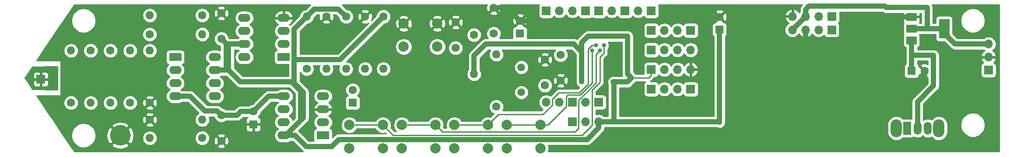
<source format=gbr>
G04 #@! TF.GenerationSoftware,KiCad,Pcbnew,(5.1.2-1)-1*
G04 #@! TF.CreationDate,2019-09-24T13:43:54+08:00*
G04 #@! TF.ProjectId,osilloscopen,6f73696c-6c6f-4736-936f-70656e2e6b69,rev?*
G04 #@! TF.SameCoordinates,Original*
G04 #@! TF.FileFunction,Copper,L1,Top*
G04 #@! TF.FilePolarity,Positive*
%FSLAX46Y46*%
G04 Gerber Fmt 4.6, Leading zero omitted, Abs format (unit mm)*
G04 Created by KiCad (PCBNEW (5.1.2-1)-1) date 2019-09-24 13:43:54*
%MOMM*%
%LPD*%
G04 APERTURE LIST*
%ADD10C,1.600000*%
%ADD11R,1.600000X1.600000*%
%ADD12R,1.700000X1.700000*%
%ADD13O,1.700000X1.700000*%
%ADD14O,1.600000X1.600000*%
%ADD15C,2.000000*%
%ADD16O,2.400000X1.600000*%
%ADD17R,2.400000X1.600000*%
%ADD18R,2.000000X3.800000*%
%ADD19R,2.000000X1.500000*%
%ADD20C,1.500000*%
%ADD21R,1.500000X2.500000*%
%ADD22O,1.500000X2.500000*%
%ADD23O,2.200000X3.500000*%
%ADD24C,4.000500*%
%ADD25C,0.800000*%
%ADD26C,1.000000*%
%ADD27C,0.250000*%
%ADD28C,0.254000*%
G04 APERTURE END LIST*
D10*
X130048000Y-101513000D03*
D11*
X130048000Y-104013000D03*
D12*
X186690000Y-81915000D03*
D13*
X189230000Y-81915000D03*
X191770000Y-81915000D03*
D14*
X151638000Y-93218000D03*
D10*
X151638000Y-83058000D03*
D13*
X214630000Y-93345000D03*
X212090000Y-93345000D03*
X209550000Y-93345000D03*
D12*
X207010000Y-93345000D03*
X241935000Y-85623400D03*
D13*
X239395000Y-85623400D03*
X236855000Y-85623400D03*
X234315000Y-85623400D03*
D12*
X88900000Y-95250000D03*
X272270000Y-93460000D03*
D13*
X272270000Y-90920000D03*
X272270000Y-88380000D03*
D11*
X149225000Y-99822000D03*
D10*
X149225000Y-97322000D03*
D11*
X181610000Y-86360000D03*
D10*
X181610000Y-83860000D03*
X220218000Y-83098000D03*
D11*
X220218000Y-85598000D03*
X257378200Y-93599000D03*
D10*
X259878200Y-93599000D03*
X172720000Y-86614000D03*
D14*
X172720000Y-94234000D03*
D10*
X94742000Y-99822000D03*
D14*
X94742000Y-89662000D03*
X98552000Y-99822000D03*
D10*
X98552000Y-89662000D03*
X102362000Y-89662000D03*
D14*
X102362000Y-99822000D03*
D10*
X106172000Y-99822000D03*
D14*
X106172000Y-89662000D03*
D10*
X120142000Y-106680000D03*
D14*
X109982000Y-106680000D03*
X120142000Y-103124000D03*
D10*
X109982000Y-103124000D03*
X120142000Y-82804000D03*
D14*
X109982000Y-82804000D03*
X120142000Y-86487000D03*
D10*
X109982000Y-86487000D03*
D14*
X109982000Y-89662000D03*
D10*
X109982000Y-99822000D03*
D14*
X140335000Y-83058000D03*
D10*
X140335000Y-93218000D03*
X144145000Y-83058000D03*
D14*
X144145000Y-93218000D03*
D10*
X177038000Y-100584000D03*
D14*
X177038000Y-90424000D03*
D15*
X179070000Y-108640000D03*
X179070000Y-104140000D03*
X185570000Y-108640000D03*
X185570000Y-104140000D03*
X175410000Y-104140000D03*
X175410000Y-108640000D03*
X168910000Y-104140000D03*
X168910000Y-108640000D03*
X158750000Y-108640000D03*
X158750000Y-104140000D03*
X165250000Y-108640000D03*
X165250000Y-104140000D03*
X155090000Y-104140000D03*
X155090000Y-108640000D03*
X148590000Y-104140000D03*
X148590000Y-108640000D03*
D16*
X122555000Y-90932000D03*
X114935000Y-98552000D03*
X122555000Y-93472000D03*
X114935000Y-96012000D03*
X122555000Y-96012000D03*
X114935000Y-93472000D03*
X122555000Y-98552000D03*
D17*
X114935000Y-90932000D03*
X143510000Y-106172000D03*
D16*
X135890000Y-98552000D03*
X143510000Y-103632000D03*
X135890000Y-101092000D03*
X143510000Y-101092000D03*
X135890000Y-103632000D03*
X143510000Y-98552000D03*
X135890000Y-106172000D03*
D18*
X263677800Y-85394800D03*
D19*
X257377800Y-85394800D03*
X257377800Y-87694800D03*
X257377800Y-83094800D03*
D20*
X181864000Y-97790000D03*
X181864000Y-92910000D03*
D21*
X256540000Y-104775000D03*
D22*
X258540000Y-104775000D03*
X260540000Y-104775000D03*
D23*
X254440000Y-104775000D03*
X262640000Y-104775000D03*
D12*
X214630000Y-85725000D03*
X207010000Y-89535000D03*
D13*
X209550000Y-89535000D03*
X212090000Y-89535000D03*
X214630000Y-89535000D03*
D12*
X214630000Y-97155000D03*
D13*
X186690000Y-99695000D03*
X189230000Y-99695000D03*
D12*
X191770000Y-99695000D03*
X194310000Y-81915000D03*
X196850000Y-81915000D03*
D13*
X199390000Y-81915000D03*
D12*
X207010000Y-97155000D03*
D13*
X209550000Y-97155000D03*
X212090000Y-97155000D03*
D12*
X196850000Y-99695000D03*
D13*
X194310000Y-99695000D03*
X204470000Y-81915000D03*
D12*
X201930000Y-81915000D03*
X207010000Y-81915000D03*
D13*
X212090000Y-85725000D03*
X209550000Y-85725000D03*
D12*
X207010000Y-85725000D03*
X241960400Y-83007200D03*
D13*
X239420400Y-83007200D03*
X236880400Y-83007200D03*
X234340400Y-83007200D03*
D24*
X104267000Y-106172000D03*
D10*
X147955000Y-83058000D03*
D14*
X147955000Y-93218000D03*
D10*
X123825000Y-82376000D03*
X123825000Y-87376000D03*
X123825000Y-102235000D03*
X123825000Y-107235000D03*
X169164000Y-89154000D03*
X169164000Y-84154000D03*
D12*
X191770000Y-103505000D03*
D13*
X194310000Y-103505000D03*
X196850000Y-103505000D03*
D10*
X155194000Y-83058000D03*
D14*
X155194000Y-93218000D03*
D15*
X165608000Y-84400000D03*
X165608000Y-88900000D03*
X159108000Y-84400000D03*
X159108000Y-88900000D03*
D10*
X176530000Y-86360000D03*
X176530000Y-81360000D03*
X186436000Y-96440000D03*
X186436000Y-91440000D03*
X189484000Y-95504000D03*
X189484000Y-90504000D03*
D17*
X135890000Y-90932000D03*
D16*
X128270000Y-83312000D03*
X135890000Y-88392000D03*
X128270000Y-85852000D03*
X135890000Y-85852000D03*
X128270000Y-88392000D03*
X135890000Y-83312000D03*
X128270000Y-90932000D03*
D25*
X162416000Y-95250000D03*
X217043000Y-93345000D03*
X199390000Y-90690000D03*
X198374000Y-101600000D03*
X193548000Y-95758000D03*
X203200000Y-94996000D03*
X202438000Y-86868000D03*
X195580000Y-89662000D03*
X196342000Y-88646000D03*
X197104000Y-89662000D03*
X197866000Y-88646000D03*
D26*
X253782800Y-83094800D02*
X257377800Y-83094800D01*
X253746000Y-83058000D02*
X253782800Y-83094800D01*
X256032000Y-96774000D02*
X253746000Y-94488000D01*
X253746000Y-94488000D02*
X253746000Y-83058000D01*
X257834570Y-96774000D02*
X256032000Y-96774000D01*
X259878200Y-94730370D02*
X257834570Y-96774000D01*
X259878200Y-93599000D02*
X259878200Y-94730370D01*
X236855000Y-85623400D02*
X236855000Y-92329000D01*
X239014000Y-94488000D02*
X253746000Y-94488000D01*
X236855000Y-92329000D02*
X239014000Y-94488000D01*
X179110000Y-81360000D02*
X181610000Y-83860000D01*
X176530000Y-81360000D02*
X179110000Y-81360000D01*
X219086630Y-83098000D02*
X220218000Y-83098000D01*
X218324630Y-83860000D02*
X219086630Y-83098000D01*
X181610000Y-83860000D02*
X218324630Y-83860000D01*
D27*
X199390000Y-90690000D02*
X199390000Y-92964000D01*
X199390000Y-92964000D02*
X198374000Y-93980000D01*
X198374000Y-93980000D02*
X198374000Y-101600000D01*
D26*
X136290000Y-106172000D02*
X139192000Y-103270000D01*
X139192000Y-103270000D02*
X139192000Y-97536000D01*
X137414000Y-95758000D02*
X127508000Y-95758000D01*
X125222000Y-93472000D02*
X125222000Y-88392000D01*
X125222000Y-88392000D02*
X124841000Y-88392000D01*
X128270000Y-88392000D02*
X125222000Y-88392000D01*
X139192000Y-97536000D02*
X137922000Y-96266000D01*
X137922000Y-96266000D02*
X137414000Y-95758000D01*
X124841000Y-88392000D02*
X123825000Y-87376000D01*
X128270000Y-88392000D02*
X124841000Y-88392000D01*
X122555000Y-93472000D02*
X124755000Y-93472000D01*
X124755000Y-88478000D02*
X124841000Y-88392000D01*
X124755000Y-93472000D02*
X124755000Y-88478000D01*
X125222000Y-93472000D02*
X127508000Y-95758000D01*
X124755000Y-93472000D02*
X125222000Y-93472000D01*
X127508000Y-95758000D02*
X137668000Y-95758000D01*
X136290000Y-106172000D02*
X135890000Y-106172000D01*
X139700000Y-102762000D02*
X136290000Y-106172000D01*
X139700000Y-97790000D02*
X139700000Y-102762000D01*
X137668000Y-95758000D02*
X139700000Y-97790000D01*
X137922000Y-85471000D02*
X140335000Y-83058000D01*
X141835001Y-81557999D02*
X146454999Y-81557999D01*
X146454999Y-81557999D02*
X147955000Y-83058000D01*
X140335000Y-83058000D02*
X141835001Y-81557999D01*
X137922000Y-91440000D02*
X137922000Y-85471000D01*
X137922000Y-96266000D02*
X137922000Y-91440000D01*
X137922000Y-91440000D02*
X146812000Y-91440000D01*
X146812000Y-91440000D02*
X155194000Y-83058000D01*
X257377800Y-85394800D02*
X260400800Y-85394800D01*
X260400800Y-85394800D02*
X263677800Y-85394800D01*
X252222000Y-81026000D02*
X237490000Y-81026000D01*
X252476000Y-81280000D02*
X252222000Y-81026000D01*
X236880400Y-81635600D02*
X236880400Y-83007200D01*
X260350000Y-81280000D02*
X252476000Y-81280000D01*
X237490000Y-81026000D02*
X236880400Y-81635600D01*
X260400800Y-81330800D02*
X260350000Y-81280000D01*
X260400800Y-85394800D02*
X260400800Y-81330800D01*
X234315000Y-85572600D02*
X236880400Y-83007200D01*
X234315000Y-85623400D02*
X234315000Y-85572600D01*
X220218000Y-103632000D02*
X220091000Y-103505000D01*
X220218000Y-85598000D02*
X220218000Y-103632000D01*
X196850000Y-104707081D02*
X196850000Y-103505000D01*
X194617082Y-106939999D02*
X196850000Y-104707081D01*
X146552001Y-106939999D02*
X194617082Y-106939999D01*
X138090000Y-106172000D02*
X140249000Y-108331000D01*
X135890000Y-106172000D02*
X138090000Y-106172000D01*
X140249000Y-108331000D02*
X145161000Y-108331000D01*
X145161000Y-108331000D02*
X146552001Y-106939999D01*
D27*
X207010000Y-94445000D02*
X207010000Y-93345000D01*
X206459000Y-94996000D02*
X207010000Y-94445000D01*
X203200000Y-94996000D02*
X206459000Y-94996000D01*
D26*
X202438000Y-95758000D02*
X203200000Y-94996000D01*
X199771000Y-103505000D02*
X199771000Y-95885000D01*
X199771000Y-95885000D02*
X199644000Y-95758000D01*
X199644000Y-95758000D02*
X202438000Y-95758000D01*
X220091000Y-103505000D02*
X199771000Y-103505000D01*
X199771000Y-103505000D02*
X196850000Y-103505000D01*
X202438000Y-94234000D02*
X203200000Y-94996000D01*
X202438000Y-86868000D02*
X202438000Y-94234000D01*
X175006000Y-88392000D02*
X172720000Y-90678000D01*
X192024000Y-88392000D02*
X175006000Y-88392000D01*
X193548000Y-89916000D02*
X192024000Y-88392000D01*
X193548000Y-95758000D02*
X193548000Y-89916000D01*
X193548000Y-89916000D02*
X193548000Y-88138000D01*
X194818000Y-86868000D02*
X202438000Y-86868000D01*
X193548000Y-88138000D02*
X194818000Y-86868000D01*
X172720000Y-90678000D02*
X172720000Y-94234000D01*
X263677800Y-86294800D02*
X263677800Y-85394800D01*
X265763000Y-88380000D02*
X263677800Y-86294800D01*
X272270000Y-88380000D02*
X265763000Y-88380000D01*
D27*
X241960400Y-85598000D02*
X241935000Y-85623400D01*
X239420400Y-85598000D02*
X239395000Y-85623400D01*
X179070000Y-104140000D02*
X185570000Y-104140000D01*
X190881998Y-98298000D02*
X193294000Y-98298000D01*
X190594999Y-98584999D02*
X190881998Y-98298000D01*
X190594999Y-100529214D02*
X190594999Y-98584999D01*
X195580000Y-96012000D02*
X195580000Y-89662000D01*
X186984213Y-104140000D02*
X190594999Y-100529214D01*
X193294000Y-98298000D02*
X195580000Y-96012000D01*
X185570000Y-104140000D02*
X186984213Y-104140000D01*
X168910000Y-104140000D02*
X175410000Y-104140000D01*
X194818000Y-89350998D02*
X195522998Y-88646000D01*
X195522998Y-88646000D02*
X196342000Y-88646000D01*
X194818000Y-96137590D02*
X194818000Y-89350998D01*
X189148009Y-97847991D02*
X193107599Y-97847991D01*
X187865001Y-99130999D02*
X189148009Y-97847991D01*
X187865001Y-100259001D02*
X187865001Y-99130999D01*
X193107599Y-97847991D02*
X194818000Y-96137590D01*
X177442000Y-102108000D02*
X186016002Y-102108000D01*
X186016002Y-102108000D02*
X187865001Y-100259001D01*
X175410000Y-104140000D02*
X177442000Y-102108000D01*
X158750000Y-104140000D02*
X165250000Y-104140000D01*
X196342000Y-95923998D02*
X196342000Y-90424000D01*
X192945001Y-99320997D02*
X196342000Y-95923998D01*
X192945001Y-104742999D02*
X192945001Y-99320997D01*
X192222999Y-105465001D02*
X192945001Y-104742999D01*
X196342000Y-90424000D02*
X197104000Y-89662000D01*
X166575001Y-105465001D02*
X192222999Y-105465001D01*
X165250000Y-104140000D02*
X166575001Y-105465001D01*
X148590000Y-104140000D02*
X155090000Y-104140000D01*
X197866000Y-90170000D02*
X197866000Y-88646000D01*
X197104000Y-95798408D02*
X197104000Y-90932000D01*
X195580000Y-97322408D02*
X197104000Y-95798408D01*
X197104000Y-90932000D02*
X197866000Y-90170000D01*
X195580000Y-104164000D02*
X195580000Y-97322408D01*
X193629011Y-106114989D02*
X195580000Y-104164000D01*
X157064989Y-106114989D02*
X193629011Y-106114989D01*
X155090000Y-104140000D02*
X157064989Y-106114989D01*
D26*
X257378200Y-87695200D02*
X257377800Y-87694800D01*
X257378200Y-91698730D02*
X257378200Y-93599000D01*
X258540000Y-99600000D02*
X258540000Y-104775000D01*
X261620000Y-96520000D02*
X261620000Y-90563980D01*
X261620000Y-96520000D02*
X258540000Y-99600000D01*
X257416020Y-90563980D02*
X257378200Y-90601800D01*
X261620000Y-90563980D02*
X257416020Y-90563980D01*
X257378200Y-90601800D02*
X257378200Y-87695200D01*
X257378200Y-93599000D02*
X257378200Y-90601800D01*
X120673003Y-101435001D02*
X117790002Y-98552000D01*
X123025001Y-101435001D02*
X120673003Y-101435001D01*
X117790002Y-98552000D02*
X114935000Y-98552000D01*
X123825000Y-102235000D02*
X123025001Y-101435001D01*
X126873000Y-102235000D02*
X127595000Y-101513000D01*
X127595000Y-101513000D02*
X130048000Y-101513000D01*
X123825000Y-102235000D02*
X126873000Y-102235000D01*
X133009000Y-98552000D02*
X130048000Y-101513000D01*
X135890000Y-98552000D02*
X133009000Y-98552000D01*
D27*
X176022000Y-86360000D02*
X176530000Y-86360000D01*
D28*
G36*
X141028552Y-80751550D02*
G01*
X140993009Y-80794859D01*
X140153983Y-81633886D01*
X140053691Y-81643764D01*
X139783192Y-81725818D01*
X139533899Y-81859068D01*
X139315392Y-82038392D01*
X139136068Y-82256899D01*
X139002818Y-82506192D01*
X138920764Y-82776691D01*
X138910886Y-82876982D01*
X137158860Y-84629009D01*
X137115552Y-84664551D01*
X137111343Y-84669680D01*
X137091101Y-84653068D01*
X136963259Y-84584735D01*
X137192839Y-84434601D01*
X137394500Y-84236895D01*
X137553715Y-84003646D01*
X137664367Y-83743818D01*
X137681904Y-83661039D01*
X137559915Y-83439000D01*
X136017000Y-83439000D01*
X136017000Y-83459000D01*
X135763000Y-83459000D01*
X135763000Y-83439000D01*
X134220085Y-83439000D01*
X134098096Y-83661039D01*
X134115633Y-83743818D01*
X134226285Y-84003646D01*
X134385500Y-84236895D01*
X134587161Y-84434601D01*
X134816741Y-84584735D01*
X134688899Y-84653068D01*
X134470392Y-84832392D01*
X134291068Y-85050899D01*
X134157818Y-85300192D01*
X134075764Y-85570691D01*
X134048057Y-85852000D01*
X134075764Y-86133309D01*
X134157818Y-86403808D01*
X134291068Y-86653101D01*
X134470392Y-86871608D01*
X134688899Y-87050932D01*
X134821858Y-87122000D01*
X134688899Y-87193068D01*
X134470392Y-87372392D01*
X134291068Y-87590899D01*
X134157818Y-87840192D01*
X134075764Y-88110691D01*
X134048057Y-88392000D01*
X134075764Y-88673309D01*
X134157818Y-88943808D01*
X134291068Y-89193101D01*
X134470392Y-89411608D01*
X134583482Y-89504419D01*
X134565518Y-89506188D01*
X134445820Y-89542498D01*
X134335506Y-89601463D01*
X134238815Y-89680815D01*
X134159463Y-89777506D01*
X134100498Y-89887820D01*
X134064188Y-90007518D01*
X134051928Y-90132000D01*
X134051928Y-91732000D01*
X134064188Y-91856482D01*
X134100498Y-91976180D01*
X134159463Y-92086494D01*
X134238815Y-92183185D01*
X134335506Y-92262537D01*
X134445820Y-92321502D01*
X134565518Y-92357812D01*
X134690000Y-92370072D01*
X136787001Y-92370072D01*
X136787000Y-94623000D01*
X127978132Y-94623000D01*
X126357000Y-93001869D01*
X126357000Y-89527000D01*
X126990998Y-89527000D01*
X127068899Y-89590932D01*
X127201858Y-89662000D01*
X127068899Y-89733068D01*
X126850392Y-89912392D01*
X126671068Y-90130899D01*
X126537818Y-90380192D01*
X126455764Y-90650691D01*
X126428057Y-90932000D01*
X126455764Y-91213309D01*
X126537818Y-91483808D01*
X126671068Y-91733101D01*
X126850392Y-91951608D01*
X127068899Y-92130932D01*
X127318192Y-92264182D01*
X127588691Y-92346236D01*
X127799508Y-92367000D01*
X128740492Y-92367000D01*
X128951309Y-92346236D01*
X129221808Y-92264182D01*
X129471101Y-92130932D01*
X129689608Y-91951608D01*
X129868932Y-91733101D01*
X130002182Y-91483808D01*
X130084236Y-91213309D01*
X130111943Y-90932000D01*
X130084236Y-90650691D01*
X130002182Y-90380192D01*
X129868932Y-90130899D01*
X129689608Y-89912392D01*
X129471101Y-89733068D01*
X129338142Y-89662000D01*
X129471101Y-89590932D01*
X129689608Y-89411608D01*
X129868932Y-89193101D01*
X130002182Y-88943808D01*
X130084236Y-88673309D01*
X130111943Y-88392000D01*
X130084236Y-88110691D01*
X130002182Y-87840192D01*
X129868932Y-87590899D01*
X129689608Y-87372392D01*
X129471101Y-87193068D01*
X129338142Y-87122000D01*
X129471101Y-87050932D01*
X129689608Y-86871608D01*
X129868932Y-86653101D01*
X130002182Y-86403808D01*
X130084236Y-86133309D01*
X130111943Y-85852000D01*
X130084236Y-85570691D01*
X130002182Y-85300192D01*
X129868932Y-85050899D01*
X129689608Y-84832392D01*
X129471101Y-84653068D01*
X129338142Y-84582000D01*
X129471101Y-84510932D01*
X129689608Y-84331608D01*
X129868932Y-84113101D01*
X130002182Y-83863808D01*
X130084236Y-83593309D01*
X130111943Y-83312000D01*
X130084236Y-83030691D01*
X130063691Y-82962961D01*
X134098096Y-82962961D01*
X134220085Y-83185000D01*
X135763000Y-83185000D01*
X135763000Y-81877000D01*
X136017000Y-81877000D01*
X136017000Y-83185000D01*
X137559915Y-83185000D01*
X137681904Y-82962961D01*
X137664367Y-82880182D01*
X137553715Y-82620354D01*
X137394500Y-82387105D01*
X137192839Y-82189399D01*
X136956483Y-82034834D01*
X136694514Y-81929350D01*
X136417000Y-81877000D01*
X136017000Y-81877000D01*
X135763000Y-81877000D01*
X135363000Y-81877000D01*
X135085486Y-81929350D01*
X134823517Y-82034834D01*
X134587161Y-82189399D01*
X134385500Y-82387105D01*
X134226285Y-82620354D01*
X134115633Y-82880182D01*
X134098096Y-82962961D01*
X130063691Y-82962961D01*
X130002182Y-82760192D01*
X129868932Y-82510899D01*
X129689608Y-82292392D01*
X129471101Y-82113068D01*
X129221808Y-81979818D01*
X128951309Y-81897764D01*
X128740492Y-81877000D01*
X127799508Y-81877000D01*
X127588691Y-81897764D01*
X127318192Y-81979818D01*
X127068899Y-82113068D01*
X126850392Y-82292392D01*
X126671068Y-82510899D01*
X126537818Y-82760192D01*
X126455764Y-83030691D01*
X126428057Y-83312000D01*
X126455764Y-83593309D01*
X126537818Y-83863808D01*
X126671068Y-84113101D01*
X126850392Y-84331608D01*
X127068899Y-84510932D01*
X127201858Y-84582000D01*
X127068899Y-84653068D01*
X126850392Y-84832392D01*
X126671068Y-85050899D01*
X126537818Y-85300192D01*
X126455764Y-85570691D01*
X126428057Y-85852000D01*
X126455764Y-86133309D01*
X126537818Y-86403808D01*
X126671068Y-86653101D01*
X126850392Y-86871608D01*
X127068899Y-87050932D01*
X127201858Y-87122000D01*
X127068899Y-87193068D01*
X126990998Y-87257000D01*
X125311132Y-87257000D01*
X125252850Y-87198718D01*
X125204853Y-86957426D01*
X125096680Y-86696273D01*
X124939637Y-86461241D01*
X124739759Y-86261363D01*
X124504727Y-86104320D01*
X124243574Y-85996147D01*
X123966335Y-85941000D01*
X123683665Y-85941000D01*
X123406426Y-85996147D01*
X123145273Y-86104320D01*
X122910241Y-86261363D01*
X122710363Y-86461241D01*
X122553320Y-86696273D01*
X122445147Y-86957426D01*
X122390000Y-87234665D01*
X122390000Y-87517335D01*
X122445147Y-87794574D01*
X122553320Y-88055727D01*
X122710363Y-88290759D01*
X122910241Y-88490637D01*
X123145273Y-88647680D01*
X123406426Y-88755853D01*
X123620001Y-88798336D01*
X123620001Y-89660321D01*
X123506808Y-89599818D01*
X123236309Y-89517764D01*
X123025492Y-89497000D01*
X122084508Y-89497000D01*
X121873691Y-89517764D01*
X121603192Y-89599818D01*
X121353899Y-89733068D01*
X121135392Y-89912392D01*
X120956068Y-90130899D01*
X120822818Y-90380192D01*
X120740764Y-90650691D01*
X120713057Y-90932000D01*
X120740764Y-91213309D01*
X120822818Y-91483808D01*
X120956068Y-91733101D01*
X121135392Y-91951608D01*
X121353899Y-92130932D01*
X121486858Y-92202000D01*
X121353899Y-92273068D01*
X121135392Y-92452392D01*
X120956068Y-92670899D01*
X120822818Y-92920192D01*
X120740764Y-93190691D01*
X120713057Y-93472000D01*
X120740764Y-93753309D01*
X120822818Y-94023808D01*
X120956068Y-94273101D01*
X121135392Y-94491608D01*
X121353899Y-94670932D01*
X121486858Y-94742000D01*
X121353899Y-94813068D01*
X121135392Y-94992392D01*
X120956068Y-95210899D01*
X120822818Y-95460192D01*
X120740764Y-95730691D01*
X120713057Y-96012000D01*
X120740764Y-96293309D01*
X120822818Y-96563808D01*
X120956068Y-96813101D01*
X121135392Y-97031608D01*
X121353899Y-97210932D01*
X121486858Y-97282000D01*
X121353899Y-97353068D01*
X121135392Y-97532392D01*
X120956068Y-97750899D01*
X120822818Y-98000192D01*
X120740764Y-98270691D01*
X120713057Y-98552000D01*
X120740764Y-98833309D01*
X120822818Y-99103808D01*
X120956068Y-99353101D01*
X121135392Y-99571608D01*
X121353899Y-99750932D01*
X121603192Y-99884182D01*
X121873691Y-99966236D01*
X122084508Y-99987000D01*
X123025492Y-99987000D01*
X123236309Y-99966236D01*
X123506808Y-99884182D01*
X123756101Y-99750932D01*
X123974608Y-99571608D01*
X124153932Y-99353101D01*
X124287182Y-99103808D01*
X124369236Y-98833309D01*
X124396943Y-98552000D01*
X124369236Y-98270691D01*
X124287182Y-98000192D01*
X124153932Y-97750899D01*
X123974608Y-97532392D01*
X123756101Y-97353068D01*
X123623142Y-97282000D01*
X123756101Y-97210932D01*
X123974608Y-97031608D01*
X124153932Y-96813101D01*
X124287182Y-96563808D01*
X124369236Y-96293309D01*
X124396943Y-96012000D01*
X124369236Y-95730691D01*
X124287182Y-95460192D01*
X124153932Y-95210899D01*
X123974608Y-94992392D01*
X123756101Y-94813068D01*
X123623142Y-94742000D01*
X123756101Y-94670932D01*
X123834002Y-94607000D01*
X124699248Y-94607000D01*
X124755000Y-94612491D01*
X124757148Y-94612279D01*
X126666009Y-96521141D01*
X126701551Y-96564449D01*
X126874377Y-96706284D01*
X127071553Y-96811676D01*
X127226154Y-96858574D01*
X127285500Y-96876577D01*
X127306493Y-96878644D01*
X127452248Y-96893000D01*
X127452255Y-96893000D01*
X127507999Y-96898490D01*
X127563743Y-96893000D01*
X136943869Y-96893000D01*
X137080004Y-97029135D01*
X137115551Y-97072449D01*
X137158865Y-97107996D01*
X138057001Y-98006133D01*
X138057000Y-102799868D01*
X137658139Y-103198729D01*
X137622182Y-103080192D01*
X137488932Y-102830899D01*
X137309608Y-102612392D01*
X137091101Y-102433068D01*
X136958142Y-102362000D01*
X137091101Y-102290932D01*
X137309608Y-102111608D01*
X137488932Y-101893101D01*
X137622182Y-101643808D01*
X137704236Y-101373309D01*
X137731943Y-101092000D01*
X137704236Y-100810691D01*
X137622182Y-100540192D01*
X137488932Y-100290899D01*
X137309608Y-100072392D01*
X137091101Y-99893068D01*
X136958142Y-99822000D01*
X137091101Y-99750932D01*
X137309608Y-99571608D01*
X137488932Y-99353101D01*
X137622182Y-99103808D01*
X137704236Y-98833309D01*
X137731943Y-98552000D01*
X137704236Y-98270691D01*
X137622182Y-98000192D01*
X137488932Y-97750899D01*
X137309608Y-97532392D01*
X137091101Y-97353068D01*
X136841808Y-97219818D01*
X136571309Y-97137764D01*
X136360492Y-97117000D01*
X135419508Y-97117000D01*
X135208691Y-97137764D01*
X134938192Y-97219818D01*
X134688899Y-97353068D01*
X134610998Y-97417000D01*
X133064741Y-97417000D01*
X133008999Y-97411510D01*
X132953257Y-97417000D01*
X132953248Y-97417000D01*
X132786501Y-97433423D01*
X132572553Y-97498324D01*
X132375377Y-97603716D01*
X132202551Y-97745551D01*
X132167009Y-97788859D01*
X129870718Y-100085150D01*
X129629426Y-100133147D01*
X129368273Y-100241320D01*
X129163716Y-100378000D01*
X127650743Y-100378000D01*
X127594999Y-100372510D01*
X127539255Y-100378000D01*
X127539248Y-100378000D01*
X127393493Y-100392356D01*
X127372500Y-100394423D01*
X127322705Y-100409529D01*
X127158553Y-100459324D01*
X126961377Y-100564716D01*
X126788551Y-100706551D01*
X126753004Y-100749865D01*
X126402869Y-101100000D01*
X124709284Y-101100000D01*
X124504727Y-100963320D01*
X124243574Y-100855147D01*
X124002282Y-100807150D01*
X123866996Y-100671865D01*
X123831450Y-100628552D01*
X123658624Y-100486717D01*
X123461448Y-100381325D01*
X123247500Y-100316424D01*
X123080753Y-100300001D01*
X123080752Y-100300001D01*
X123025001Y-100294510D01*
X122969250Y-100300001D01*
X121143135Y-100300001D01*
X118631998Y-97788865D01*
X118596451Y-97745551D01*
X118423625Y-97603716D01*
X118226449Y-97498324D01*
X118012501Y-97433423D01*
X117845754Y-97417000D01*
X117845753Y-97417000D01*
X117790002Y-97411509D01*
X117734251Y-97417000D01*
X116214002Y-97417000D01*
X116136101Y-97353068D01*
X116003142Y-97282000D01*
X116136101Y-97210932D01*
X116354608Y-97031608D01*
X116533932Y-96813101D01*
X116667182Y-96563808D01*
X116749236Y-96293309D01*
X116776943Y-96012000D01*
X116749236Y-95730691D01*
X116667182Y-95460192D01*
X116533932Y-95210899D01*
X116354608Y-94992392D01*
X116136101Y-94813068D01*
X116003142Y-94742000D01*
X116136101Y-94670932D01*
X116354608Y-94491608D01*
X116533932Y-94273101D01*
X116667182Y-94023808D01*
X116749236Y-93753309D01*
X116776943Y-93472000D01*
X116749236Y-93190691D01*
X116667182Y-92920192D01*
X116533932Y-92670899D01*
X116354608Y-92452392D01*
X116241518Y-92359581D01*
X116259482Y-92357812D01*
X116379180Y-92321502D01*
X116489494Y-92262537D01*
X116586185Y-92183185D01*
X116665537Y-92086494D01*
X116724502Y-91976180D01*
X116760812Y-91856482D01*
X116773072Y-91732000D01*
X116773072Y-90132000D01*
X116760812Y-90007518D01*
X116724502Y-89887820D01*
X116665537Y-89777506D01*
X116586185Y-89680815D01*
X116489494Y-89601463D01*
X116379180Y-89542498D01*
X116259482Y-89506188D01*
X116135000Y-89493928D01*
X113735000Y-89493928D01*
X113610518Y-89506188D01*
X113490820Y-89542498D01*
X113380506Y-89601463D01*
X113283815Y-89680815D01*
X113204463Y-89777506D01*
X113145498Y-89887820D01*
X113109188Y-90007518D01*
X113096928Y-90132000D01*
X113096928Y-91732000D01*
X113109188Y-91856482D01*
X113145498Y-91976180D01*
X113204463Y-92086494D01*
X113283815Y-92183185D01*
X113380506Y-92262537D01*
X113490820Y-92321502D01*
X113610518Y-92357812D01*
X113628482Y-92359581D01*
X113515392Y-92452392D01*
X113336068Y-92670899D01*
X113202818Y-92920192D01*
X113120764Y-93190691D01*
X113093057Y-93472000D01*
X113120764Y-93753309D01*
X113202818Y-94023808D01*
X113336068Y-94273101D01*
X113515392Y-94491608D01*
X113733899Y-94670932D01*
X113866858Y-94742000D01*
X113733899Y-94813068D01*
X113515392Y-94992392D01*
X113336068Y-95210899D01*
X113202818Y-95460192D01*
X113120764Y-95730691D01*
X113093057Y-96012000D01*
X113120764Y-96293309D01*
X113202818Y-96563808D01*
X113336068Y-96813101D01*
X113515392Y-97031608D01*
X113733899Y-97210932D01*
X113866858Y-97282000D01*
X113733899Y-97353068D01*
X113515392Y-97532392D01*
X113336068Y-97750899D01*
X113202818Y-98000192D01*
X113120764Y-98270691D01*
X113093057Y-98552000D01*
X113120764Y-98833309D01*
X113202818Y-99103808D01*
X113336068Y-99353101D01*
X113515392Y-99571608D01*
X113733899Y-99750932D01*
X113983192Y-99884182D01*
X114253691Y-99966236D01*
X114464508Y-99987000D01*
X115405492Y-99987000D01*
X115616309Y-99966236D01*
X115886808Y-99884182D01*
X116136101Y-99750932D01*
X116214002Y-99687000D01*
X117319871Y-99687000D01*
X119482338Y-101849467D01*
X119340899Y-101925068D01*
X119122392Y-102104392D01*
X118943068Y-102322899D01*
X118809818Y-102572192D01*
X118727764Y-102842691D01*
X118700057Y-103124000D01*
X118727764Y-103405309D01*
X118809818Y-103675808D01*
X118943068Y-103925101D01*
X119122392Y-104143608D01*
X119340899Y-104322932D01*
X119590192Y-104456182D01*
X119860691Y-104538236D01*
X120071508Y-104559000D01*
X120212492Y-104559000D01*
X120423309Y-104538236D01*
X120693808Y-104456182D01*
X120943101Y-104322932D01*
X121161608Y-104143608D01*
X121340932Y-103925101D01*
X121474182Y-103675808D01*
X121556236Y-103405309D01*
X121583943Y-103124000D01*
X121556236Y-102842691D01*
X121474182Y-102572192D01*
X121473011Y-102570001D01*
X122428523Y-102570001D01*
X122445147Y-102653574D01*
X122553320Y-102914727D01*
X122710363Y-103149759D01*
X122910241Y-103349637D01*
X123145273Y-103506680D01*
X123406426Y-103614853D01*
X123683665Y-103670000D01*
X123966335Y-103670000D01*
X124243574Y-103614853D01*
X124504727Y-103506680D01*
X124709284Y-103370000D01*
X126817249Y-103370000D01*
X126873000Y-103375491D01*
X126928751Y-103370000D01*
X126928752Y-103370000D01*
X127095499Y-103353577D01*
X127309447Y-103288676D01*
X127506623Y-103183284D01*
X127679449Y-103041449D01*
X127714996Y-102998135D01*
X128065131Y-102648000D01*
X128957981Y-102648000D01*
X128893506Y-102682463D01*
X128796815Y-102761815D01*
X128717463Y-102858506D01*
X128658498Y-102968820D01*
X128622188Y-103088518D01*
X128609928Y-103213000D01*
X128613000Y-103727250D01*
X128771750Y-103886000D01*
X129921000Y-103886000D01*
X129921000Y-103866000D01*
X130175000Y-103866000D01*
X130175000Y-103886000D01*
X131324250Y-103886000D01*
X131483000Y-103727250D01*
X131486072Y-103213000D01*
X131473812Y-103088518D01*
X131437502Y-102968820D01*
X131378537Y-102858506D01*
X131299185Y-102761815D01*
X131202494Y-102682463D01*
X131092180Y-102623498D01*
X130996057Y-102594339D01*
X131162637Y-102427759D01*
X131319680Y-102192727D01*
X131427853Y-101931574D01*
X131475850Y-101690282D01*
X133479132Y-99687000D01*
X134610998Y-99687000D01*
X134688899Y-99750932D01*
X134821858Y-99822000D01*
X134688899Y-99893068D01*
X134470392Y-100072392D01*
X134291068Y-100290899D01*
X134157818Y-100540192D01*
X134075764Y-100810691D01*
X134048057Y-101092000D01*
X134075764Y-101373309D01*
X134157818Y-101643808D01*
X134291068Y-101893101D01*
X134470392Y-102111608D01*
X134688899Y-102290932D01*
X134821858Y-102362000D01*
X134688899Y-102433068D01*
X134470392Y-102612392D01*
X134291068Y-102830899D01*
X134157818Y-103080192D01*
X134075764Y-103350691D01*
X134048057Y-103632000D01*
X134075764Y-103913309D01*
X134157818Y-104183808D01*
X134291068Y-104433101D01*
X134470392Y-104651608D01*
X134688899Y-104830932D01*
X134821858Y-104902000D01*
X134688899Y-104973068D01*
X134470392Y-105152392D01*
X134291068Y-105370899D01*
X134157818Y-105620192D01*
X134075764Y-105890691D01*
X134048057Y-106172000D01*
X134075764Y-106453309D01*
X134157818Y-106723808D01*
X134291068Y-106973101D01*
X134470392Y-107191608D01*
X134688899Y-107370932D01*
X134938192Y-107504182D01*
X135208691Y-107586236D01*
X135419508Y-107607000D01*
X136360492Y-107607000D01*
X136571309Y-107586236D01*
X136841808Y-107504182D01*
X137091101Y-107370932D01*
X137169002Y-107307000D01*
X137619869Y-107307000D01*
X139407009Y-109094141D01*
X139442551Y-109137449D01*
X139615377Y-109279284D01*
X139635425Y-109290000D01*
X95379980Y-109290000D01*
X93144713Y-105937098D01*
X94770000Y-105937098D01*
X94770000Y-106406902D01*
X94861654Y-106867679D01*
X95041440Y-107301721D01*
X95302450Y-107692349D01*
X95634651Y-108024550D01*
X96025279Y-108285560D01*
X96459321Y-108465346D01*
X96920098Y-108557000D01*
X97389902Y-108557000D01*
X97850679Y-108465346D01*
X98284721Y-108285560D01*
X98675349Y-108024550D01*
X98680223Y-108019676D01*
X102598929Y-108019676D01*
X102815080Y-108386461D01*
X103274998Y-108627167D01*
X103773039Y-108773522D01*
X104290062Y-108819901D01*
X104806199Y-108764524D01*
X105301614Y-108609517D01*
X105718920Y-108386461D01*
X105812478Y-108227702D01*
X123011903Y-108227702D01*
X123083486Y-108471671D01*
X123338996Y-108592571D01*
X123613184Y-108661300D01*
X123895512Y-108675217D01*
X124175130Y-108633787D01*
X124441292Y-108538603D01*
X124566514Y-108471671D01*
X124638097Y-108227702D01*
X123825000Y-107414605D01*
X123011903Y-108227702D01*
X105812478Y-108227702D01*
X105935071Y-108019676D01*
X104267000Y-106351605D01*
X102598929Y-108019676D01*
X98680223Y-108019676D01*
X99007550Y-107692349D01*
X99268560Y-107301721D01*
X99448346Y-106867679D01*
X99540000Y-106406902D01*
X99540000Y-106195062D01*
X101619099Y-106195062D01*
X101674476Y-106711199D01*
X101829483Y-107206614D01*
X102052539Y-107623920D01*
X102419324Y-107840071D01*
X104087395Y-106172000D01*
X104446605Y-106172000D01*
X106114676Y-107840071D01*
X106481461Y-107623920D01*
X106722167Y-107164002D01*
X106864396Y-106680000D01*
X108540057Y-106680000D01*
X108567764Y-106961309D01*
X108649818Y-107231808D01*
X108783068Y-107481101D01*
X108962392Y-107699608D01*
X109180899Y-107878932D01*
X109430192Y-108012182D01*
X109700691Y-108094236D01*
X109911508Y-108115000D01*
X110052492Y-108115000D01*
X110263309Y-108094236D01*
X110533808Y-108012182D01*
X110783101Y-107878932D01*
X111001608Y-107699608D01*
X111180932Y-107481101D01*
X111314182Y-107231808D01*
X111396236Y-106961309D01*
X111423943Y-106680000D01*
X111410023Y-106538665D01*
X118707000Y-106538665D01*
X118707000Y-106821335D01*
X118762147Y-107098574D01*
X118870320Y-107359727D01*
X119027363Y-107594759D01*
X119227241Y-107794637D01*
X119462273Y-107951680D01*
X119723426Y-108059853D01*
X120000665Y-108115000D01*
X120283335Y-108115000D01*
X120560574Y-108059853D01*
X120821727Y-107951680D01*
X121056759Y-107794637D01*
X121256637Y-107594759D01*
X121413680Y-107359727D01*
X121436136Y-107305512D01*
X122384783Y-107305512D01*
X122426213Y-107585130D01*
X122521397Y-107851292D01*
X122588329Y-107976514D01*
X122832298Y-108048097D01*
X123645395Y-107235000D01*
X124004605Y-107235000D01*
X124817702Y-108048097D01*
X125061671Y-107976514D01*
X125182571Y-107721004D01*
X125251300Y-107446816D01*
X125265217Y-107164488D01*
X125223787Y-106884870D01*
X125128603Y-106618708D01*
X125061671Y-106493486D01*
X124817702Y-106421903D01*
X124004605Y-107235000D01*
X123645395Y-107235000D01*
X122832298Y-106421903D01*
X122588329Y-106493486D01*
X122467429Y-106748996D01*
X122398700Y-107023184D01*
X122384783Y-107305512D01*
X121436136Y-107305512D01*
X121521853Y-107098574D01*
X121577000Y-106821335D01*
X121577000Y-106538665D01*
X121521853Y-106261426D01*
X121513930Y-106242298D01*
X123011903Y-106242298D01*
X123825000Y-107055395D01*
X124638097Y-106242298D01*
X124566514Y-105998329D01*
X124311004Y-105877429D01*
X124036816Y-105808700D01*
X123754488Y-105794783D01*
X123474870Y-105836213D01*
X123208708Y-105931397D01*
X123083486Y-105998329D01*
X123011903Y-106242298D01*
X121513930Y-106242298D01*
X121413680Y-106000273D01*
X121256637Y-105765241D01*
X121056759Y-105565363D01*
X120821727Y-105408320D01*
X120560574Y-105300147D01*
X120283335Y-105245000D01*
X120000665Y-105245000D01*
X119723426Y-105300147D01*
X119462273Y-105408320D01*
X119227241Y-105565363D01*
X119027363Y-105765241D01*
X118870320Y-106000273D01*
X118762147Y-106261426D01*
X118707000Y-106538665D01*
X111410023Y-106538665D01*
X111396236Y-106398691D01*
X111314182Y-106128192D01*
X111180932Y-105878899D01*
X111001608Y-105660392D01*
X110783101Y-105481068D01*
X110533808Y-105347818D01*
X110263309Y-105265764D01*
X110052492Y-105245000D01*
X109911508Y-105245000D01*
X109700691Y-105265764D01*
X109430192Y-105347818D01*
X109180899Y-105481068D01*
X108962392Y-105660392D01*
X108783068Y-105878899D01*
X108649818Y-106128192D01*
X108567764Y-106398691D01*
X108540057Y-106680000D01*
X106864396Y-106680000D01*
X106868522Y-106665961D01*
X106914901Y-106148938D01*
X106859524Y-105632801D01*
X106704517Y-105137386D01*
X106531129Y-104813000D01*
X128609928Y-104813000D01*
X128622188Y-104937482D01*
X128658498Y-105057180D01*
X128717463Y-105167494D01*
X128796815Y-105264185D01*
X128893506Y-105343537D01*
X129003820Y-105402502D01*
X129123518Y-105438812D01*
X129248000Y-105451072D01*
X129762250Y-105448000D01*
X129921000Y-105289250D01*
X129921000Y-104140000D01*
X130175000Y-104140000D01*
X130175000Y-105289250D01*
X130333750Y-105448000D01*
X130848000Y-105451072D01*
X130972482Y-105438812D01*
X131092180Y-105402502D01*
X131202494Y-105343537D01*
X131299185Y-105264185D01*
X131378537Y-105167494D01*
X131437502Y-105057180D01*
X131473812Y-104937482D01*
X131486072Y-104813000D01*
X131483000Y-104298750D01*
X131324250Y-104140000D01*
X130175000Y-104140000D01*
X129921000Y-104140000D01*
X128771750Y-104140000D01*
X128613000Y-104298750D01*
X128609928Y-104813000D01*
X106531129Y-104813000D01*
X106481461Y-104720080D01*
X106114676Y-104503929D01*
X104446605Y-106172000D01*
X104087395Y-106172000D01*
X102419324Y-104503929D01*
X102052539Y-104720080D01*
X101811833Y-105179998D01*
X101665478Y-105678039D01*
X101619099Y-106195062D01*
X99540000Y-106195062D01*
X99540000Y-105937098D01*
X99448346Y-105476321D01*
X99268560Y-105042279D01*
X99007550Y-104651651D01*
X98680223Y-104324324D01*
X102598929Y-104324324D01*
X104267000Y-105992395D01*
X105935071Y-104324324D01*
X105812717Y-104116702D01*
X109168903Y-104116702D01*
X109240486Y-104360671D01*
X109495996Y-104481571D01*
X109770184Y-104550300D01*
X110052512Y-104564217D01*
X110332130Y-104522787D01*
X110598292Y-104427603D01*
X110723514Y-104360671D01*
X110795097Y-104116702D01*
X109982000Y-103303605D01*
X109168903Y-104116702D01*
X105812717Y-104116702D01*
X105718920Y-103957539D01*
X105259002Y-103716833D01*
X104760961Y-103570478D01*
X104243938Y-103524099D01*
X103727801Y-103579476D01*
X103232386Y-103734483D01*
X102815080Y-103957539D01*
X102598929Y-104324324D01*
X98680223Y-104324324D01*
X98675349Y-104319450D01*
X98284721Y-104058440D01*
X97850679Y-103878654D01*
X97389902Y-103787000D01*
X96920098Y-103787000D01*
X96459321Y-103878654D01*
X96025279Y-104058440D01*
X95634651Y-104319450D01*
X95302450Y-104651651D01*
X95041440Y-105042279D01*
X94861654Y-105476321D01*
X94770000Y-105937098D01*
X93144713Y-105937098D01*
X91316323Y-103194512D01*
X108541783Y-103194512D01*
X108583213Y-103474130D01*
X108678397Y-103740292D01*
X108745329Y-103865514D01*
X108989298Y-103937097D01*
X109802395Y-103124000D01*
X110161605Y-103124000D01*
X110974702Y-103937097D01*
X111218671Y-103865514D01*
X111339571Y-103610004D01*
X111408300Y-103335816D01*
X111422217Y-103053488D01*
X111380787Y-102773870D01*
X111285603Y-102507708D01*
X111218671Y-102382486D01*
X110974702Y-102310903D01*
X110161605Y-103124000D01*
X109802395Y-103124000D01*
X108989298Y-102310903D01*
X108745329Y-102382486D01*
X108624429Y-102637996D01*
X108555700Y-102912184D01*
X108541783Y-103194512D01*
X91316323Y-103194512D01*
X90607514Y-102131298D01*
X109168903Y-102131298D01*
X109982000Y-102944395D01*
X110795097Y-102131298D01*
X110723514Y-101887329D01*
X110468004Y-101766429D01*
X110193816Y-101697700D01*
X109911488Y-101683783D01*
X109631870Y-101725213D01*
X109365708Y-101820397D01*
X109240486Y-101887329D01*
X109168903Y-102131298D01*
X90607514Y-102131298D01*
X88973757Y-99680665D01*
X93307000Y-99680665D01*
X93307000Y-99963335D01*
X93362147Y-100240574D01*
X93470320Y-100501727D01*
X93627363Y-100736759D01*
X93827241Y-100936637D01*
X94062273Y-101093680D01*
X94323426Y-101201853D01*
X94600665Y-101257000D01*
X94883335Y-101257000D01*
X95160574Y-101201853D01*
X95421727Y-101093680D01*
X95656759Y-100936637D01*
X95856637Y-100736759D01*
X96013680Y-100501727D01*
X96121853Y-100240574D01*
X96177000Y-99963335D01*
X96177000Y-99822000D01*
X97110057Y-99822000D01*
X97137764Y-100103309D01*
X97219818Y-100373808D01*
X97353068Y-100623101D01*
X97532392Y-100841608D01*
X97750899Y-101020932D01*
X98000192Y-101154182D01*
X98270691Y-101236236D01*
X98481508Y-101257000D01*
X98622492Y-101257000D01*
X98833309Y-101236236D01*
X99103808Y-101154182D01*
X99353101Y-101020932D01*
X99571608Y-100841608D01*
X99750932Y-100623101D01*
X99884182Y-100373808D01*
X99966236Y-100103309D01*
X99993943Y-99822000D01*
X100920057Y-99822000D01*
X100947764Y-100103309D01*
X101029818Y-100373808D01*
X101163068Y-100623101D01*
X101342392Y-100841608D01*
X101560899Y-101020932D01*
X101810192Y-101154182D01*
X102080691Y-101236236D01*
X102291508Y-101257000D01*
X102432492Y-101257000D01*
X102643309Y-101236236D01*
X102913808Y-101154182D01*
X103163101Y-101020932D01*
X103381608Y-100841608D01*
X103560932Y-100623101D01*
X103694182Y-100373808D01*
X103776236Y-100103309D01*
X103803943Y-99822000D01*
X103790023Y-99680665D01*
X104737000Y-99680665D01*
X104737000Y-99963335D01*
X104792147Y-100240574D01*
X104900320Y-100501727D01*
X105057363Y-100736759D01*
X105257241Y-100936637D01*
X105492273Y-101093680D01*
X105753426Y-101201853D01*
X106030665Y-101257000D01*
X106313335Y-101257000D01*
X106590574Y-101201853D01*
X106851727Y-101093680D01*
X107086759Y-100936637D01*
X107208694Y-100814702D01*
X109168903Y-100814702D01*
X109240486Y-101058671D01*
X109495996Y-101179571D01*
X109770184Y-101248300D01*
X110052512Y-101262217D01*
X110332130Y-101220787D01*
X110598292Y-101125603D01*
X110723514Y-101058671D01*
X110795097Y-100814702D01*
X109982000Y-100001605D01*
X109168903Y-100814702D01*
X107208694Y-100814702D01*
X107286637Y-100736759D01*
X107443680Y-100501727D01*
X107551853Y-100240574D01*
X107607000Y-99963335D01*
X107607000Y-99892512D01*
X108541783Y-99892512D01*
X108583213Y-100172130D01*
X108678397Y-100438292D01*
X108745329Y-100563514D01*
X108989298Y-100635097D01*
X109802395Y-99822000D01*
X110161605Y-99822000D01*
X110974702Y-100635097D01*
X111218671Y-100563514D01*
X111339571Y-100308004D01*
X111408300Y-100033816D01*
X111422217Y-99751488D01*
X111380787Y-99471870D01*
X111285603Y-99205708D01*
X111218671Y-99080486D01*
X110974702Y-99008903D01*
X110161605Y-99822000D01*
X109802395Y-99822000D01*
X108989298Y-99008903D01*
X108745329Y-99080486D01*
X108624429Y-99335996D01*
X108555700Y-99610184D01*
X108541783Y-99892512D01*
X107607000Y-99892512D01*
X107607000Y-99680665D01*
X107551853Y-99403426D01*
X107443680Y-99142273D01*
X107286637Y-98907241D01*
X107208694Y-98829298D01*
X109168903Y-98829298D01*
X109982000Y-99642395D01*
X110795097Y-98829298D01*
X110723514Y-98585329D01*
X110468004Y-98464429D01*
X110193816Y-98395700D01*
X109911488Y-98381783D01*
X109631870Y-98423213D01*
X109365708Y-98518397D01*
X109240486Y-98585329D01*
X109168903Y-98829298D01*
X107208694Y-98829298D01*
X107086759Y-98707363D01*
X106851727Y-98550320D01*
X106590574Y-98442147D01*
X106313335Y-98387000D01*
X106030665Y-98387000D01*
X105753426Y-98442147D01*
X105492273Y-98550320D01*
X105257241Y-98707363D01*
X105057363Y-98907241D01*
X104900320Y-99142273D01*
X104792147Y-99403426D01*
X104737000Y-99680665D01*
X103790023Y-99680665D01*
X103776236Y-99540691D01*
X103694182Y-99270192D01*
X103560932Y-99020899D01*
X103381608Y-98802392D01*
X103163101Y-98623068D01*
X102913808Y-98489818D01*
X102643309Y-98407764D01*
X102432492Y-98387000D01*
X102291508Y-98387000D01*
X102080691Y-98407764D01*
X101810192Y-98489818D01*
X101560899Y-98623068D01*
X101342392Y-98802392D01*
X101163068Y-99020899D01*
X101029818Y-99270192D01*
X100947764Y-99540691D01*
X100920057Y-99822000D01*
X99993943Y-99822000D01*
X99966236Y-99540691D01*
X99884182Y-99270192D01*
X99750932Y-99020899D01*
X99571608Y-98802392D01*
X99353101Y-98623068D01*
X99103808Y-98489818D01*
X98833309Y-98407764D01*
X98622492Y-98387000D01*
X98481508Y-98387000D01*
X98270691Y-98407764D01*
X98000192Y-98489818D01*
X97750899Y-98623068D01*
X97532392Y-98802392D01*
X97353068Y-99020899D01*
X97219818Y-99270192D01*
X97137764Y-99540691D01*
X97110057Y-99822000D01*
X96177000Y-99822000D01*
X96177000Y-99680665D01*
X96121853Y-99403426D01*
X96013680Y-99142273D01*
X95856637Y-98907241D01*
X95656759Y-98707363D01*
X95421727Y-98550320D01*
X95160574Y-98442147D01*
X94883335Y-98387000D01*
X94600665Y-98387000D01*
X94323426Y-98442147D01*
X94062273Y-98550320D01*
X93827241Y-98707363D01*
X93627363Y-98907241D01*
X93470320Y-99142273D01*
X93362147Y-99403426D01*
X93307000Y-99680665D01*
X88973757Y-99680665D01*
X88121557Y-98402365D01*
X92657855Y-98450393D01*
X92682656Y-98448215D01*
X92706556Y-98441241D01*
X92728636Y-98429738D01*
X92748047Y-98414148D01*
X92764044Y-98395071D01*
X92776012Y-98373240D01*
X92783490Y-98349494D01*
X92786199Y-98323888D01*
X92811599Y-91719888D01*
X92809254Y-91695103D01*
X92802119Y-91671251D01*
X92790467Y-91649249D01*
X92774747Y-91629943D01*
X92755563Y-91614076D01*
X92733652Y-91602255D01*
X92709855Y-91594936D01*
X92684570Y-91592400D01*
X88124320Y-91593489D01*
X89411979Y-89662000D01*
X93300057Y-89662000D01*
X93327764Y-89943309D01*
X93409818Y-90213808D01*
X93543068Y-90463101D01*
X93722392Y-90681608D01*
X93940899Y-90860932D01*
X94190192Y-90994182D01*
X94460691Y-91076236D01*
X94671508Y-91097000D01*
X94812492Y-91097000D01*
X95023309Y-91076236D01*
X95293808Y-90994182D01*
X95543101Y-90860932D01*
X95761608Y-90681608D01*
X95940932Y-90463101D01*
X96074182Y-90213808D01*
X96156236Y-89943309D01*
X96183943Y-89662000D01*
X96170023Y-89520665D01*
X97117000Y-89520665D01*
X97117000Y-89803335D01*
X97172147Y-90080574D01*
X97280320Y-90341727D01*
X97437363Y-90576759D01*
X97637241Y-90776637D01*
X97872273Y-90933680D01*
X98133426Y-91041853D01*
X98410665Y-91097000D01*
X98693335Y-91097000D01*
X98970574Y-91041853D01*
X99231727Y-90933680D01*
X99466759Y-90776637D01*
X99666637Y-90576759D01*
X99823680Y-90341727D01*
X99931853Y-90080574D01*
X99987000Y-89803335D01*
X99987000Y-89520665D01*
X100927000Y-89520665D01*
X100927000Y-89803335D01*
X100982147Y-90080574D01*
X101090320Y-90341727D01*
X101247363Y-90576759D01*
X101447241Y-90776637D01*
X101682273Y-90933680D01*
X101943426Y-91041853D01*
X102220665Y-91097000D01*
X102503335Y-91097000D01*
X102780574Y-91041853D01*
X103041727Y-90933680D01*
X103276759Y-90776637D01*
X103476637Y-90576759D01*
X103633680Y-90341727D01*
X103741853Y-90080574D01*
X103797000Y-89803335D01*
X103797000Y-89662000D01*
X104730057Y-89662000D01*
X104757764Y-89943309D01*
X104839818Y-90213808D01*
X104973068Y-90463101D01*
X105152392Y-90681608D01*
X105370899Y-90860932D01*
X105620192Y-90994182D01*
X105890691Y-91076236D01*
X106101508Y-91097000D01*
X106242492Y-91097000D01*
X106453309Y-91076236D01*
X106723808Y-90994182D01*
X106973101Y-90860932D01*
X107191608Y-90681608D01*
X107370932Y-90463101D01*
X107504182Y-90213808D01*
X107586236Y-89943309D01*
X107613943Y-89662000D01*
X108540057Y-89662000D01*
X108567764Y-89943309D01*
X108649818Y-90213808D01*
X108783068Y-90463101D01*
X108962392Y-90681608D01*
X109180899Y-90860932D01*
X109430192Y-90994182D01*
X109700691Y-91076236D01*
X109911508Y-91097000D01*
X110052492Y-91097000D01*
X110263309Y-91076236D01*
X110533808Y-90994182D01*
X110783101Y-90860932D01*
X111001608Y-90681608D01*
X111180932Y-90463101D01*
X111314182Y-90213808D01*
X111396236Y-89943309D01*
X111423943Y-89662000D01*
X111396236Y-89380691D01*
X111314182Y-89110192D01*
X111180932Y-88860899D01*
X111001608Y-88642392D01*
X110783101Y-88463068D01*
X110533808Y-88329818D01*
X110263309Y-88247764D01*
X110052492Y-88227000D01*
X109911508Y-88227000D01*
X109700691Y-88247764D01*
X109430192Y-88329818D01*
X109180899Y-88463068D01*
X108962392Y-88642392D01*
X108783068Y-88860899D01*
X108649818Y-89110192D01*
X108567764Y-89380691D01*
X108540057Y-89662000D01*
X107613943Y-89662000D01*
X107586236Y-89380691D01*
X107504182Y-89110192D01*
X107370932Y-88860899D01*
X107191608Y-88642392D01*
X106973101Y-88463068D01*
X106723808Y-88329818D01*
X106453309Y-88247764D01*
X106242492Y-88227000D01*
X106101508Y-88227000D01*
X105890691Y-88247764D01*
X105620192Y-88329818D01*
X105370899Y-88463068D01*
X105152392Y-88642392D01*
X104973068Y-88860899D01*
X104839818Y-89110192D01*
X104757764Y-89380691D01*
X104730057Y-89662000D01*
X103797000Y-89662000D01*
X103797000Y-89520665D01*
X103741853Y-89243426D01*
X103633680Y-88982273D01*
X103476637Y-88747241D01*
X103276759Y-88547363D01*
X103041727Y-88390320D01*
X102780574Y-88282147D01*
X102503335Y-88227000D01*
X102220665Y-88227000D01*
X101943426Y-88282147D01*
X101682273Y-88390320D01*
X101447241Y-88547363D01*
X101247363Y-88747241D01*
X101090320Y-88982273D01*
X100982147Y-89243426D01*
X100927000Y-89520665D01*
X99987000Y-89520665D01*
X99931853Y-89243426D01*
X99823680Y-88982273D01*
X99666637Y-88747241D01*
X99466759Y-88547363D01*
X99231727Y-88390320D01*
X98970574Y-88282147D01*
X98693335Y-88227000D01*
X98410665Y-88227000D01*
X98133426Y-88282147D01*
X97872273Y-88390320D01*
X97637241Y-88547363D01*
X97437363Y-88747241D01*
X97280320Y-88982273D01*
X97172147Y-89243426D01*
X97117000Y-89520665D01*
X96170023Y-89520665D01*
X96156236Y-89380691D01*
X96074182Y-89110192D01*
X95940932Y-88860899D01*
X95761608Y-88642392D01*
X95543101Y-88463068D01*
X95293808Y-88329818D01*
X95023309Y-88247764D01*
X94812492Y-88227000D01*
X94671508Y-88227000D01*
X94460691Y-88247764D01*
X94190192Y-88329818D01*
X93940899Y-88463068D01*
X93722392Y-88642392D01*
X93543068Y-88860899D01*
X93409818Y-89110192D01*
X93327764Y-89380691D01*
X93300057Y-89662000D01*
X89411979Y-89662000D01*
X91622869Y-86345665D01*
X108547000Y-86345665D01*
X108547000Y-86628335D01*
X108602147Y-86905574D01*
X108710320Y-87166727D01*
X108867363Y-87401759D01*
X109067241Y-87601637D01*
X109302273Y-87758680D01*
X109563426Y-87866853D01*
X109840665Y-87922000D01*
X110123335Y-87922000D01*
X110400574Y-87866853D01*
X110661727Y-87758680D01*
X110896759Y-87601637D01*
X111096637Y-87401759D01*
X111253680Y-87166727D01*
X111361853Y-86905574D01*
X111417000Y-86628335D01*
X111417000Y-86487000D01*
X118700057Y-86487000D01*
X118727764Y-86768309D01*
X118809818Y-87038808D01*
X118943068Y-87288101D01*
X119122392Y-87506608D01*
X119340899Y-87685932D01*
X119590192Y-87819182D01*
X119860691Y-87901236D01*
X120071508Y-87922000D01*
X120212492Y-87922000D01*
X120423309Y-87901236D01*
X120693808Y-87819182D01*
X120943101Y-87685932D01*
X121161608Y-87506608D01*
X121340932Y-87288101D01*
X121474182Y-87038808D01*
X121556236Y-86768309D01*
X121583943Y-86487000D01*
X121556236Y-86205691D01*
X121474182Y-85935192D01*
X121340932Y-85685899D01*
X121161608Y-85467392D01*
X120943101Y-85288068D01*
X120693808Y-85154818D01*
X120423309Y-85072764D01*
X120212492Y-85052000D01*
X120071508Y-85052000D01*
X119860691Y-85072764D01*
X119590192Y-85154818D01*
X119340899Y-85288068D01*
X119122392Y-85467392D01*
X118943068Y-85685899D01*
X118809818Y-85935192D01*
X118727764Y-86205691D01*
X118700057Y-86487000D01*
X111417000Y-86487000D01*
X111417000Y-86345665D01*
X111361853Y-86068426D01*
X111253680Y-85807273D01*
X111096637Y-85572241D01*
X110896759Y-85372363D01*
X110661727Y-85215320D01*
X110400574Y-85107147D01*
X110123335Y-85052000D01*
X109840665Y-85052000D01*
X109563426Y-85107147D01*
X109302273Y-85215320D01*
X109067241Y-85372363D01*
X108867363Y-85572241D01*
X108710320Y-85807273D01*
X108602147Y-86068426D01*
X108547000Y-86345665D01*
X91622869Y-86345665D01*
X93463247Y-83585098D01*
X94770000Y-83585098D01*
X94770000Y-84054902D01*
X94861654Y-84515679D01*
X95041440Y-84949721D01*
X95302450Y-85340349D01*
X95634651Y-85672550D01*
X96025279Y-85933560D01*
X96459321Y-86113346D01*
X96920098Y-86205000D01*
X97389902Y-86205000D01*
X97850679Y-86113346D01*
X98284721Y-85933560D01*
X98675349Y-85672550D01*
X99007550Y-85340349D01*
X99268560Y-84949721D01*
X99448346Y-84515679D01*
X99540000Y-84054902D01*
X99540000Y-83585098D01*
X99448346Y-83124321D01*
X99315665Y-82804000D01*
X108540057Y-82804000D01*
X108567764Y-83085309D01*
X108649818Y-83355808D01*
X108783068Y-83605101D01*
X108962392Y-83823608D01*
X109180899Y-84002932D01*
X109430192Y-84136182D01*
X109700691Y-84218236D01*
X109911508Y-84239000D01*
X110052492Y-84239000D01*
X110263309Y-84218236D01*
X110533808Y-84136182D01*
X110783101Y-84002932D01*
X111001608Y-83823608D01*
X111180932Y-83605101D01*
X111314182Y-83355808D01*
X111396236Y-83085309D01*
X111423943Y-82804000D01*
X111410023Y-82662665D01*
X118707000Y-82662665D01*
X118707000Y-82945335D01*
X118762147Y-83222574D01*
X118870320Y-83483727D01*
X119027363Y-83718759D01*
X119227241Y-83918637D01*
X119462273Y-84075680D01*
X119723426Y-84183853D01*
X120000665Y-84239000D01*
X120283335Y-84239000D01*
X120560574Y-84183853D01*
X120821727Y-84075680D01*
X121056759Y-83918637D01*
X121256637Y-83718759D01*
X121413680Y-83483727D01*
X121461324Y-83368702D01*
X123011903Y-83368702D01*
X123083486Y-83612671D01*
X123338996Y-83733571D01*
X123613184Y-83802300D01*
X123895512Y-83816217D01*
X124175130Y-83774787D01*
X124441292Y-83679603D01*
X124566514Y-83612671D01*
X124638097Y-83368702D01*
X123825000Y-82555605D01*
X123011903Y-83368702D01*
X121461324Y-83368702D01*
X121521853Y-83222574D01*
X121577000Y-82945335D01*
X121577000Y-82662665D01*
X121534004Y-82446512D01*
X122384783Y-82446512D01*
X122426213Y-82726130D01*
X122521397Y-82992292D01*
X122588329Y-83117514D01*
X122832298Y-83189097D01*
X123645395Y-82376000D01*
X124004605Y-82376000D01*
X124817702Y-83189097D01*
X125061671Y-83117514D01*
X125182571Y-82862004D01*
X125251300Y-82587816D01*
X125265217Y-82305488D01*
X125223787Y-82025870D01*
X125128603Y-81759708D01*
X125061671Y-81634486D01*
X124817702Y-81562903D01*
X124004605Y-82376000D01*
X123645395Y-82376000D01*
X122832298Y-81562903D01*
X122588329Y-81634486D01*
X122467429Y-81889996D01*
X122398700Y-82164184D01*
X122384783Y-82446512D01*
X121534004Y-82446512D01*
X121521853Y-82385426D01*
X121413680Y-82124273D01*
X121256637Y-81889241D01*
X121056759Y-81689363D01*
X120821727Y-81532320D01*
X120560574Y-81424147D01*
X120355215Y-81383298D01*
X123011903Y-81383298D01*
X123825000Y-82196395D01*
X124638097Y-81383298D01*
X124566514Y-81139329D01*
X124311004Y-81018429D01*
X124036816Y-80949700D01*
X123754488Y-80935783D01*
X123474870Y-80977213D01*
X123208708Y-81072397D01*
X123083486Y-81139329D01*
X123011903Y-81383298D01*
X120355215Y-81383298D01*
X120283335Y-81369000D01*
X120000665Y-81369000D01*
X119723426Y-81424147D01*
X119462273Y-81532320D01*
X119227241Y-81689363D01*
X119027363Y-81889241D01*
X118870320Y-82124273D01*
X118762147Y-82385426D01*
X118707000Y-82662665D01*
X111410023Y-82662665D01*
X111396236Y-82522691D01*
X111314182Y-82252192D01*
X111180932Y-82002899D01*
X111001608Y-81784392D01*
X110783101Y-81605068D01*
X110533808Y-81471818D01*
X110263309Y-81389764D01*
X110052492Y-81369000D01*
X109911508Y-81369000D01*
X109700691Y-81389764D01*
X109430192Y-81471818D01*
X109180899Y-81605068D01*
X108962392Y-81784392D01*
X108783068Y-82002899D01*
X108649818Y-82252192D01*
X108567764Y-82522691D01*
X108540057Y-82804000D01*
X99315665Y-82804000D01*
X99268560Y-82690279D01*
X99007550Y-82299651D01*
X98675349Y-81967450D01*
X98284721Y-81706440D01*
X97850679Y-81526654D01*
X97389902Y-81435000D01*
X96920098Y-81435000D01*
X96459321Y-81526654D01*
X96025279Y-81706440D01*
X95634651Y-81967450D01*
X95302450Y-82299651D01*
X95041440Y-82690279D01*
X94861654Y-83124321D01*
X94770000Y-83585098D01*
X93463247Y-83585098D01*
X95379980Y-80710000D01*
X141079181Y-80710000D01*
X141028552Y-80751550D01*
X141028552Y-80751550D01*
G37*
X141028552Y-80751550D02*
X140993009Y-80794859D01*
X140153983Y-81633886D01*
X140053691Y-81643764D01*
X139783192Y-81725818D01*
X139533899Y-81859068D01*
X139315392Y-82038392D01*
X139136068Y-82256899D01*
X139002818Y-82506192D01*
X138920764Y-82776691D01*
X138910886Y-82876982D01*
X137158860Y-84629009D01*
X137115552Y-84664551D01*
X137111343Y-84669680D01*
X137091101Y-84653068D01*
X136963259Y-84584735D01*
X137192839Y-84434601D01*
X137394500Y-84236895D01*
X137553715Y-84003646D01*
X137664367Y-83743818D01*
X137681904Y-83661039D01*
X137559915Y-83439000D01*
X136017000Y-83439000D01*
X136017000Y-83459000D01*
X135763000Y-83459000D01*
X135763000Y-83439000D01*
X134220085Y-83439000D01*
X134098096Y-83661039D01*
X134115633Y-83743818D01*
X134226285Y-84003646D01*
X134385500Y-84236895D01*
X134587161Y-84434601D01*
X134816741Y-84584735D01*
X134688899Y-84653068D01*
X134470392Y-84832392D01*
X134291068Y-85050899D01*
X134157818Y-85300192D01*
X134075764Y-85570691D01*
X134048057Y-85852000D01*
X134075764Y-86133309D01*
X134157818Y-86403808D01*
X134291068Y-86653101D01*
X134470392Y-86871608D01*
X134688899Y-87050932D01*
X134821858Y-87122000D01*
X134688899Y-87193068D01*
X134470392Y-87372392D01*
X134291068Y-87590899D01*
X134157818Y-87840192D01*
X134075764Y-88110691D01*
X134048057Y-88392000D01*
X134075764Y-88673309D01*
X134157818Y-88943808D01*
X134291068Y-89193101D01*
X134470392Y-89411608D01*
X134583482Y-89504419D01*
X134565518Y-89506188D01*
X134445820Y-89542498D01*
X134335506Y-89601463D01*
X134238815Y-89680815D01*
X134159463Y-89777506D01*
X134100498Y-89887820D01*
X134064188Y-90007518D01*
X134051928Y-90132000D01*
X134051928Y-91732000D01*
X134064188Y-91856482D01*
X134100498Y-91976180D01*
X134159463Y-92086494D01*
X134238815Y-92183185D01*
X134335506Y-92262537D01*
X134445820Y-92321502D01*
X134565518Y-92357812D01*
X134690000Y-92370072D01*
X136787001Y-92370072D01*
X136787000Y-94623000D01*
X127978132Y-94623000D01*
X126357000Y-93001869D01*
X126357000Y-89527000D01*
X126990998Y-89527000D01*
X127068899Y-89590932D01*
X127201858Y-89662000D01*
X127068899Y-89733068D01*
X126850392Y-89912392D01*
X126671068Y-90130899D01*
X126537818Y-90380192D01*
X126455764Y-90650691D01*
X126428057Y-90932000D01*
X126455764Y-91213309D01*
X126537818Y-91483808D01*
X126671068Y-91733101D01*
X126850392Y-91951608D01*
X127068899Y-92130932D01*
X127318192Y-92264182D01*
X127588691Y-92346236D01*
X127799508Y-92367000D01*
X128740492Y-92367000D01*
X128951309Y-92346236D01*
X129221808Y-92264182D01*
X129471101Y-92130932D01*
X129689608Y-91951608D01*
X129868932Y-91733101D01*
X130002182Y-91483808D01*
X130084236Y-91213309D01*
X130111943Y-90932000D01*
X130084236Y-90650691D01*
X130002182Y-90380192D01*
X129868932Y-90130899D01*
X129689608Y-89912392D01*
X129471101Y-89733068D01*
X129338142Y-89662000D01*
X129471101Y-89590932D01*
X129689608Y-89411608D01*
X129868932Y-89193101D01*
X130002182Y-88943808D01*
X130084236Y-88673309D01*
X130111943Y-88392000D01*
X130084236Y-88110691D01*
X130002182Y-87840192D01*
X129868932Y-87590899D01*
X129689608Y-87372392D01*
X129471101Y-87193068D01*
X129338142Y-87122000D01*
X129471101Y-87050932D01*
X129689608Y-86871608D01*
X129868932Y-86653101D01*
X130002182Y-86403808D01*
X130084236Y-86133309D01*
X130111943Y-85852000D01*
X130084236Y-85570691D01*
X130002182Y-85300192D01*
X129868932Y-85050899D01*
X129689608Y-84832392D01*
X129471101Y-84653068D01*
X129338142Y-84582000D01*
X129471101Y-84510932D01*
X129689608Y-84331608D01*
X129868932Y-84113101D01*
X130002182Y-83863808D01*
X130084236Y-83593309D01*
X130111943Y-83312000D01*
X130084236Y-83030691D01*
X130063691Y-82962961D01*
X134098096Y-82962961D01*
X134220085Y-83185000D01*
X135763000Y-83185000D01*
X135763000Y-81877000D01*
X136017000Y-81877000D01*
X136017000Y-83185000D01*
X137559915Y-83185000D01*
X137681904Y-82962961D01*
X137664367Y-82880182D01*
X137553715Y-82620354D01*
X137394500Y-82387105D01*
X137192839Y-82189399D01*
X136956483Y-82034834D01*
X136694514Y-81929350D01*
X136417000Y-81877000D01*
X136017000Y-81877000D01*
X135763000Y-81877000D01*
X135363000Y-81877000D01*
X135085486Y-81929350D01*
X134823517Y-82034834D01*
X134587161Y-82189399D01*
X134385500Y-82387105D01*
X134226285Y-82620354D01*
X134115633Y-82880182D01*
X134098096Y-82962961D01*
X130063691Y-82962961D01*
X130002182Y-82760192D01*
X129868932Y-82510899D01*
X129689608Y-82292392D01*
X129471101Y-82113068D01*
X129221808Y-81979818D01*
X128951309Y-81897764D01*
X128740492Y-81877000D01*
X127799508Y-81877000D01*
X127588691Y-81897764D01*
X127318192Y-81979818D01*
X127068899Y-82113068D01*
X126850392Y-82292392D01*
X126671068Y-82510899D01*
X126537818Y-82760192D01*
X126455764Y-83030691D01*
X126428057Y-83312000D01*
X126455764Y-83593309D01*
X126537818Y-83863808D01*
X126671068Y-84113101D01*
X126850392Y-84331608D01*
X127068899Y-84510932D01*
X127201858Y-84582000D01*
X127068899Y-84653068D01*
X126850392Y-84832392D01*
X126671068Y-85050899D01*
X126537818Y-85300192D01*
X126455764Y-85570691D01*
X126428057Y-85852000D01*
X126455764Y-86133309D01*
X126537818Y-86403808D01*
X126671068Y-86653101D01*
X126850392Y-86871608D01*
X127068899Y-87050932D01*
X127201858Y-87122000D01*
X127068899Y-87193068D01*
X126990998Y-87257000D01*
X125311132Y-87257000D01*
X125252850Y-87198718D01*
X125204853Y-86957426D01*
X125096680Y-86696273D01*
X124939637Y-86461241D01*
X124739759Y-86261363D01*
X124504727Y-86104320D01*
X124243574Y-85996147D01*
X123966335Y-85941000D01*
X123683665Y-85941000D01*
X123406426Y-85996147D01*
X123145273Y-86104320D01*
X122910241Y-86261363D01*
X122710363Y-86461241D01*
X122553320Y-86696273D01*
X122445147Y-86957426D01*
X122390000Y-87234665D01*
X122390000Y-87517335D01*
X122445147Y-87794574D01*
X122553320Y-88055727D01*
X122710363Y-88290759D01*
X122910241Y-88490637D01*
X123145273Y-88647680D01*
X123406426Y-88755853D01*
X123620001Y-88798336D01*
X123620001Y-89660321D01*
X123506808Y-89599818D01*
X123236309Y-89517764D01*
X123025492Y-89497000D01*
X122084508Y-89497000D01*
X121873691Y-89517764D01*
X121603192Y-89599818D01*
X121353899Y-89733068D01*
X121135392Y-89912392D01*
X120956068Y-90130899D01*
X120822818Y-90380192D01*
X120740764Y-90650691D01*
X120713057Y-90932000D01*
X120740764Y-91213309D01*
X120822818Y-91483808D01*
X120956068Y-91733101D01*
X121135392Y-91951608D01*
X121353899Y-92130932D01*
X121486858Y-92202000D01*
X121353899Y-92273068D01*
X121135392Y-92452392D01*
X120956068Y-92670899D01*
X120822818Y-92920192D01*
X120740764Y-93190691D01*
X120713057Y-93472000D01*
X120740764Y-93753309D01*
X120822818Y-94023808D01*
X120956068Y-94273101D01*
X121135392Y-94491608D01*
X121353899Y-94670932D01*
X121486858Y-94742000D01*
X121353899Y-94813068D01*
X121135392Y-94992392D01*
X120956068Y-95210899D01*
X120822818Y-95460192D01*
X120740764Y-95730691D01*
X120713057Y-96012000D01*
X120740764Y-96293309D01*
X120822818Y-96563808D01*
X120956068Y-96813101D01*
X121135392Y-97031608D01*
X121353899Y-97210932D01*
X121486858Y-97282000D01*
X121353899Y-97353068D01*
X121135392Y-97532392D01*
X120956068Y-97750899D01*
X120822818Y-98000192D01*
X120740764Y-98270691D01*
X120713057Y-98552000D01*
X120740764Y-98833309D01*
X120822818Y-99103808D01*
X120956068Y-99353101D01*
X121135392Y-99571608D01*
X121353899Y-99750932D01*
X121603192Y-99884182D01*
X121873691Y-99966236D01*
X122084508Y-99987000D01*
X123025492Y-99987000D01*
X123236309Y-99966236D01*
X123506808Y-99884182D01*
X123756101Y-99750932D01*
X123974608Y-99571608D01*
X124153932Y-99353101D01*
X124287182Y-99103808D01*
X124369236Y-98833309D01*
X124396943Y-98552000D01*
X124369236Y-98270691D01*
X124287182Y-98000192D01*
X124153932Y-97750899D01*
X123974608Y-97532392D01*
X123756101Y-97353068D01*
X123623142Y-97282000D01*
X123756101Y-97210932D01*
X123974608Y-97031608D01*
X124153932Y-96813101D01*
X124287182Y-96563808D01*
X124369236Y-96293309D01*
X124396943Y-96012000D01*
X124369236Y-95730691D01*
X124287182Y-95460192D01*
X124153932Y-95210899D01*
X123974608Y-94992392D01*
X123756101Y-94813068D01*
X123623142Y-94742000D01*
X123756101Y-94670932D01*
X123834002Y-94607000D01*
X124699248Y-94607000D01*
X124755000Y-94612491D01*
X124757148Y-94612279D01*
X126666009Y-96521141D01*
X126701551Y-96564449D01*
X126874377Y-96706284D01*
X127071553Y-96811676D01*
X127226154Y-96858574D01*
X127285500Y-96876577D01*
X127306493Y-96878644D01*
X127452248Y-96893000D01*
X127452255Y-96893000D01*
X127507999Y-96898490D01*
X127563743Y-96893000D01*
X136943869Y-96893000D01*
X137080004Y-97029135D01*
X137115551Y-97072449D01*
X137158865Y-97107996D01*
X138057001Y-98006133D01*
X138057000Y-102799868D01*
X137658139Y-103198729D01*
X137622182Y-103080192D01*
X137488932Y-102830899D01*
X137309608Y-102612392D01*
X137091101Y-102433068D01*
X136958142Y-102362000D01*
X137091101Y-102290932D01*
X137309608Y-102111608D01*
X137488932Y-101893101D01*
X137622182Y-101643808D01*
X137704236Y-101373309D01*
X137731943Y-101092000D01*
X137704236Y-100810691D01*
X137622182Y-100540192D01*
X137488932Y-100290899D01*
X137309608Y-100072392D01*
X137091101Y-99893068D01*
X136958142Y-99822000D01*
X137091101Y-99750932D01*
X137309608Y-99571608D01*
X137488932Y-99353101D01*
X137622182Y-99103808D01*
X137704236Y-98833309D01*
X137731943Y-98552000D01*
X137704236Y-98270691D01*
X137622182Y-98000192D01*
X137488932Y-97750899D01*
X137309608Y-97532392D01*
X137091101Y-97353068D01*
X136841808Y-97219818D01*
X136571309Y-97137764D01*
X136360492Y-97117000D01*
X135419508Y-97117000D01*
X135208691Y-97137764D01*
X134938192Y-97219818D01*
X134688899Y-97353068D01*
X134610998Y-97417000D01*
X133064741Y-97417000D01*
X133008999Y-97411510D01*
X132953257Y-97417000D01*
X132953248Y-97417000D01*
X132786501Y-97433423D01*
X132572553Y-97498324D01*
X132375377Y-97603716D01*
X132202551Y-97745551D01*
X132167009Y-97788859D01*
X129870718Y-100085150D01*
X129629426Y-100133147D01*
X129368273Y-100241320D01*
X129163716Y-100378000D01*
X127650743Y-100378000D01*
X127594999Y-100372510D01*
X127539255Y-100378000D01*
X127539248Y-100378000D01*
X127393493Y-100392356D01*
X127372500Y-100394423D01*
X127322705Y-100409529D01*
X127158553Y-100459324D01*
X126961377Y-100564716D01*
X126788551Y-100706551D01*
X126753004Y-100749865D01*
X126402869Y-101100000D01*
X124709284Y-101100000D01*
X124504727Y-100963320D01*
X124243574Y-100855147D01*
X124002282Y-100807150D01*
X123866996Y-100671865D01*
X123831450Y-100628552D01*
X123658624Y-100486717D01*
X123461448Y-100381325D01*
X123247500Y-100316424D01*
X123080753Y-100300001D01*
X123080752Y-100300001D01*
X123025001Y-100294510D01*
X122969250Y-100300001D01*
X121143135Y-100300001D01*
X118631998Y-97788865D01*
X118596451Y-97745551D01*
X118423625Y-97603716D01*
X118226449Y-97498324D01*
X118012501Y-97433423D01*
X117845754Y-97417000D01*
X117845753Y-97417000D01*
X117790002Y-97411509D01*
X117734251Y-97417000D01*
X116214002Y-97417000D01*
X116136101Y-97353068D01*
X116003142Y-97282000D01*
X116136101Y-97210932D01*
X116354608Y-97031608D01*
X116533932Y-96813101D01*
X116667182Y-96563808D01*
X116749236Y-96293309D01*
X116776943Y-96012000D01*
X116749236Y-95730691D01*
X116667182Y-95460192D01*
X116533932Y-95210899D01*
X116354608Y-94992392D01*
X116136101Y-94813068D01*
X116003142Y-94742000D01*
X116136101Y-94670932D01*
X116354608Y-94491608D01*
X116533932Y-94273101D01*
X116667182Y-94023808D01*
X116749236Y-93753309D01*
X116776943Y-93472000D01*
X116749236Y-93190691D01*
X116667182Y-92920192D01*
X116533932Y-92670899D01*
X116354608Y-92452392D01*
X116241518Y-92359581D01*
X116259482Y-92357812D01*
X116379180Y-92321502D01*
X116489494Y-92262537D01*
X116586185Y-92183185D01*
X116665537Y-92086494D01*
X116724502Y-91976180D01*
X116760812Y-91856482D01*
X116773072Y-91732000D01*
X116773072Y-90132000D01*
X116760812Y-90007518D01*
X116724502Y-89887820D01*
X116665537Y-89777506D01*
X116586185Y-89680815D01*
X116489494Y-89601463D01*
X116379180Y-89542498D01*
X116259482Y-89506188D01*
X116135000Y-89493928D01*
X113735000Y-89493928D01*
X113610518Y-89506188D01*
X113490820Y-89542498D01*
X113380506Y-89601463D01*
X113283815Y-89680815D01*
X113204463Y-89777506D01*
X113145498Y-89887820D01*
X113109188Y-90007518D01*
X113096928Y-90132000D01*
X113096928Y-91732000D01*
X113109188Y-91856482D01*
X113145498Y-91976180D01*
X113204463Y-92086494D01*
X113283815Y-92183185D01*
X113380506Y-92262537D01*
X113490820Y-92321502D01*
X113610518Y-92357812D01*
X113628482Y-92359581D01*
X113515392Y-92452392D01*
X113336068Y-92670899D01*
X113202818Y-92920192D01*
X113120764Y-93190691D01*
X113093057Y-93472000D01*
X113120764Y-93753309D01*
X113202818Y-94023808D01*
X113336068Y-94273101D01*
X113515392Y-94491608D01*
X113733899Y-94670932D01*
X113866858Y-94742000D01*
X113733899Y-94813068D01*
X113515392Y-94992392D01*
X113336068Y-95210899D01*
X113202818Y-95460192D01*
X113120764Y-95730691D01*
X113093057Y-96012000D01*
X113120764Y-96293309D01*
X113202818Y-96563808D01*
X113336068Y-96813101D01*
X113515392Y-97031608D01*
X113733899Y-97210932D01*
X113866858Y-97282000D01*
X113733899Y-97353068D01*
X113515392Y-97532392D01*
X113336068Y-97750899D01*
X113202818Y-98000192D01*
X113120764Y-98270691D01*
X113093057Y-98552000D01*
X113120764Y-98833309D01*
X113202818Y-99103808D01*
X113336068Y-99353101D01*
X113515392Y-99571608D01*
X113733899Y-99750932D01*
X113983192Y-99884182D01*
X114253691Y-99966236D01*
X114464508Y-99987000D01*
X115405492Y-99987000D01*
X115616309Y-99966236D01*
X115886808Y-99884182D01*
X116136101Y-99750932D01*
X116214002Y-99687000D01*
X117319871Y-99687000D01*
X119482338Y-101849467D01*
X119340899Y-101925068D01*
X119122392Y-102104392D01*
X118943068Y-102322899D01*
X118809818Y-102572192D01*
X118727764Y-102842691D01*
X118700057Y-103124000D01*
X118727764Y-103405309D01*
X118809818Y-103675808D01*
X118943068Y-103925101D01*
X119122392Y-104143608D01*
X119340899Y-104322932D01*
X119590192Y-104456182D01*
X119860691Y-104538236D01*
X120071508Y-104559000D01*
X120212492Y-104559000D01*
X120423309Y-104538236D01*
X120693808Y-104456182D01*
X120943101Y-104322932D01*
X121161608Y-104143608D01*
X121340932Y-103925101D01*
X121474182Y-103675808D01*
X121556236Y-103405309D01*
X121583943Y-103124000D01*
X121556236Y-102842691D01*
X121474182Y-102572192D01*
X121473011Y-102570001D01*
X122428523Y-102570001D01*
X122445147Y-102653574D01*
X122553320Y-102914727D01*
X122710363Y-103149759D01*
X122910241Y-103349637D01*
X123145273Y-103506680D01*
X123406426Y-103614853D01*
X123683665Y-103670000D01*
X123966335Y-103670000D01*
X124243574Y-103614853D01*
X124504727Y-103506680D01*
X124709284Y-103370000D01*
X126817249Y-103370000D01*
X126873000Y-103375491D01*
X126928751Y-103370000D01*
X126928752Y-103370000D01*
X127095499Y-103353577D01*
X127309447Y-103288676D01*
X127506623Y-103183284D01*
X127679449Y-103041449D01*
X127714996Y-102998135D01*
X128065131Y-102648000D01*
X128957981Y-102648000D01*
X128893506Y-102682463D01*
X128796815Y-102761815D01*
X128717463Y-102858506D01*
X128658498Y-102968820D01*
X128622188Y-103088518D01*
X128609928Y-103213000D01*
X128613000Y-103727250D01*
X128771750Y-103886000D01*
X129921000Y-103886000D01*
X129921000Y-103866000D01*
X130175000Y-103866000D01*
X130175000Y-103886000D01*
X131324250Y-103886000D01*
X131483000Y-103727250D01*
X131486072Y-103213000D01*
X131473812Y-103088518D01*
X131437502Y-102968820D01*
X131378537Y-102858506D01*
X131299185Y-102761815D01*
X131202494Y-102682463D01*
X131092180Y-102623498D01*
X130996057Y-102594339D01*
X131162637Y-102427759D01*
X131319680Y-102192727D01*
X131427853Y-101931574D01*
X131475850Y-101690282D01*
X133479132Y-99687000D01*
X134610998Y-99687000D01*
X134688899Y-99750932D01*
X134821858Y-99822000D01*
X134688899Y-99893068D01*
X134470392Y-100072392D01*
X134291068Y-100290899D01*
X134157818Y-100540192D01*
X134075764Y-100810691D01*
X134048057Y-101092000D01*
X134075764Y-101373309D01*
X134157818Y-101643808D01*
X134291068Y-101893101D01*
X134470392Y-102111608D01*
X134688899Y-102290932D01*
X134821858Y-102362000D01*
X134688899Y-102433068D01*
X134470392Y-102612392D01*
X134291068Y-102830899D01*
X134157818Y-103080192D01*
X134075764Y-103350691D01*
X134048057Y-103632000D01*
X134075764Y-103913309D01*
X134157818Y-104183808D01*
X134291068Y-104433101D01*
X134470392Y-104651608D01*
X134688899Y-104830932D01*
X134821858Y-104902000D01*
X134688899Y-104973068D01*
X134470392Y-105152392D01*
X134291068Y-105370899D01*
X134157818Y-105620192D01*
X134075764Y-105890691D01*
X134048057Y-106172000D01*
X134075764Y-106453309D01*
X134157818Y-106723808D01*
X134291068Y-106973101D01*
X134470392Y-107191608D01*
X134688899Y-107370932D01*
X134938192Y-107504182D01*
X135208691Y-107586236D01*
X135419508Y-107607000D01*
X136360492Y-107607000D01*
X136571309Y-107586236D01*
X136841808Y-107504182D01*
X137091101Y-107370932D01*
X137169002Y-107307000D01*
X137619869Y-107307000D01*
X139407009Y-109094141D01*
X139442551Y-109137449D01*
X139615377Y-109279284D01*
X139635425Y-109290000D01*
X95379980Y-109290000D01*
X93144713Y-105937098D01*
X94770000Y-105937098D01*
X94770000Y-106406902D01*
X94861654Y-106867679D01*
X95041440Y-107301721D01*
X95302450Y-107692349D01*
X95634651Y-108024550D01*
X96025279Y-108285560D01*
X96459321Y-108465346D01*
X96920098Y-108557000D01*
X97389902Y-108557000D01*
X97850679Y-108465346D01*
X98284721Y-108285560D01*
X98675349Y-108024550D01*
X98680223Y-108019676D01*
X102598929Y-108019676D01*
X102815080Y-108386461D01*
X103274998Y-108627167D01*
X103773039Y-108773522D01*
X104290062Y-108819901D01*
X104806199Y-108764524D01*
X105301614Y-108609517D01*
X105718920Y-108386461D01*
X105812478Y-108227702D01*
X123011903Y-108227702D01*
X123083486Y-108471671D01*
X123338996Y-108592571D01*
X123613184Y-108661300D01*
X123895512Y-108675217D01*
X124175130Y-108633787D01*
X124441292Y-108538603D01*
X124566514Y-108471671D01*
X124638097Y-108227702D01*
X123825000Y-107414605D01*
X123011903Y-108227702D01*
X105812478Y-108227702D01*
X105935071Y-108019676D01*
X104267000Y-106351605D01*
X102598929Y-108019676D01*
X98680223Y-108019676D01*
X99007550Y-107692349D01*
X99268560Y-107301721D01*
X99448346Y-106867679D01*
X99540000Y-106406902D01*
X99540000Y-106195062D01*
X101619099Y-106195062D01*
X101674476Y-106711199D01*
X101829483Y-107206614D01*
X102052539Y-107623920D01*
X102419324Y-107840071D01*
X104087395Y-106172000D01*
X104446605Y-106172000D01*
X106114676Y-107840071D01*
X106481461Y-107623920D01*
X106722167Y-107164002D01*
X106864396Y-106680000D01*
X108540057Y-106680000D01*
X108567764Y-106961309D01*
X108649818Y-107231808D01*
X108783068Y-107481101D01*
X108962392Y-107699608D01*
X109180899Y-107878932D01*
X109430192Y-108012182D01*
X109700691Y-108094236D01*
X109911508Y-108115000D01*
X110052492Y-108115000D01*
X110263309Y-108094236D01*
X110533808Y-108012182D01*
X110783101Y-107878932D01*
X111001608Y-107699608D01*
X111180932Y-107481101D01*
X111314182Y-107231808D01*
X111396236Y-106961309D01*
X111423943Y-106680000D01*
X111410023Y-106538665D01*
X118707000Y-106538665D01*
X118707000Y-106821335D01*
X118762147Y-107098574D01*
X118870320Y-107359727D01*
X119027363Y-107594759D01*
X119227241Y-107794637D01*
X119462273Y-107951680D01*
X119723426Y-108059853D01*
X120000665Y-108115000D01*
X120283335Y-108115000D01*
X120560574Y-108059853D01*
X120821727Y-107951680D01*
X121056759Y-107794637D01*
X121256637Y-107594759D01*
X121413680Y-107359727D01*
X121436136Y-107305512D01*
X122384783Y-107305512D01*
X122426213Y-107585130D01*
X122521397Y-107851292D01*
X122588329Y-107976514D01*
X122832298Y-108048097D01*
X123645395Y-107235000D01*
X124004605Y-107235000D01*
X124817702Y-108048097D01*
X125061671Y-107976514D01*
X125182571Y-107721004D01*
X125251300Y-107446816D01*
X125265217Y-107164488D01*
X125223787Y-106884870D01*
X125128603Y-106618708D01*
X125061671Y-106493486D01*
X124817702Y-106421903D01*
X124004605Y-107235000D01*
X123645395Y-107235000D01*
X122832298Y-106421903D01*
X122588329Y-106493486D01*
X122467429Y-106748996D01*
X122398700Y-107023184D01*
X122384783Y-107305512D01*
X121436136Y-107305512D01*
X121521853Y-107098574D01*
X121577000Y-106821335D01*
X121577000Y-106538665D01*
X121521853Y-106261426D01*
X121513930Y-106242298D01*
X123011903Y-106242298D01*
X123825000Y-107055395D01*
X124638097Y-106242298D01*
X124566514Y-105998329D01*
X124311004Y-105877429D01*
X124036816Y-105808700D01*
X123754488Y-105794783D01*
X123474870Y-105836213D01*
X123208708Y-105931397D01*
X123083486Y-105998329D01*
X123011903Y-106242298D01*
X121513930Y-106242298D01*
X121413680Y-106000273D01*
X121256637Y-105765241D01*
X121056759Y-105565363D01*
X120821727Y-105408320D01*
X120560574Y-105300147D01*
X120283335Y-105245000D01*
X120000665Y-105245000D01*
X119723426Y-105300147D01*
X119462273Y-105408320D01*
X119227241Y-105565363D01*
X119027363Y-105765241D01*
X118870320Y-106000273D01*
X118762147Y-106261426D01*
X118707000Y-106538665D01*
X111410023Y-106538665D01*
X111396236Y-106398691D01*
X111314182Y-106128192D01*
X111180932Y-105878899D01*
X111001608Y-105660392D01*
X110783101Y-105481068D01*
X110533808Y-105347818D01*
X110263309Y-105265764D01*
X110052492Y-105245000D01*
X109911508Y-105245000D01*
X109700691Y-105265764D01*
X109430192Y-105347818D01*
X109180899Y-105481068D01*
X108962392Y-105660392D01*
X108783068Y-105878899D01*
X108649818Y-106128192D01*
X108567764Y-106398691D01*
X108540057Y-106680000D01*
X106864396Y-106680000D01*
X106868522Y-106665961D01*
X106914901Y-106148938D01*
X106859524Y-105632801D01*
X106704517Y-105137386D01*
X106531129Y-104813000D01*
X128609928Y-104813000D01*
X128622188Y-104937482D01*
X128658498Y-105057180D01*
X128717463Y-105167494D01*
X128796815Y-105264185D01*
X128893506Y-105343537D01*
X129003820Y-105402502D01*
X129123518Y-105438812D01*
X129248000Y-105451072D01*
X129762250Y-105448000D01*
X129921000Y-105289250D01*
X129921000Y-104140000D01*
X130175000Y-104140000D01*
X130175000Y-105289250D01*
X130333750Y-105448000D01*
X130848000Y-105451072D01*
X130972482Y-105438812D01*
X131092180Y-105402502D01*
X131202494Y-105343537D01*
X131299185Y-105264185D01*
X131378537Y-105167494D01*
X131437502Y-105057180D01*
X131473812Y-104937482D01*
X131486072Y-104813000D01*
X131483000Y-104298750D01*
X131324250Y-104140000D01*
X130175000Y-104140000D01*
X129921000Y-104140000D01*
X128771750Y-104140000D01*
X128613000Y-104298750D01*
X128609928Y-104813000D01*
X106531129Y-104813000D01*
X106481461Y-104720080D01*
X106114676Y-104503929D01*
X104446605Y-106172000D01*
X104087395Y-106172000D01*
X102419324Y-104503929D01*
X102052539Y-104720080D01*
X101811833Y-105179998D01*
X101665478Y-105678039D01*
X101619099Y-106195062D01*
X99540000Y-106195062D01*
X99540000Y-105937098D01*
X99448346Y-105476321D01*
X99268560Y-105042279D01*
X99007550Y-104651651D01*
X98680223Y-104324324D01*
X102598929Y-104324324D01*
X104267000Y-105992395D01*
X105935071Y-104324324D01*
X105812717Y-104116702D01*
X109168903Y-104116702D01*
X109240486Y-104360671D01*
X109495996Y-104481571D01*
X109770184Y-104550300D01*
X110052512Y-104564217D01*
X110332130Y-104522787D01*
X110598292Y-104427603D01*
X110723514Y-104360671D01*
X110795097Y-104116702D01*
X109982000Y-103303605D01*
X109168903Y-104116702D01*
X105812717Y-104116702D01*
X105718920Y-103957539D01*
X105259002Y-103716833D01*
X104760961Y-103570478D01*
X104243938Y-103524099D01*
X103727801Y-103579476D01*
X103232386Y-103734483D01*
X102815080Y-103957539D01*
X102598929Y-104324324D01*
X98680223Y-104324324D01*
X98675349Y-104319450D01*
X98284721Y-104058440D01*
X97850679Y-103878654D01*
X97389902Y-103787000D01*
X96920098Y-103787000D01*
X96459321Y-103878654D01*
X96025279Y-104058440D01*
X95634651Y-104319450D01*
X95302450Y-104651651D01*
X95041440Y-105042279D01*
X94861654Y-105476321D01*
X94770000Y-105937098D01*
X93144713Y-105937098D01*
X91316323Y-103194512D01*
X108541783Y-103194512D01*
X108583213Y-103474130D01*
X108678397Y-103740292D01*
X108745329Y-103865514D01*
X108989298Y-103937097D01*
X109802395Y-103124000D01*
X110161605Y-103124000D01*
X110974702Y-103937097D01*
X111218671Y-103865514D01*
X111339571Y-103610004D01*
X111408300Y-103335816D01*
X111422217Y-103053488D01*
X111380787Y-102773870D01*
X111285603Y-102507708D01*
X111218671Y-102382486D01*
X110974702Y-102310903D01*
X110161605Y-103124000D01*
X109802395Y-103124000D01*
X108989298Y-102310903D01*
X108745329Y-102382486D01*
X108624429Y-102637996D01*
X108555700Y-102912184D01*
X108541783Y-103194512D01*
X91316323Y-103194512D01*
X90607514Y-102131298D01*
X109168903Y-102131298D01*
X109982000Y-102944395D01*
X110795097Y-102131298D01*
X110723514Y-101887329D01*
X110468004Y-101766429D01*
X110193816Y-101697700D01*
X109911488Y-101683783D01*
X109631870Y-101725213D01*
X109365708Y-101820397D01*
X109240486Y-101887329D01*
X109168903Y-102131298D01*
X90607514Y-102131298D01*
X88973757Y-99680665D01*
X93307000Y-99680665D01*
X93307000Y-99963335D01*
X93362147Y-100240574D01*
X93470320Y-100501727D01*
X93627363Y-100736759D01*
X93827241Y-100936637D01*
X94062273Y-101093680D01*
X94323426Y-101201853D01*
X94600665Y-101257000D01*
X94883335Y-101257000D01*
X95160574Y-101201853D01*
X95421727Y-101093680D01*
X95656759Y-100936637D01*
X95856637Y-100736759D01*
X96013680Y-100501727D01*
X96121853Y-100240574D01*
X96177000Y-99963335D01*
X96177000Y-99822000D01*
X97110057Y-99822000D01*
X97137764Y-100103309D01*
X97219818Y-100373808D01*
X97353068Y-100623101D01*
X97532392Y-100841608D01*
X97750899Y-101020932D01*
X98000192Y-101154182D01*
X98270691Y-101236236D01*
X98481508Y-101257000D01*
X98622492Y-101257000D01*
X98833309Y-101236236D01*
X99103808Y-101154182D01*
X99353101Y-101020932D01*
X99571608Y-100841608D01*
X99750932Y-100623101D01*
X99884182Y-100373808D01*
X99966236Y-100103309D01*
X99993943Y-99822000D01*
X100920057Y-99822000D01*
X100947764Y-100103309D01*
X101029818Y-100373808D01*
X101163068Y-100623101D01*
X101342392Y-100841608D01*
X101560899Y-101020932D01*
X101810192Y-101154182D01*
X102080691Y-101236236D01*
X102291508Y-101257000D01*
X102432492Y-101257000D01*
X102643309Y-101236236D01*
X102913808Y-101154182D01*
X103163101Y-101020932D01*
X103381608Y-100841608D01*
X103560932Y-100623101D01*
X103694182Y-100373808D01*
X103776236Y-100103309D01*
X103803943Y-99822000D01*
X103790023Y-99680665D01*
X104737000Y-99680665D01*
X104737000Y-99963335D01*
X104792147Y-100240574D01*
X104900320Y-100501727D01*
X105057363Y-100736759D01*
X105257241Y-100936637D01*
X105492273Y-101093680D01*
X105753426Y-101201853D01*
X106030665Y-101257000D01*
X106313335Y-101257000D01*
X106590574Y-101201853D01*
X106851727Y-101093680D01*
X107086759Y-100936637D01*
X107208694Y-100814702D01*
X109168903Y-100814702D01*
X109240486Y-101058671D01*
X109495996Y-101179571D01*
X109770184Y-101248300D01*
X110052512Y-101262217D01*
X110332130Y-101220787D01*
X110598292Y-101125603D01*
X110723514Y-101058671D01*
X110795097Y-100814702D01*
X109982000Y-100001605D01*
X109168903Y-100814702D01*
X107208694Y-100814702D01*
X107286637Y-100736759D01*
X107443680Y-100501727D01*
X107551853Y-100240574D01*
X107607000Y-99963335D01*
X107607000Y-99892512D01*
X108541783Y-99892512D01*
X108583213Y-100172130D01*
X108678397Y-100438292D01*
X108745329Y-100563514D01*
X108989298Y-100635097D01*
X109802395Y-99822000D01*
X110161605Y-99822000D01*
X110974702Y-100635097D01*
X111218671Y-100563514D01*
X111339571Y-100308004D01*
X111408300Y-100033816D01*
X111422217Y-99751488D01*
X111380787Y-99471870D01*
X111285603Y-99205708D01*
X111218671Y-99080486D01*
X110974702Y-99008903D01*
X110161605Y-99822000D01*
X109802395Y-99822000D01*
X108989298Y-99008903D01*
X108745329Y-99080486D01*
X108624429Y-99335996D01*
X108555700Y-99610184D01*
X108541783Y-99892512D01*
X107607000Y-99892512D01*
X107607000Y-99680665D01*
X107551853Y-99403426D01*
X107443680Y-99142273D01*
X107286637Y-98907241D01*
X107208694Y-98829298D01*
X109168903Y-98829298D01*
X109982000Y-99642395D01*
X110795097Y-98829298D01*
X110723514Y-98585329D01*
X110468004Y-98464429D01*
X110193816Y-98395700D01*
X109911488Y-98381783D01*
X109631870Y-98423213D01*
X109365708Y-98518397D01*
X109240486Y-98585329D01*
X109168903Y-98829298D01*
X107208694Y-98829298D01*
X107086759Y-98707363D01*
X106851727Y-98550320D01*
X106590574Y-98442147D01*
X106313335Y-98387000D01*
X106030665Y-98387000D01*
X105753426Y-98442147D01*
X105492273Y-98550320D01*
X105257241Y-98707363D01*
X105057363Y-98907241D01*
X104900320Y-99142273D01*
X104792147Y-99403426D01*
X104737000Y-99680665D01*
X103790023Y-99680665D01*
X103776236Y-99540691D01*
X103694182Y-99270192D01*
X103560932Y-99020899D01*
X103381608Y-98802392D01*
X103163101Y-98623068D01*
X102913808Y-98489818D01*
X102643309Y-98407764D01*
X102432492Y-98387000D01*
X102291508Y-98387000D01*
X102080691Y-98407764D01*
X101810192Y-98489818D01*
X101560899Y-98623068D01*
X101342392Y-98802392D01*
X101163068Y-99020899D01*
X101029818Y-99270192D01*
X100947764Y-99540691D01*
X100920057Y-99822000D01*
X99993943Y-99822000D01*
X99966236Y-99540691D01*
X99884182Y-99270192D01*
X99750932Y-99020899D01*
X99571608Y-98802392D01*
X99353101Y-98623068D01*
X99103808Y-98489818D01*
X98833309Y-98407764D01*
X98622492Y-98387000D01*
X98481508Y-98387000D01*
X98270691Y-98407764D01*
X98000192Y-98489818D01*
X97750899Y-98623068D01*
X97532392Y-98802392D01*
X97353068Y-99020899D01*
X97219818Y-99270192D01*
X97137764Y-99540691D01*
X97110057Y-99822000D01*
X96177000Y-99822000D01*
X96177000Y-99680665D01*
X96121853Y-99403426D01*
X96013680Y-99142273D01*
X95856637Y-98907241D01*
X95656759Y-98707363D01*
X95421727Y-98550320D01*
X95160574Y-98442147D01*
X94883335Y-98387000D01*
X94600665Y-98387000D01*
X94323426Y-98442147D01*
X94062273Y-98550320D01*
X93827241Y-98707363D01*
X93627363Y-98907241D01*
X93470320Y-99142273D01*
X93362147Y-99403426D01*
X93307000Y-99680665D01*
X88973757Y-99680665D01*
X88121557Y-98402365D01*
X92657855Y-98450393D01*
X92682656Y-98448215D01*
X92706556Y-98441241D01*
X92728636Y-98429738D01*
X92748047Y-98414148D01*
X92764044Y-98395071D01*
X92776012Y-98373240D01*
X92783490Y-98349494D01*
X92786199Y-98323888D01*
X92811599Y-91719888D01*
X92809254Y-91695103D01*
X92802119Y-91671251D01*
X92790467Y-91649249D01*
X92774747Y-91629943D01*
X92755563Y-91614076D01*
X92733652Y-91602255D01*
X92709855Y-91594936D01*
X92684570Y-91592400D01*
X88124320Y-91593489D01*
X89411979Y-89662000D01*
X93300057Y-89662000D01*
X93327764Y-89943309D01*
X93409818Y-90213808D01*
X93543068Y-90463101D01*
X93722392Y-90681608D01*
X93940899Y-90860932D01*
X94190192Y-90994182D01*
X94460691Y-91076236D01*
X94671508Y-91097000D01*
X94812492Y-91097000D01*
X95023309Y-91076236D01*
X95293808Y-90994182D01*
X95543101Y-90860932D01*
X95761608Y-90681608D01*
X95940932Y-90463101D01*
X96074182Y-90213808D01*
X96156236Y-89943309D01*
X96183943Y-89662000D01*
X96170023Y-89520665D01*
X97117000Y-89520665D01*
X97117000Y-89803335D01*
X97172147Y-90080574D01*
X97280320Y-90341727D01*
X97437363Y-90576759D01*
X97637241Y-90776637D01*
X97872273Y-90933680D01*
X98133426Y-91041853D01*
X98410665Y-91097000D01*
X98693335Y-91097000D01*
X98970574Y-91041853D01*
X99231727Y-90933680D01*
X99466759Y-90776637D01*
X99666637Y-90576759D01*
X99823680Y-90341727D01*
X99931853Y-90080574D01*
X99987000Y-89803335D01*
X99987000Y-89520665D01*
X100927000Y-89520665D01*
X100927000Y-89803335D01*
X100982147Y-90080574D01*
X101090320Y-90341727D01*
X101247363Y-90576759D01*
X101447241Y-90776637D01*
X101682273Y-90933680D01*
X101943426Y-91041853D01*
X102220665Y-91097000D01*
X102503335Y-91097000D01*
X102780574Y-91041853D01*
X103041727Y-90933680D01*
X103276759Y-90776637D01*
X103476637Y-90576759D01*
X103633680Y-90341727D01*
X103741853Y-90080574D01*
X103797000Y-89803335D01*
X103797000Y-89662000D01*
X104730057Y-89662000D01*
X104757764Y-89943309D01*
X104839818Y-90213808D01*
X104973068Y-90463101D01*
X105152392Y-90681608D01*
X105370899Y-90860932D01*
X105620192Y-90994182D01*
X105890691Y-91076236D01*
X106101508Y-91097000D01*
X106242492Y-91097000D01*
X106453309Y-91076236D01*
X106723808Y-90994182D01*
X106973101Y-90860932D01*
X107191608Y-90681608D01*
X107370932Y-90463101D01*
X107504182Y-90213808D01*
X107586236Y-89943309D01*
X107613943Y-89662000D01*
X108540057Y-89662000D01*
X108567764Y-89943309D01*
X108649818Y-90213808D01*
X108783068Y-90463101D01*
X108962392Y-90681608D01*
X109180899Y-90860932D01*
X109430192Y-90994182D01*
X109700691Y-91076236D01*
X109911508Y-91097000D01*
X110052492Y-91097000D01*
X110263309Y-91076236D01*
X110533808Y-90994182D01*
X110783101Y-90860932D01*
X111001608Y-90681608D01*
X111180932Y-90463101D01*
X111314182Y-90213808D01*
X111396236Y-89943309D01*
X111423943Y-89662000D01*
X111396236Y-89380691D01*
X111314182Y-89110192D01*
X111180932Y-88860899D01*
X111001608Y-88642392D01*
X110783101Y-88463068D01*
X110533808Y-88329818D01*
X110263309Y-88247764D01*
X110052492Y-88227000D01*
X109911508Y-88227000D01*
X109700691Y-88247764D01*
X109430192Y-88329818D01*
X109180899Y-88463068D01*
X108962392Y-88642392D01*
X108783068Y-88860899D01*
X108649818Y-89110192D01*
X108567764Y-89380691D01*
X108540057Y-89662000D01*
X107613943Y-89662000D01*
X107586236Y-89380691D01*
X107504182Y-89110192D01*
X107370932Y-88860899D01*
X107191608Y-88642392D01*
X106973101Y-88463068D01*
X106723808Y-88329818D01*
X106453309Y-88247764D01*
X106242492Y-88227000D01*
X106101508Y-88227000D01*
X105890691Y-88247764D01*
X105620192Y-88329818D01*
X105370899Y-88463068D01*
X105152392Y-88642392D01*
X104973068Y-88860899D01*
X104839818Y-89110192D01*
X104757764Y-89380691D01*
X104730057Y-89662000D01*
X103797000Y-89662000D01*
X103797000Y-89520665D01*
X103741853Y-89243426D01*
X103633680Y-88982273D01*
X103476637Y-88747241D01*
X103276759Y-88547363D01*
X103041727Y-88390320D01*
X102780574Y-88282147D01*
X102503335Y-88227000D01*
X102220665Y-88227000D01*
X101943426Y-88282147D01*
X101682273Y-88390320D01*
X101447241Y-88547363D01*
X101247363Y-88747241D01*
X101090320Y-88982273D01*
X100982147Y-89243426D01*
X100927000Y-89520665D01*
X99987000Y-89520665D01*
X99931853Y-89243426D01*
X99823680Y-88982273D01*
X99666637Y-88747241D01*
X99466759Y-88547363D01*
X99231727Y-88390320D01*
X98970574Y-88282147D01*
X98693335Y-88227000D01*
X98410665Y-88227000D01*
X98133426Y-88282147D01*
X97872273Y-88390320D01*
X97637241Y-88547363D01*
X97437363Y-88747241D01*
X97280320Y-88982273D01*
X97172147Y-89243426D01*
X97117000Y-89520665D01*
X96170023Y-89520665D01*
X96156236Y-89380691D01*
X96074182Y-89110192D01*
X95940932Y-88860899D01*
X95761608Y-88642392D01*
X95543101Y-88463068D01*
X95293808Y-88329818D01*
X95023309Y-88247764D01*
X94812492Y-88227000D01*
X94671508Y-88227000D01*
X94460691Y-88247764D01*
X94190192Y-88329818D01*
X93940899Y-88463068D01*
X93722392Y-88642392D01*
X93543068Y-88860899D01*
X93409818Y-89110192D01*
X93327764Y-89380691D01*
X93300057Y-89662000D01*
X89411979Y-89662000D01*
X91622869Y-86345665D01*
X108547000Y-86345665D01*
X108547000Y-86628335D01*
X108602147Y-86905574D01*
X108710320Y-87166727D01*
X108867363Y-87401759D01*
X109067241Y-87601637D01*
X109302273Y-87758680D01*
X109563426Y-87866853D01*
X109840665Y-87922000D01*
X110123335Y-87922000D01*
X110400574Y-87866853D01*
X110661727Y-87758680D01*
X110896759Y-87601637D01*
X111096637Y-87401759D01*
X111253680Y-87166727D01*
X111361853Y-86905574D01*
X111417000Y-86628335D01*
X111417000Y-86487000D01*
X118700057Y-86487000D01*
X118727764Y-86768309D01*
X118809818Y-87038808D01*
X118943068Y-87288101D01*
X119122392Y-87506608D01*
X119340899Y-87685932D01*
X119590192Y-87819182D01*
X119860691Y-87901236D01*
X120071508Y-87922000D01*
X120212492Y-87922000D01*
X120423309Y-87901236D01*
X120693808Y-87819182D01*
X120943101Y-87685932D01*
X121161608Y-87506608D01*
X121340932Y-87288101D01*
X121474182Y-87038808D01*
X121556236Y-86768309D01*
X121583943Y-86487000D01*
X121556236Y-86205691D01*
X121474182Y-85935192D01*
X121340932Y-85685899D01*
X121161608Y-85467392D01*
X120943101Y-85288068D01*
X120693808Y-85154818D01*
X120423309Y-85072764D01*
X120212492Y-85052000D01*
X120071508Y-85052000D01*
X119860691Y-85072764D01*
X119590192Y-85154818D01*
X119340899Y-85288068D01*
X119122392Y-85467392D01*
X118943068Y-85685899D01*
X118809818Y-85935192D01*
X118727764Y-86205691D01*
X118700057Y-86487000D01*
X111417000Y-86487000D01*
X111417000Y-86345665D01*
X111361853Y-86068426D01*
X111253680Y-85807273D01*
X111096637Y-85572241D01*
X110896759Y-85372363D01*
X110661727Y-85215320D01*
X110400574Y-85107147D01*
X110123335Y-85052000D01*
X109840665Y-85052000D01*
X109563426Y-85107147D01*
X109302273Y-85215320D01*
X109067241Y-85372363D01*
X108867363Y-85572241D01*
X108710320Y-85807273D01*
X108602147Y-86068426D01*
X108547000Y-86345665D01*
X91622869Y-86345665D01*
X93463247Y-83585098D01*
X94770000Y-83585098D01*
X94770000Y-84054902D01*
X94861654Y-84515679D01*
X95041440Y-84949721D01*
X95302450Y-85340349D01*
X95634651Y-85672550D01*
X96025279Y-85933560D01*
X96459321Y-86113346D01*
X96920098Y-86205000D01*
X97389902Y-86205000D01*
X97850679Y-86113346D01*
X98284721Y-85933560D01*
X98675349Y-85672550D01*
X99007550Y-85340349D01*
X99268560Y-84949721D01*
X99448346Y-84515679D01*
X99540000Y-84054902D01*
X99540000Y-83585098D01*
X99448346Y-83124321D01*
X99315665Y-82804000D01*
X108540057Y-82804000D01*
X108567764Y-83085309D01*
X108649818Y-83355808D01*
X108783068Y-83605101D01*
X108962392Y-83823608D01*
X109180899Y-84002932D01*
X109430192Y-84136182D01*
X109700691Y-84218236D01*
X109911508Y-84239000D01*
X110052492Y-84239000D01*
X110263309Y-84218236D01*
X110533808Y-84136182D01*
X110783101Y-84002932D01*
X111001608Y-83823608D01*
X111180932Y-83605101D01*
X111314182Y-83355808D01*
X111396236Y-83085309D01*
X111423943Y-82804000D01*
X111410023Y-82662665D01*
X118707000Y-82662665D01*
X118707000Y-82945335D01*
X118762147Y-83222574D01*
X118870320Y-83483727D01*
X119027363Y-83718759D01*
X119227241Y-83918637D01*
X119462273Y-84075680D01*
X119723426Y-84183853D01*
X120000665Y-84239000D01*
X120283335Y-84239000D01*
X120560574Y-84183853D01*
X120821727Y-84075680D01*
X121056759Y-83918637D01*
X121256637Y-83718759D01*
X121413680Y-83483727D01*
X121461324Y-83368702D01*
X123011903Y-83368702D01*
X123083486Y-83612671D01*
X123338996Y-83733571D01*
X123613184Y-83802300D01*
X123895512Y-83816217D01*
X124175130Y-83774787D01*
X124441292Y-83679603D01*
X124566514Y-83612671D01*
X124638097Y-83368702D01*
X123825000Y-82555605D01*
X123011903Y-83368702D01*
X121461324Y-83368702D01*
X121521853Y-83222574D01*
X121577000Y-82945335D01*
X121577000Y-82662665D01*
X121534004Y-82446512D01*
X122384783Y-82446512D01*
X122426213Y-82726130D01*
X122521397Y-82992292D01*
X122588329Y-83117514D01*
X122832298Y-83189097D01*
X123645395Y-82376000D01*
X124004605Y-82376000D01*
X124817702Y-83189097D01*
X125061671Y-83117514D01*
X125182571Y-82862004D01*
X125251300Y-82587816D01*
X125265217Y-82305488D01*
X125223787Y-82025870D01*
X125128603Y-81759708D01*
X125061671Y-81634486D01*
X124817702Y-81562903D01*
X124004605Y-82376000D01*
X123645395Y-82376000D01*
X122832298Y-81562903D01*
X122588329Y-81634486D01*
X122467429Y-81889996D01*
X122398700Y-82164184D01*
X122384783Y-82446512D01*
X121534004Y-82446512D01*
X121521853Y-82385426D01*
X121413680Y-82124273D01*
X121256637Y-81889241D01*
X121056759Y-81689363D01*
X120821727Y-81532320D01*
X120560574Y-81424147D01*
X120355215Y-81383298D01*
X123011903Y-81383298D01*
X123825000Y-82196395D01*
X124638097Y-81383298D01*
X124566514Y-81139329D01*
X124311004Y-81018429D01*
X124036816Y-80949700D01*
X123754488Y-80935783D01*
X123474870Y-80977213D01*
X123208708Y-81072397D01*
X123083486Y-81139329D01*
X123011903Y-81383298D01*
X120355215Y-81383298D01*
X120283335Y-81369000D01*
X120000665Y-81369000D01*
X119723426Y-81424147D01*
X119462273Y-81532320D01*
X119227241Y-81689363D01*
X119027363Y-81889241D01*
X118870320Y-82124273D01*
X118762147Y-82385426D01*
X118707000Y-82662665D01*
X111410023Y-82662665D01*
X111396236Y-82522691D01*
X111314182Y-82252192D01*
X111180932Y-82002899D01*
X111001608Y-81784392D01*
X110783101Y-81605068D01*
X110533808Y-81471818D01*
X110263309Y-81389764D01*
X110052492Y-81369000D01*
X109911508Y-81369000D01*
X109700691Y-81389764D01*
X109430192Y-81471818D01*
X109180899Y-81605068D01*
X108962392Y-81784392D01*
X108783068Y-82002899D01*
X108649818Y-82252192D01*
X108567764Y-82522691D01*
X108540057Y-82804000D01*
X99315665Y-82804000D01*
X99268560Y-82690279D01*
X99007550Y-82299651D01*
X98675349Y-81967450D01*
X98284721Y-81706440D01*
X97850679Y-81526654D01*
X97389902Y-81435000D01*
X96920098Y-81435000D01*
X96459321Y-81526654D01*
X96025279Y-81706440D01*
X95634651Y-81967450D01*
X95302450Y-82299651D01*
X95041440Y-82690279D01*
X94861654Y-83124321D01*
X94770000Y-83585098D01*
X93463247Y-83585098D01*
X95379980Y-80710000D01*
X141079181Y-80710000D01*
X141028552Y-80751550D01*
G36*
X175172429Y-80873996D02*
G01*
X175103700Y-81148184D01*
X175089783Y-81430512D01*
X175131213Y-81710130D01*
X175226397Y-81976292D01*
X175293329Y-82101514D01*
X175537298Y-82173097D01*
X176350395Y-81360000D01*
X176336253Y-81345858D01*
X176515858Y-81166253D01*
X176530000Y-81180395D01*
X176544143Y-81166253D01*
X176723748Y-81345858D01*
X176709605Y-81360000D01*
X177522702Y-82173097D01*
X177766671Y-82101514D01*
X177887571Y-81846004D01*
X177956300Y-81571816D01*
X177970217Y-81289488D01*
X177928787Y-81009870D01*
X177833603Y-80743708D01*
X177815586Y-80710000D01*
X185309878Y-80710000D01*
X185309463Y-80710506D01*
X185250498Y-80820820D01*
X185214188Y-80940518D01*
X185201928Y-81065000D01*
X185201928Y-82765000D01*
X185214188Y-82889482D01*
X185250498Y-83009180D01*
X185309463Y-83119494D01*
X185388815Y-83216185D01*
X185485506Y-83295537D01*
X185595820Y-83354502D01*
X185715518Y-83390812D01*
X185840000Y-83403072D01*
X187540000Y-83403072D01*
X187664482Y-83390812D01*
X187784180Y-83354502D01*
X187894494Y-83295537D01*
X187991185Y-83216185D01*
X188070537Y-83119494D01*
X188129502Y-83009180D01*
X188150393Y-82940313D01*
X188174866Y-82970134D01*
X188400986Y-83155706D01*
X188658966Y-83293599D01*
X188938889Y-83378513D01*
X189157050Y-83400000D01*
X189302950Y-83400000D01*
X189521111Y-83378513D01*
X189801034Y-83293599D01*
X190059014Y-83155706D01*
X190285134Y-82970134D01*
X190470706Y-82744014D01*
X190500000Y-82689209D01*
X190529294Y-82744014D01*
X190714866Y-82970134D01*
X190940986Y-83155706D01*
X191198966Y-83293599D01*
X191478889Y-83378513D01*
X191697050Y-83400000D01*
X191842950Y-83400000D01*
X192061111Y-83378513D01*
X192341034Y-83293599D01*
X192599014Y-83155706D01*
X192825134Y-82970134D01*
X192849607Y-82940313D01*
X192870498Y-83009180D01*
X192929463Y-83119494D01*
X193008815Y-83216185D01*
X193105506Y-83295537D01*
X193215820Y-83354502D01*
X193335518Y-83390812D01*
X193460000Y-83403072D01*
X195160000Y-83403072D01*
X195284482Y-83390812D01*
X195404180Y-83354502D01*
X195514494Y-83295537D01*
X195580000Y-83241778D01*
X195645506Y-83295537D01*
X195755820Y-83354502D01*
X195875518Y-83390812D01*
X196000000Y-83403072D01*
X197700000Y-83403072D01*
X197824482Y-83390812D01*
X197944180Y-83354502D01*
X198054494Y-83295537D01*
X198151185Y-83216185D01*
X198230537Y-83119494D01*
X198289502Y-83009180D01*
X198310393Y-82940313D01*
X198334866Y-82970134D01*
X198560986Y-83155706D01*
X198818966Y-83293599D01*
X199098889Y-83378513D01*
X199317050Y-83400000D01*
X199462950Y-83400000D01*
X199681111Y-83378513D01*
X199961034Y-83293599D01*
X200219014Y-83155706D01*
X200445134Y-82970134D01*
X200469607Y-82940313D01*
X200490498Y-83009180D01*
X200549463Y-83119494D01*
X200628815Y-83216185D01*
X200725506Y-83295537D01*
X200835820Y-83354502D01*
X200955518Y-83390812D01*
X201080000Y-83403072D01*
X202780000Y-83403072D01*
X202904482Y-83390812D01*
X203024180Y-83354502D01*
X203134494Y-83295537D01*
X203231185Y-83216185D01*
X203310537Y-83119494D01*
X203369502Y-83009180D01*
X203390393Y-82940313D01*
X203414866Y-82970134D01*
X203640986Y-83155706D01*
X203898966Y-83293599D01*
X204178889Y-83378513D01*
X204397050Y-83400000D01*
X204542950Y-83400000D01*
X204761111Y-83378513D01*
X205041034Y-83293599D01*
X205299014Y-83155706D01*
X205525134Y-82970134D01*
X205549607Y-82940313D01*
X205570498Y-83009180D01*
X205629463Y-83119494D01*
X205708815Y-83216185D01*
X205805506Y-83295537D01*
X205915820Y-83354502D01*
X206035518Y-83390812D01*
X206160000Y-83403072D01*
X207860000Y-83403072D01*
X207984482Y-83390812D01*
X208104180Y-83354502D01*
X208214494Y-83295537D01*
X208311185Y-83216185D01*
X208350309Y-83168512D01*
X218777783Y-83168512D01*
X218819213Y-83448130D01*
X218914397Y-83714292D01*
X218981329Y-83839514D01*
X219225298Y-83911097D01*
X220038395Y-83098000D01*
X220397605Y-83098000D01*
X221210702Y-83911097D01*
X221454671Y-83839514D01*
X221575571Y-83584004D01*
X221644300Y-83309816D01*
X221658217Y-83027488D01*
X221616787Y-82747870D01*
X221581898Y-82650309D01*
X232898919Y-82650309D01*
X233019586Y-82880200D01*
X234213400Y-82880200D01*
X234213400Y-81687045D01*
X233983510Y-81565724D01*
X233836301Y-81610375D01*
X233573480Y-81735559D01*
X233340131Y-81909612D01*
X233145222Y-82125845D01*
X232996243Y-82375948D01*
X232898919Y-82650309D01*
X221581898Y-82650309D01*
X221521603Y-82481708D01*
X221454671Y-82356486D01*
X221210702Y-82284903D01*
X220397605Y-83098000D01*
X220038395Y-83098000D01*
X219225298Y-82284903D01*
X218981329Y-82356486D01*
X218860429Y-82611996D01*
X218791700Y-82886184D01*
X218777783Y-83168512D01*
X208350309Y-83168512D01*
X208390537Y-83119494D01*
X208449502Y-83009180D01*
X208485812Y-82889482D01*
X208498072Y-82765000D01*
X208498072Y-82105298D01*
X219404903Y-82105298D01*
X220218000Y-82918395D01*
X221031097Y-82105298D01*
X220959514Y-81861329D01*
X220704004Y-81740429D01*
X220429816Y-81671700D01*
X220147488Y-81657783D01*
X219867870Y-81699213D01*
X219601708Y-81794397D01*
X219476486Y-81861329D01*
X219404903Y-82105298D01*
X208498072Y-82105298D01*
X208498072Y-81065000D01*
X208485812Y-80940518D01*
X208449502Y-80820820D01*
X208390537Y-80710506D01*
X208390122Y-80710000D01*
X236200869Y-80710000D01*
X236117264Y-80793605D01*
X236073951Y-80829151D01*
X235932116Y-81001977D01*
X235858701Y-81139329D01*
X235826724Y-81199154D01*
X235761823Y-81413102D01*
X235739909Y-81635600D01*
X235745400Y-81691351D01*
X235745400Y-82049383D01*
X235639694Y-82178186D01*
X235605199Y-82242723D01*
X235535578Y-82125845D01*
X235340669Y-81909612D01*
X235107320Y-81735559D01*
X234844499Y-81610375D01*
X234697290Y-81565724D01*
X234467400Y-81687045D01*
X234467400Y-82880200D01*
X234487400Y-82880200D01*
X234487400Y-83134200D01*
X234467400Y-83134200D01*
X234467400Y-83154200D01*
X234213400Y-83154200D01*
X234213400Y-83134200D01*
X233019586Y-83134200D01*
X232898919Y-83364091D01*
X232996243Y-83638452D01*
X233145222Y-83888555D01*
X233340131Y-84104788D01*
X233573480Y-84278841D01*
X233629956Y-84305741D01*
X233485986Y-84382694D01*
X233259866Y-84568266D01*
X233074294Y-84794386D01*
X232936401Y-85052366D01*
X232851487Y-85332289D01*
X232822815Y-85623400D01*
X232851487Y-85914511D01*
X232936401Y-86194434D01*
X233074294Y-86452414D01*
X233259866Y-86678534D01*
X233485986Y-86864106D01*
X233743966Y-87001999D01*
X234023889Y-87086913D01*
X234242050Y-87108400D01*
X234387950Y-87108400D01*
X234606111Y-87086913D01*
X234886034Y-87001999D01*
X235144014Y-86864106D01*
X235370134Y-86678534D01*
X235555706Y-86452414D01*
X235590201Y-86387877D01*
X235659822Y-86504755D01*
X235854731Y-86720988D01*
X236088080Y-86895041D01*
X236350901Y-87020225D01*
X236498110Y-87064876D01*
X236728000Y-86943555D01*
X236728000Y-85750400D01*
X236708000Y-85750400D01*
X236708000Y-85496400D01*
X236728000Y-85496400D01*
X236728000Y-85476400D01*
X236982000Y-85476400D01*
X236982000Y-85496400D01*
X237002000Y-85496400D01*
X237002000Y-85750400D01*
X236982000Y-85750400D01*
X236982000Y-86943555D01*
X237211890Y-87064876D01*
X237359099Y-87020225D01*
X237621920Y-86895041D01*
X237855269Y-86720988D01*
X238050178Y-86504755D01*
X238119799Y-86387877D01*
X238154294Y-86452414D01*
X238339866Y-86678534D01*
X238565986Y-86864106D01*
X238823966Y-87001999D01*
X239103889Y-87086913D01*
X239322050Y-87108400D01*
X239467950Y-87108400D01*
X239686111Y-87086913D01*
X239966034Y-87001999D01*
X240224014Y-86864106D01*
X240450134Y-86678534D01*
X240474607Y-86648713D01*
X240495498Y-86717580D01*
X240554463Y-86827894D01*
X240633815Y-86924585D01*
X240730506Y-87003937D01*
X240840820Y-87062902D01*
X240960518Y-87099212D01*
X241085000Y-87111472D01*
X242785000Y-87111472D01*
X242909482Y-87099212D01*
X243029180Y-87062902D01*
X243139494Y-87003937D01*
X243236185Y-86924585D01*
X243315537Y-86827894D01*
X243374502Y-86717580D01*
X243410812Y-86597882D01*
X243423072Y-86473400D01*
X243423072Y-84773400D01*
X243410812Y-84648918D01*
X243374502Y-84529220D01*
X243315537Y-84418906D01*
X243239625Y-84326407D01*
X243261585Y-84308385D01*
X243340937Y-84211694D01*
X243399902Y-84101380D01*
X243436212Y-83981682D01*
X243448472Y-83857200D01*
X243448472Y-82161000D01*
X251760391Y-82161000D01*
X251842377Y-82228284D01*
X252039553Y-82333676D01*
X252253501Y-82398577D01*
X252420248Y-82415000D01*
X252420257Y-82415000D01*
X252475999Y-82420490D01*
X252531741Y-82415000D01*
X255740193Y-82415000D01*
X255742800Y-82809050D01*
X255901550Y-82967800D01*
X257250800Y-82967800D01*
X257250800Y-82947800D01*
X257504800Y-82947800D01*
X257504800Y-82967800D01*
X258854050Y-82967800D01*
X259012800Y-82809050D01*
X259015407Y-82415000D01*
X259265801Y-82415000D01*
X259265800Y-84259800D01*
X258883301Y-84259800D01*
X258870991Y-84244800D01*
X258908337Y-84199294D01*
X258967302Y-84088980D01*
X259003612Y-83969282D01*
X259015872Y-83844800D01*
X259012800Y-83380550D01*
X258854050Y-83221800D01*
X257504800Y-83221800D01*
X257504800Y-83241800D01*
X257250800Y-83241800D01*
X257250800Y-83221800D01*
X255901550Y-83221800D01*
X255742800Y-83380550D01*
X255739728Y-83844800D01*
X255751988Y-83969282D01*
X255788298Y-84088980D01*
X255847263Y-84199294D01*
X255884609Y-84244800D01*
X255847263Y-84290306D01*
X255788298Y-84400620D01*
X255751988Y-84520318D01*
X255739728Y-84644800D01*
X255739728Y-86144800D01*
X255751988Y-86269282D01*
X255788298Y-86388980D01*
X255847263Y-86499294D01*
X255884609Y-86544800D01*
X255847263Y-86590306D01*
X255788298Y-86700620D01*
X255751988Y-86820318D01*
X255739728Y-86944800D01*
X255739728Y-88444800D01*
X255751988Y-88569282D01*
X255788298Y-88688980D01*
X255847263Y-88799294D01*
X255926615Y-88895985D01*
X256023306Y-88975337D01*
X256133620Y-89034302D01*
X256243201Y-89067543D01*
X256243200Y-90546048D01*
X256237709Y-90601800D01*
X256243200Y-90657551D01*
X256243201Y-90657561D01*
X256243201Y-91642972D01*
X256243200Y-91642979D01*
X256243200Y-92258043D01*
X256223706Y-92268463D01*
X256127015Y-92347815D01*
X256047663Y-92444506D01*
X255988698Y-92554820D01*
X255952388Y-92674518D01*
X255940128Y-92799000D01*
X255940128Y-94399000D01*
X255952388Y-94523482D01*
X255988698Y-94643180D01*
X256047663Y-94753494D01*
X256127015Y-94850185D01*
X256223706Y-94929537D01*
X256334020Y-94988502D01*
X256453718Y-95024812D01*
X256578200Y-95037072D01*
X258178200Y-95037072D01*
X258302682Y-95024812D01*
X258422380Y-94988502D01*
X258532694Y-94929537D01*
X258629385Y-94850185D01*
X258708737Y-94753494D01*
X258767702Y-94643180D01*
X258804012Y-94523482D01*
X258816272Y-94399000D01*
X258816272Y-94391785D01*
X258885498Y-94412097D01*
X259698595Y-93599000D01*
X258885498Y-92785903D01*
X258816272Y-92806215D01*
X258816272Y-92799000D01*
X258804012Y-92674518D01*
X258767702Y-92554820D01*
X258708737Y-92444506D01*
X258629385Y-92347815D01*
X258532694Y-92268463D01*
X258513200Y-92258043D01*
X258513200Y-91698980D01*
X260485001Y-91698980D01*
X260485001Y-92298587D01*
X260364204Y-92241429D01*
X260090016Y-92172700D01*
X259807688Y-92158783D01*
X259528070Y-92200213D01*
X259261908Y-92295397D01*
X259136686Y-92362329D01*
X259065103Y-92606298D01*
X259878200Y-93419395D01*
X259892343Y-93405253D01*
X260071948Y-93584858D01*
X260057805Y-93599000D01*
X260071948Y-93613143D01*
X259892343Y-93792748D01*
X259878200Y-93778605D01*
X259065103Y-94591702D01*
X259136686Y-94835671D01*
X259392196Y-94956571D01*
X259666384Y-95025300D01*
X259948712Y-95039217D01*
X260228330Y-94997787D01*
X260485000Y-94905997D01*
X260485000Y-96049868D01*
X257776865Y-98758004D01*
X257733551Y-98793551D01*
X257591716Y-98966377D01*
X257503725Y-99130999D01*
X257486324Y-99163554D01*
X257421423Y-99377502D01*
X257399509Y-99600000D01*
X257405000Y-99655752D01*
X257405001Y-102898254D01*
X257290000Y-102886928D01*
X255790000Y-102886928D01*
X255677504Y-102898008D01*
X255672766Y-102892234D01*
X255408577Y-102675421D01*
X255107167Y-102514314D01*
X254780118Y-102415105D01*
X254440000Y-102381606D01*
X254099881Y-102415105D01*
X253772832Y-102514314D01*
X253471422Y-102675421D01*
X253207234Y-102892234D01*
X252990421Y-103156423D01*
X252829314Y-103457833D01*
X252730105Y-103784882D01*
X252705000Y-104039776D01*
X252705000Y-105510225D01*
X252730105Y-105765119D01*
X252829315Y-106092168D01*
X252990422Y-106393578D01*
X253207235Y-106657766D01*
X253471423Y-106874579D01*
X253772833Y-107035686D01*
X254099882Y-107134895D01*
X254440000Y-107168394D01*
X254780119Y-107134895D01*
X255107168Y-107035686D01*
X255408578Y-106874579D01*
X255672766Y-106657766D01*
X255677504Y-106651992D01*
X255790000Y-106663072D01*
X257290000Y-106663072D01*
X257414482Y-106650812D01*
X257534180Y-106614502D01*
X257644494Y-106555537D01*
X257741185Y-106476185D01*
X257774115Y-106436060D01*
X258007420Y-106560764D01*
X258268494Y-106639960D01*
X258540000Y-106666701D01*
X258811507Y-106639960D01*
X259072581Y-106560764D01*
X259313188Y-106432157D01*
X259524081Y-106259081D01*
X259540000Y-106239683D01*
X259555920Y-106259081D01*
X259766813Y-106432157D01*
X260007420Y-106560764D01*
X260268494Y-106639960D01*
X260540000Y-106666701D01*
X260811507Y-106639960D01*
X261072581Y-106560764D01*
X261249862Y-106466006D01*
X261407235Y-106657766D01*
X261671423Y-106874579D01*
X261972833Y-107035686D01*
X262299882Y-107134895D01*
X262640000Y-107168394D01*
X262980119Y-107134895D01*
X263307168Y-107035686D01*
X263608578Y-106874579D01*
X263872766Y-106657766D01*
X264089579Y-106393578D01*
X264250686Y-106092168D01*
X264349895Y-105765119D01*
X264375000Y-105510225D01*
X264375000Y-104039775D01*
X264361736Y-103905098D01*
X266855000Y-103905098D01*
X266855000Y-104374902D01*
X266946654Y-104835679D01*
X267126440Y-105269721D01*
X267387450Y-105660349D01*
X267719651Y-105992550D01*
X268110279Y-106253560D01*
X268544321Y-106433346D01*
X269005098Y-106525000D01*
X269474902Y-106525000D01*
X269935679Y-106433346D01*
X270369721Y-106253560D01*
X270760349Y-105992550D01*
X271092550Y-105660349D01*
X271353560Y-105269721D01*
X271533346Y-104835679D01*
X271625000Y-104374902D01*
X271625000Y-103905098D01*
X271533346Y-103444321D01*
X271353560Y-103010279D01*
X271092550Y-102619651D01*
X270760349Y-102287450D01*
X270369721Y-102026440D01*
X269935679Y-101846654D01*
X269474902Y-101755000D01*
X269005098Y-101755000D01*
X268544321Y-101846654D01*
X268110279Y-102026440D01*
X267719651Y-102287450D01*
X267387450Y-102619651D01*
X267126440Y-103010279D01*
X266946654Y-103444321D01*
X266855000Y-103905098D01*
X264361736Y-103905098D01*
X264349895Y-103784881D01*
X264250686Y-103457832D01*
X264089579Y-103156422D01*
X263872766Y-102892234D01*
X263608577Y-102675421D01*
X263307167Y-102514314D01*
X262980118Y-102415105D01*
X262640000Y-102381606D01*
X262299881Y-102415105D01*
X261972832Y-102514314D01*
X261671422Y-102675421D01*
X261407234Y-102892234D01*
X261249861Y-103083995D01*
X261072580Y-102989236D01*
X260811506Y-102910040D01*
X260540000Y-102883299D01*
X260268493Y-102910040D01*
X260007419Y-102989236D01*
X259766812Y-103117843D01*
X259675000Y-103193192D01*
X259675000Y-100070131D01*
X262383141Y-97361991D01*
X262426449Y-97326449D01*
X262568284Y-97153623D01*
X262673676Y-96956447D01*
X262738577Y-96742499D01*
X262755000Y-96575752D01*
X262755000Y-96575751D01*
X262760491Y-96520000D01*
X262755000Y-96464248D01*
X262755000Y-92610000D01*
X270781928Y-92610000D01*
X270781928Y-94310000D01*
X270794188Y-94434482D01*
X270830498Y-94554180D01*
X270889463Y-94664494D01*
X270968815Y-94761185D01*
X271065506Y-94840537D01*
X271175820Y-94899502D01*
X271295518Y-94935812D01*
X271420000Y-94948072D01*
X273120000Y-94948072D01*
X273244482Y-94935812D01*
X273364180Y-94899502D01*
X273474494Y-94840537D01*
X273571185Y-94761185D01*
X273650537Y-94664494D01*
X273709502Y-94554180D01*
X273745812Y-94434482D01*
X273758072Y-94310000D01*
X273758072Y-92610000D01*
X273745812Y-92485518D01*
X273709502Y-92365820D01*
X273650537Y-92255506D01*
X273571185Y-92158815D01*
X273474494Y-92079463D01*
X273364180Y-92020498D01*
X273283534Y-91996034D01*
X273367588Y-91920269D01*
X273541641Y-91686920D01*
X273666825Y-91424099D01*
X273711476Y-91276890D01*
X273590155Y-91047000D01*
X272397000Y-91047000D01*
X272397000Y-91067000D01*
X272143000Y-91067000D01*
X272143000Y-91047000D01*
X270949845Y-91047000D01*
X270828524Y-91276890D01*
X270873175Y-91424099D01*
X270998359Y-91686920D01*
X271172412Y-91920269D01*
X271256466Y-91996034D01*
X271175820Y-92020498D01*
X271065506Y-92079463D01*
X270968815Y-92158815D01*
X270889463Y-92255506D01*
X270830498Y-92365820D01*
X270794188Y-92485518D01*
X270781928Y-92610000D01*
X262755000Y-92610000D01*
X262755000Y-90619732D01*
X262760491Y-90563980D01*
X262738577Y-90341481D01*
X262673676Y-90127533D01*
X262568284Y-89930357D01*
X262426449Y-89757531D01*
X262253623Y-89615696D01*
X262056447Y-89510304D01*
X261842499Y-89445403D01*
X261675752Y-89428980D01*
X261620000Y-89423489D01*
X261564249Y-89428980D01*
X258513200Y-89428980D01*
X258513200Y-89067300D01*
X258621980Y-89034302D01*
X258732294Y-88975337D01*
X258828985Y-88895985D01*
X258908337Y-88799294D01*
X258967302Y-88688980D01*
X259003612Y-88569282D01*
X259015872Y-88444800D01*
X259015872Y-86944800D01*
X259003612Y-86820318D01*
X258967302Y-86700620D01*
X258908337Y-86590306D01*
X258870991Y-86544800D01*
X258883301Y-86529800D01*
X260345048Y-86529800D01*
X260400800Y-86535291D01*
X260456551Y-86529800D01*
X262039728Y-86529800D01*
X262039728Y-87294800D01*
X262051988Y-87419282D01*
X262088298Y-87538980D01*
X262147263Y-87649294D01*
X262226615Y-87745985D01*
X262323306Y-87825337D01*
X262433620Y-87884302D01*
X262553318Y-87920612D01*
X262677800Y-87932872D01*
X263710741Y-87932872D01*
X264921009Y-89143141D01*
X264956551Y-89186449D01*
X265129377Y-89328284D01*
X265326553Y-89433676D01*
X265477785Y-89479552D01*
X265540500Y-89498577D01*
X265762999Y-89520491D01*
X265818751Y-89515000D01*
X271312183Y-89515000D01*
X271440986Y-89620706D01*
X271505523Y-89655201D01*
X271388645Y-89724822D01*
X271172412Y-89919731D01*
X270998359Y-90153080D01*
X270873175Y-90415901D01*
X270828524Y-90563110D01*
X270949845Y-90793000D01*
X272143000Y-90793000D01*
X272143000Y-90773000D01*
X272397000Y-90773000D01*
X272397000Y-90793000D01*
X273590155Y-90793000D01*
X273711476Y-90563110D01*
X273666825Y-90415901D01*
X273541641Y-90153080D01*
X273367588Y-89919731D01*
X273151355Y-89724822D01*
X273034477Y-89655201D01*
X273099014Y-89620706D01*
X273325134Y-89435134D01*
X273510706Y-89209014D01*
X273648599Y-88951034D01*
X273733513Y-88671111D01*
X273762185Y-88380000D01*
X273733513Y-88088889D01*
X273648599Y-87808966D01*
X273510706Y-87550986D01*
X273325134Y-87324866D01*
X273099014Y-87139294D01*
X272841034Y-87001401D01*
X272561111Y-86916487D01*
X272342950Y-86895000D01*
X272197050Y-86895000D01*
X271978889Y-86916487D01*
X271698966Y-87001401D01*
X271440986Y-87139294D01*
X271312183Y-87245000D01*
X266233132Y-87245000D01*
X265315872Y-86327741D01*
X265315872Y-83585098D01*
X266855000Y-83585098D01*
X266855000Y-84054902D01*
X266946654Y-84515679D01*
X267126440Y-84949721D01*
X267387450Y-85340349D01*
X267719651Y-85672550D01*
X268110279Y-85933560D01*
X268544321Y-86113346D01*
X269005098Y-86205000D01*
X269474902Y-86205000D01*
X269935679Y-86113346D01*
X270369721Y-85933560D01*
X270760349Y-85672550D01*
X271092550Y-85340349D01*
X271353560Y-84949721D01*
X271533346Y-84515679D01*
X271625000Y-84054902D01*
X271625000Y-83585098D01*
X271533346Y-83124321D01*
X271353560Y-82690279D01*
X271092550Y-82299651D01*
X270760349Y-81967450D01*
X270369721Y-81706440D01*
X269935679Y-81526654D01*
X269474902Y-81435000D01*
X269005098Y-81435000D01*
X268544321Y-81526654D01*
X268110279Y-81706440D01*
X267719651Y-81967450D01*
X267387450Y-82299651D01*
X267126440Y-82690279D01*
X266946654Y-83124321D01*
X266855000Y-83585098D01*
X265315872Y-83585098D01*
X265315872Y-83494800D01*
X265303612Y-83370318D01*
X265267302Y-83250620D01*
X265208337Y-83140306D01*
X265128985Y-83043615D01*
X265032294Y-82964263D01*
X264921980Y-82905298D01*
X264802282Y-82868988D01*
X264677800Y-82856728D01*
X262677800Y-82856728D01*
X262553318Y-82868988D01*
X262433620Y-82905298D01*
X262323306Y-82964263D01*
X262226615Y-83043615D01*
X262147263Y-83140306D01*
X262088298Y-83250620D01*
X262051988Y-83370318D01*
X262039728Y-83494800D01*
X262039728Y-84259800D01*
X261535800Y-84259800D01*
X261535800Y-81386551D01*
X261541291Y-81330799D01*
X261519377Y-81108302D01*
X261519377Y-81108301D01*
X261454476Y-80894353D01*
X261355938Y-80710000D01*
X274290000Y-80710000D01*
X274290001Y-109290000D01*
X187071995Y-109290000D01*
X187110704Y-109210429D01*
X187192384Y-108898892D01*
X187211718Y-108577405D01*
X187167961Y-108258325D01*
X187104627Y-108074999D01*
X194561331Y-108074999D01*
X194617082Y-108080490D01*
X194672833Y-108074999D01*
X194672834Y-108074999D01*
X194839581Y-108058576D01*
X195053529Y-107993675D01*
X195250705Y-107888283D01*
X195423531Y-107746448D01*
X195459078Y-107703134D01*
X197613141Y-105549072D01*
X197656449Y-105513530D01*
X197798284Y-105340704D01*
X197903676Y-105143528D01*
X197968577Y-104929580D01*
X197985000Y-104762833D01*
X197985000Y-104762832D01*
X197990491Y-104707081D01*
X197985000Y-104651330D01*
X197985000Y-104640000D01*
X199715248Y-104640000D01*
X199771000Y-104645491D01*
X199826751Y-104640000D01*
X219696100Y-104640000D01*
X219781554Y-104685676D01*
X219940618Y-104733928D01*
X219995501Y-104750577D01*
X220217999Y-104772491D01*
X220218000Y-104772491D01*
X220440499Y-104750577D01*
X220654447Y-104685676D01*
X220851623Y-104580284D01*
X221024449Y-104438449D01*
X221166284Y-104265623D01*
X221271676Y-104068447D01*
X221336577Y-103854499D01*
X221353000Y-103687752D01*
X221353000Y-103687751D01*
X221358491Y-103631999D01*
X221353000Y-103576248D01*
X221353000Y-86938957D01*
X221372494Y-86928537D01*
X221469185Y-86849185D01*
X221548537Y-86752494D01*
X221607502Y-86642180D01*
X221643812Y-86522482D01*
X221656072Y-86398000D01*
X221656072Y-84798000D01*
X221643812Y-84673518D01*
X221607502Y-84553820D01*
X221548537Y-84443506D01*
X221469185Y-84346815D01*
X221372494Y-84267463D01*
X221262180Y-84208498D01*
X221142482Y-84172188D01*
X221018000Y-84159928D01*
X221010785Y-84159928D01*
X221031097Y-84090702D01*
X220218000Y-83277605D01*
X219404903Y-84090702D01*
X219425215Y-84159928D01*
X219418000Y-84159928D01*
X219293518Y-84172188D01*
X219173820Y-84208498D01*
X219063506Y-84267463D01*
X218966815Y-84346815D01*
X218887463Y-84443506D01*
X218828498Y-84553820D01*
X218792188Y-84673518D01*
X218779928Y-84798000D01*
X218779928Y-86398000D01*
X218792188Y-86522482D01*
X218828498Y-86642180D01*
X218887463Y-86752494D01*
X218966815Y-86849185D01*
X219063506Y-86928537D01*
X219083000Y-86938957D01*
X219083001Y-102370000D01*
X200906000Y-102370000D01*
X200906000Y-96893000D01*
X202382249Y-96893000D01*
X202438000Y-96898491D01*
X202493751Y-96893000D01*
X202493752Y-96893000D01*
X202660499Y-96876577D01*
X202874447Y-96811676D01*
X203071623Y-96706284D01*
X203244449Y-96564449D01*
X203279995Y-96521136D01*
X203963143Y-95837989D01*
X204006449Y-95802449D01*
X204044569Y-95756000D01*
X205840047Y-95756000D01*
X205805506Y-95774463D01*
X205708815Y-95853815D01*
X205629463Y-95950506D01*
X205570498Y-96060820D01*
X205534188Y-96180518D01*
X205521928Y-96305000D01*
X205521928Y-98005000D01*
X205534188Y-98129482D01*
X205570498Y-98249180D01*
X205629463Y-98359494D01*
X205708815Y-98456185D01*
X205805506Y-98535537D01*
X205915820Y-98594502D01*
X206035518Y-98630812D01*
X206160000Y-98643072D01*
X207860000Y-98643072D01*
X207984482Y-98630812D01*
X208104180Y-98594502D01*
X208214494Y-98535537D01*
X208311185Y-98456185D01*
X208390537Y-98359494D01*
X208449502Y-98249180D01*
X208470393Y-98180313D01*
X208494866Y-98210134D01*
X208720986Y-98395706D01*
X208978966Y-98533599D01*
X209258889Y-98618513D01*
X209477050Y-98640000D01*
X209622950Y-98640000D01*
X209841111Y-98618513D01*
X210121034Y-98533599D01*
X210379014Y-98395706D01*
X210605134Y-98210134D01*
X210790706Y-97984014D01*
X210820000Y-97929209D01*
X210849294Y-97984014D01*
X211034866Y-98210134D01*
X211260986Y-98395706D01*
X211518966Y-98533599D01*
X211798889Y-98618513D01*
X212017050Y-98640000D01*
X212162950Y-98640000D01*
X212381111Y-98618513D01*
X212661034Y-98533599D01*
X212919014Y-98395706D01*
X213145134Y-98210134D01*
X213169607Y-98180313D01*
X213190498Y-98249180D01*
X213249463Y-98359494D01*
X213328815Y-98456185D01*
X213425506Y-98535537D01*
X213535820Y-98594502D01*
X213655518Y-98630812D01*
X213780000Y-98643072D01*
X215480000Y-98643072D01*
X215604482Y-98630812D01*
X215724180Y-98594502D01*
X215834494Y-98535537D01*
X215931185Y-98456185D01*
X216010537Y-98359494D01*
X216069502Y-98249180D01*
X216105812Y-98129482D01*
X216118072Y-98005000D01*
X216118072Y-96305000D01*
X216105812Y-96180518D01*
X216069502Y-96060820D01*
X216010537Y-95950506D01*
X215931185Y-95853815D01*
X215834494Y-95774463D01*
X215724180Y-95715498D01*
X215604482Y-95679188D01*
X215480000Y-95666928D01*
X213780000Y-95666928D01*
X213655518Y-95679188D01*
X213535820Y-95715498D01*
X213425506Y-95774463D01*
X213328815Y-95853815D01*
X213249463Y-95950506D01*
X213190498Y-96060820D01*
X213169607Y-96129687D01*
X213145134Y-96099866D01*
X212919014Y-95914294D01*
X212661034Y-95776401D01*
X212381111Y-95691487D01*
X212162950Y-95670000D01*
X212017050Y-95670000D01*
X211798889Y-95691487D01*
X211518966Y-95776401D01*
X211260986Y-95914294D01*
X211034866Y-96099866D01*
X210849294Y-96325986D01*
X210820000Y-96380791D01*
X210790706Y-96325986D01*
X210605134Y-96099866D01*
X210379014Y-95914294D01*
X210121034Y-95776401D01*
X209841111Y-95691487D01*
X209622950Y-95670000D01*
X209477050Y-95670000D01*
X209258889Y-95691487D01*
X208978966Y-95776401D01*
X208720986Y-95914294D01*
X208494866Y-96099866D01*
X208470393Y-96129687D01*
X208449502Y-96060820D01*
X208390537Y-95950506D01*
X208311185Y-95853815D01*
X208214494Y-95774463D01*
X208104180Y-95715498D01*
X207984482Y-95679188D01*
X207860000Y-95666928D01*
X206816012Y-95666928D01*
X206883276Y-95630974D01*
X206999001Y-95536001D01*
X207022803Y-95506998D01*
X207521003Y-95008798D01*
X207550001Y-94985001D01*
X207644974Y-94869276D01*
X207664326Y-94833072D01*
X207860000Y-94833072D01*
X207984482Y-94820812D01*
X208104180Y-94784502D01*
X208214494Y-94725537D01*
X208311185Y-94646185D01*
X208390537Y-94549494D01*
X208449502Y-94439180D01*
X208470393Y-94370313D01*
X208494866Y-94400134D01*
X208720986Y-94585706D01*
X208978966Y-94723599D01*
X209258889Y-94808513D01*
X209477050Y-94830000D01*
X209622950Y-94830000D01*
X209841111Y-94808513D01*
X210121034Y-94723599D01*
X210379014Y-94585706D01*
X210605134Y-94400134D01*
X210790706Y-94174014D01*
X210820000Y-94119209D01*
X210849294Y-94174014D01*
X211034866Y-94400134D01*
X211260986Y-94585706D01*
X211518966Y-94723599D01*
X211798889Y-94808513D01*
X212017050Y-94830000D01*
X212162950Y-94830000D01*
X212381111Y-94808513D01*
X212661034Y-94723599D01*
X212919014Y-94585706D01*
X213145134Y-94400134D01*
X213330706Y-94174014D01*
X213365201Y-94109477D01*
X213434822Y-94226355D01*
X213629731Y-94442588D01*
X213863080Y-94616641D01*
X214125901Y-94741825D01*
X214273110Y-94786476D01*
X214503000Y-94665155D01*
X214503000Y-93472000D01*
X214757000Y-93472000D01*
X214757000Y-94665155D01*
X214986890Y-94786476D01*
X215134099Y-94741825D01*
X215396920Y-94616641D01*
X215630269Y-94442588D01*
X215825178Y-94226355D01*
X215974157Y-93976252D01*
X216071481Y-93701891D01*
X215950814Y-93472000D01*
X214757000Y-93472000D01*
X214503000Y-93472000D01*
X214483000Y-93472000D01*
X214483000Y-93218000D01*
X214503000Y-93218000D01*
X214503000Y-92024845D01*
X214757000Y-92024845D01*
X214757000Y-93218000D01*
X215950814Y-93218000D01*
X216071481Y-92988109D01*
X215974157Y-92713748D01*
X215825178Y-92463645D01*
X215630269Y-92247412D01*
X215396920Y-92073359D01*
X215134099Y-91948175D01*
X214986890Y-91903524D01*
X214757000Y-92024845D01*
X214503000Y-92024845D01*
X214273110Y-91903524D01*
X214125901Y-91948175D01*
X213863080Y-92073359D01*
X213629731Y-92247412D01*
X213434822Y-92463645D01*
X213365201Y-92580523D01*
X213330706Y-92515986D01*
X213145134Y-92289866D01*
X212919014Y-92104294D01*
X212661034Y-91966401D01*
X212381111Y-91881487D01*
X212162950Y-91860000D01*
X212017050Y-91860000D01*
X211798889Y-91881487D01*
X211518966Y-91966401D01*
X211260986Y-92104294D01*
X211034866Y-92289866D01*
X210849294Y-92515986D01*
X210820000Y-92570791D01*
X210790706Y-92515986D01*
X210605134Y-92289866D01*
X210379014Y-92104294D01*
X210121034Y-91966401D01*
X209841111Y-91881487D01*
X209622950Y-91860000D01*
X209477050Y-91860000D01*
X209258889Y-91881487D01*
X208978966Y-91966401D01*
X208720986Y-92104294D01*
X208494866Y-92289866D01*
X208470393Y-92319687D01*
X208449502Y-92250820D01*
X208390537Y-92140506D01*
X208311185Y-92043815D01*
X208214494Y-91964463D01*
X208104180Y-91905498D01*
X207984482Y-91869188D01*
X207860000Y-91856928D01*
X206160000Y-91856928D01*
X206035518Y-91869188D01*
X205915820Y-91905498D01*
X205805506Y-91964463D01*
X205708815Y-92043815D01*
X205629463Y-92140506D01*
X205570498Y-92250820D01*
X205534188Y-92370518D01*
X205521928Y-92495000D01*
X205521928Y-94195000D01*
X205525966Y-94236000D01*
X204044569Y-94236000D01*
X204006449Y-94189551D01*
X203963140Y-94154008D01*
X203573000Y-93763869D01*
X203573000Y-88685000D01*
X205521928Y-88685000D01*
X205521928Y-90385000D01*
X205534188Y-90509482D01*
X205570498Y-90629180D01*
X205629463Y-90739494D01*
X205708815Y-90836185D01*
X205805506Y-90915537D01*
X205915820Y-90974502D01*
X206035518Y-91010812D01*
X206160000Y-91023072D01*
X207860000Y-91023072D01*
X207984482Y-91010812D01*
X208104180Y-90974502D01*
X208214494Y-90915537D01*
X208311185Y-90836185D01*
X208390537Y-90739494D01*
X208449502Y-90629180D01*
X208470393Y-90560313D01*
X208494866Y-90590134D01*
X208720986Y-90775706D01*
X208978966Y-90913599D01*
X209258889Y-90998513D01*
X209477050Y-91020000D01*
X209622950Y-91020000D01*
X209841111Y-90998513D01*
X210121034Y-90913599D01*
X210379014Y-90775706D01*
X210605134Y-90590134D01*
X210790706Y-90364014D01*
X210820000Y-90309209D01*
X210849294Y-90364014D01*
X211034866Y-90590134D01*
X211260986Y-90775706D01*
X211518966Y-90913599D01*
X211798889Y-90998513D01*
X212017050Y-91020000D01*
X212162950Y-91020000D01*
X212381111Y-90998513D01*
X212661034Y-90913599D01*
X212919014Y-90775706D01*
X213145134Y-90590134D01*
X213330706Y-90364014D01*
X213360000Y-90309209D01*
X213389294Y-90364014D01*
X213574866Y-90590134D01*
X213800986Y-90775706D01*
X214058966Y-90913599D01*
X214338889Y-90998513D01*
X214557050Y-91020000D01*
X214702950Y-91020000D01*
X214921111Y-90998513D01*
X215201034Y-90913599D01*
X215459014Y-90775706D01*
X215685134Y-90590134D01*
X215870706Y-90364014D01*
X216008599Y-90106034D01*
X216093513Y-89826111D01*
X216122185Y-89535000D01*
X216093513Y-89243889D01*
X216008599Y-88963966D01*
X215870706Y-88705986D01*
X215685134Y-88479866D01*
X215459014Y-88294294D01*
X215201034Y-88156401D01*
X214921111Y-88071487D01*
X214702950Y-88050000D01*
X214557050Y-88050000D01*
X214338889Y-88071487D01*
X214058966Y-88156401D01*
X213800986Y-88294294D01*
X213574866Y-88479866D01*
X213389294Y-88705986D01*
X213360000Y-88760791D01*
X213330706Y-88705986D01*
X213145134Y-88479866D01*
X212919014Y-88294294D01*
X212661034Y-88156401D01*
X212381111Y-88071487D01*
X212162950Y-88050000D01*
X212017050Y-88050000D01*
X211798889Y-88071487D01*
X211518966Y-88156401D01*
X211260986Y-88294294D01*
X211034866Y-88479866D01*
X210849294Y-88705986D01*
X210820000Y-88760791D01*
X210790706Y-88705986D01*
X210605134Y-88479866D01*
X210379014Y-88294294D01*
X210121034Y-88156401D01*
X209841111Y-88071487D01*
X209622950Y-88050000D01*
X209477050Y-88050000D01*
X209258889Y-88071487D01*
X208978966Y-88156401D01*
X208720986Y-88294294D01*
X208494866Y-88479866D01*
X208470393Y-88509687D01*
X208449502Y-88440820D01*
X208390537Y-88330506D01*
X208311185Y-88233815D01*
X208214494Y-88154463D01*
X208104180Y-88095498D01*
X207984482Y-88059188D01*
X207860000Y-88046928D01*
X206160000Y-88046928D01*
X206035518Y-88059188D01*
X205915820Y-88095498D01*
X205805506Y-88154463D01*
X205708815Y-88233815D01*
X205629463Y-88330506D01*
X205570498Y-88440820D01*
X205534188Y-88560518D01*
X205521928Y-88685000D01*
X203573000Y-88685000D01*
X203573000Y-86923752D01*
X203578491Y-86868000D01*
X203556577Y-86645501D01*
X203491676Y-86431553D01*
X203386284Y-86234377D01*
X203244449Y-86061551D01*
X203071623Y-85919716D01*
X202874447Y-85814324D01*
X202660499Y-85749423D01*
X202493752Y-85733000D01*
X202493751Y-85733000D01*
X202438000Y-85727509D01*
X202382248Y-85733000D01*
X194873743Y-85733000D01*
X194817999Y-85727510D01*
X194762255Y-85733000D01*
X194762248Y-85733000D01*
X194616493Y-85747356D01*
X194595500Y-85749423D01*
X194545705Y-85764529D01*
X194381553Y-85814324D01*
X194184377Y-85919716D01*
X194011551Y-86061551D01*
X193976008Y-86104860D01*
X192784860Y-87296009D01*
X192741552Y-87331551D01*
X192651977Y-87440698D01*
X192460447Y-87338324D01*
X192246499Y-87273423D01*
X192079752Y-87257000D01*
X192079751Y-87257000D01*
X192024000Y-87251509D01*
X191968249Y-87257000D01*
X183038519Y-87257000D01*
X183048072Y-87160000D01*
X183048072Y-85560000D01*
X183035812Y-85435518D01*
X182999502Y-85315820D01*
X182940537Y-85205506D01*
X182861185Y-85108815D01*
X182764494Y-85029463D01*
X182654180Y-84970498D01*
X182534482Y-84934188D01*
X182410000Y-84921928D01*
X182402785Y-84921928D01*
X182416554Y-84875000D01*
X205521928Y-84875000D01*
X205521928Y-86575000D01*
X205534188Y-86699482D01*
X205570498Y-86819180D01*
X205629463Y-86929494D01*
X205708815Y-87026185D01*
X205805506Y-87105537D01*
X205915820Y-87164502D01*
X206035518Y-87200812D01*
X206160000Y-87213072D01*
X207860000Y-87213072D01*
X207984482Y-87200812D01*
X208104180Y-87164502D01*
X208214494Y-87105537D01*
X208311185Y-87026185D01*
X208390537Y-86929494D01*
X208449502Y-86819180D01*
X208470393Y-86750313D01*
X208494866Y-86780134D01*
X208720986Y-86965706D01*
X208978966Y-87103599D01*
X209258889Y-87188513D01*
X209477050Y-87210000D01*
X209622950Y-87210000D01*
X209841111Y-87188513D01*
X210121034Y-87103599D01*
X210379014Y-86965706D01*
X210605134Y-86780134D01*
X210790706Y-86554014D01*
X210820000Y-86499209D01*
X210849294Y-86554014D01*
X211034866Y-86780134D01*
X211260986Y-86965706D01*
X211518966Y-87103599D01*
X211798889Y-87188513D01*
X212017050Y-87210000D01*
X212162950Y-87210000D01*
X212381111Y-87188513D01*
X212661034Y-87103599D01*
X212919014Y-86965706D01*
X213145134Y-86780134D01*
X213169607Y-86750313D01*
X213190498Y-86819180D01*
X213249463Y-86929494D01*
X213328815Y-87026185D01*
X213425506Y-87105537D01*
X213535820Y-87164502D01*
X213655518Y-87200812D01*
X213780000Y-87213072D01*
X215480000Y-87213072D01*
X215604482Y-87200812D01*
X215724180Y-87164502D01*
X215834494Y-87105537D01*
X215931185Y-87026185D01*
X216010537Y-86929494D01*
X216069502Y-86819180D01*
X216105812Y-86699482D01*
X216118072Y-86575000D01*
X216118072Y-84875000D01*
X216105812Y-84750518D01*
X216069502Y-84630820D01*
X216010537Y-84520506D01*
X215931185Y-84423815D01*
X215834494Y-84344463D01*
X215724180Y-84285498D01*
X215604482Y-84249188D01*
X215480000Y-84236928D01*
X213780000Y-84236928D01*
X213655518Y-84249188D01*
X213535820Y-84285498D01*
X213425506Y-84344463D01*
X213328815Y-84423815D01*
X213249463Y-84520506D01*
X213190498Y-84630820D01*
X213169607Y-84699687D01*
X213145134Y-84669866D01*
X212919014Y-84484294D01*
X212661034Y-84346401D01*
X212381111Y-84261487D01*
X212162950Y-84240000D01*
X212017050Y-84240000D01*
X211798889Y-84261487D01*
X211518966Y-84346401D01*
X211260986Y-84484294D01*
X211034866Y-84669866D01*
X210849294Y-84895986D01*
X210820000Y-84950791D01*
X210790706Y-84895986D01*
X210605134Y-84669866D01*
X210379014Y-84484294D01*
X210121034Y-84346401D01*
X209841111Y-84261487D01*
X209622950Y-84240000D01*
X209477050Y-84240000D01*
X209258889Y-84261487D01*
X208978966Y-84346401D01*
X208720986Y-84484294D01*
X208494866Y-84669866D01*
X208470393Y-84699687D01*
X208449502Y-84630820D01*
X208390537Y-84520506D01*
X208311185Y-84423815D01*
X208214494Y-84344463D01*
X208104180Y-84285498D01*
X207984482Y-84249188D01*
X207860000Y-84236928D01*
X206160000Y-84236928D01*
X206035518Y-84249188D01*
X205915820Y-84285498D01*
X205805506Y-84344463D01*
X205708815Y-84423815D01*
X205629463Y-84520506D01*
X205570498Y-84630820D01*
X205534188Y-84750518D01*
X205521928Y-84875000D01*
X182416554Y-84875000D01*
X182423097Y-84852702D01*
X181610000Y-84039605D01*
X180796903Y-84852702D01*
X180817215Y-84921928D01*
X180810000Y-84921928D01*
X180685518Y-84934188D01*
X180565820Y-84970498D01*
X180455506Y-85029463D01*
X180358815Y-85108815D01*
X180279463Y-85205506D01*
X180220498Y-85315820D01*
X180184188Y-85435518D01*
X180171928Y-85560000D01*
X180171928Y-87160000D01*
X180181481Y-87257000D01*
X177656503Y-87257000D01*
X177801680Y-87039727D01*
X177909853Y-86778574D01*
X177965000Y-86501335D01*
X177965000Y-86218665D01*
X177909853Y-85941426D01*
X177801680Y-85680273D01*
X177644637Y-85445241D01*
X177444759Y-85245363D01*
X177209727Y-85088320D01*
X176948574Y-84980147D01*
X176671335Y-84925000D01*
X176388665Y-84925000D01*
X176111426Y-84980147D01*
X175850273Y-85088320D01*
X175615241Y-85245363D01*
X175415363Y-85445241D01*
X175258320Y-85680273D01*
X175150147Y-85941426D01*
X175095000Y-86218665D01*
X175095000Y-86501335D01*
X175150147Y-86778574D01*
X175258320Y-87039727D01*
X175403497Y-87257000D01*
X175061743Y-87257000D01*
X175005999Y-87251510D01*
X174950255Y-87257000D01*
X174950248Y-87257000D01*
X174804493Y-87271356D01*
X174783500Y-87273423D01*
X174738744Y-87287000D01*
X174569553Y-87338324D01*
X174372377Y-87443716D01*
X174199551Y-87585551D01*
X174164009Y-87628859D01*
X171956865Y-89836004D01*
X171913551Y-89871551D01*
X171771716Y-90044377D01*
X171674395Y-90226454D01*
X171666324Y-90241554D01*
X171601423Y-90455502D01*
X171579509Y-90678000D01*
X171585000Y-90733752D01*
X171585001Y-93354997D01*
X171521068Y-93432899D01*
X171387818Y-93682192D01*
X171305764Y-93952691D01*
X171278057Y-94234000D01*
X171305764Y-94515309D01*
X171387818Y-94785808D01*
X171521068Y-95035101D01*
X171700392Y-95253608D01*
X171918899Y-95432932D01*
X172168192Y-95566182D01*
X172438691Y-95648236D01*
X172649508Y-95669000D01*
X172790492Y-95669000D01*
X173001309Y-95648236D01*
X173271808Y-95566182D01*
X173521101Y-95432932D01*
X173739608Y-95253608D01*
X173918932Y-95035101D01*
X174052182Y-94785808D01*
X174134236Y-94515309D01*
X174134631Y-94511298D01*
X188670903Y-94511298D01*
X189484000Y-95324395D01*
X190297097Y-94511298D01*
X190225514Y-94267329D01*
X189970004Y-94146429D01*
X189695816Y-94077700D01*
X189413488Y-94063783D01*
X189133870Y-94105213D01*
X188867708Y-94200397D01*
X188742486Y-94267329D01*
X188670903Y-94511298D01*
X174134631Y-94511298D01*
X174161943Y-94234000D01*
X174134236Y-93952691D01*
X174052182Y-93682192D01*
X173918932Y-93432899D01*
X173855000Y-93354998D01*
X173855000Y-92773589D01*
X180479000Y-92773589D01*
X180479000Y-93046411D01*
X180532225Y-93313989D01*
X180636629Y-93566043D01*
X180788201Y-93792886D01*
X180981114Y-93985799D01*
X181207957Y-94137371D01*
X181460011Y-94241775D01*
X181727589Y-94295000D01*
X182000411Y-94295000D01*
X182267989Y-94241775D01*
X182520043Y-94137371D01*
X182746886Y-93985799D01*
X182939799Y-93792886D01*
X183091371Y-93566043D01*
X183195775Y-93313989D01*
X183249000Y-93046411D01*
X183249000Y-92773589D01*
X183195775Y-92506011D01*
X183165410Y-92432702D01*
X185622903Y-92432702D01*
X185694486Y-92676671D01*
X185949996Y-92797571D01*
X186224184Y-92866300D01*
X186506512Y-92880217D01*
X186786130Y-92838787D01*
X187052292Y-92743603D01*
X187177514Y-92676671D01*
X187249097Y-92432702D01*
X186436000Y-91619605D01*
X185622903Y-92432702D01*
X183165410Y-92432702D01*
X183091371Y-92253957D01*
X182939799Y-92027114D01*
X182746886Y-91834201D01*
X182520043Y-91682629D01*
X182267989Y-91578225D01*
X182000411Y-91525000D01*
X181727589Y-91525000D01*
X181460011Y-91578225D01*
X181207957Y-91682629D01*
X180981114Y-91834201D01*
X180788201Y-92027114D01*
X180636629Y-92253957D01*
X180532225Y-92506011D01*
X180479000Y-92773589D01*
X173855000Y-92773589D01*
X173855000Y-91148131D01*
X175476132Y-89527000D01*
X175917770Y-89527000D01*
X175839068Y-89622899D01*
X175705818Y-89872192D01*
X175623764Y-90142691D01*
X175596057Y-90424000D01*
X175623764Y-90705309D01*
X175705818Y-90975808D01*
X175839068Y-91225101D01*
X176018392Y-91443608D01*
X176236899Y-91622932D01*
X176486192Y-91756182D01*
X176756691Y-91838236D01*
X176967508Y-91859000D01*
X177108492Y-91859000D01*
X177319309Y-91838236D01*
X177589808Y-91756182D01*
X177839101Y-91622932D01*
X177976085Y-91510512D01*
X184995783Y-91510512D01*
X185037213Y-91790130D01*
X185132397Y-92056292D01*
X185199329Y-92181514D01*
X185443298Y-92253097D01*
X186256395Y-91440000D01*
X186615605Y-91440000D01*
X187428702Y-92253097D01*
X187672671Y-92181514D01*
X187793571Y-91926004D01*
X187862300Y-91651816D01*
X187876217Y-91369488D01*
X187834787Y-91089870D01*
X187739603Y-90823708D01*
X187672671Y-90698486D01*
X187428702Y-90626903D01*
X186615605Y-91440000D01*
X186256395Y-91440000D01*
X185443298Y-90626903D01*
X185199329Y-90698486D01*
X185078429Y-90953996D01*
X185009700Y-91228184D01*
X184995783Y-91510512D01*
X177976085Y-91510512D01*
X178057608Y-91443608D01*
X178236932Y-91225101D01*
X178370182Y-90975808D01*
X178452236Y-90705309D01*
X178477648Y-90447298D01*
X185622903Y-90447298D01*
X186436000Y-91260395D01*
X187249097Y-90447298D01*
X187177514Y-90203329D01*
X186922004Y-90082429D01*
X186647816Y-90013700D01*
X186365488Y-89999783D01*
X186085870Y-90041213D01*
X185819708Y-90136397D01*
X185694486Y-90203329D01*
X185622903Y-90447298D01*
X178477648Y-90447298D01*
X178479943Y-90424000D01*
X178452236Y-90142691D01*
X178370182Y-89872192D01*
X178236932Y-89622899D01*
X178158230Y-89527000D01*
X188431604Y-89527000D01*
X188369363Y-89589241D01*
X188212320Y-89824273D01*
X188104147Y-90085426D01*
X188049000Y-90362665D01*
X188049000Y-90645335D01*
X188104147Y-90922574D01*
X188212320Y-91183727D01*
X188369363Y-91418759D01*
X188569241Y-91618637D01*
X188804273Y-91775680D01*
X189065426Y-91883853D01*
X189342665Y-91939000D01*
X189625335Y-91939000D01*
X189902574Y-91883853D01*
X190163727Y-91775680D01*
X190398759Y-91618637D01*
X190598637Y-91418759D01*
X190755680Y-91183727D01*
X190863853Y-90922574D01*
X190919000Y-90645335D01*
X190919000Y-90362665D01*
X190863853Y-90085426D01*
X190755680Y-89824273D01*
X190598637Y-89589241D01*
X190536396Y-89527000D01*
X191553869Y-89527000D01*
X192413001Y-90386133D01*
X192413000Y-95813751D01*
X192429423Y-95980498D01*
X192494324Y-96194446D01*
X192599716Y-96391623D01*
X192741551Y-96564449D01*
X192914377Y-96706284D01*
X193083896Y-96796893D01*
X192792798Y-97087991D01*
X189185331Y-97087991D01*
X189148008Y-97084315D01*
X189110685Y-97087991D01*
X189110676Y-97087991D01*
X188999023Y-97098988D01*
X188855762Y-97142445D01*
X188723733Y-97213017D01*
X188608008Y-97307990D01*
X188584210Y-97336988D01*
X187485056Y-98436143D01*
X187261034Y-98316401D01*
X186981111Y-98231487D01*
X186762950Y-98210000D01*
X186617050Y-98210000D01*
X186398889Y-98231487D01*
X186118966Y-98316401D01*
X185860986Y-98454294D01*
X185634866Y-98639866D01*
X185449294Y-98865986D01*
X185311401Y-99123966D01*
X185226487Y-99403889D01*
X185197815Y-99695000D01*
X185226487Y-99986111D01*
X185311401Y-100266034D01*
X185449294Y-100524014D01*
X185634866Y-100750134D01*
X185860986Y-100935706D01*
X186025539Y-101023661D01*
X185701201Y-101348000D01*
X178253371Y-101348000D01*
X178309680Y-101263727D01*
X178417853Y-101002574D01*
X178473000Y-100725335D01*
X178473000Y-100442665D01*
X178417853Y-100165426D01*
X178309680Y-99904273D01*
X178152637Y-99669241D01*
X177952759Y-99469363D01*
X177717727Y-99312320D01*
X177456574Y-99204147D01*
X177179335Y-99149000D01*
X176896665Y-99149000D01*
X176619426Y-99204147D01*
X176358273Y-99312320D01*
X176123241Y-99469363D01*
X175923363Y-99669241D01*
X175766320Y-99904273D01*
X175658147Y-100165426D01*
X175603000Y-100442665D01*
X175603000Y-100725335D01*
X175658147Y-101002574D01*
X175766320Y-101263727D01*
X175923363Y-101498759D01*
X176123241Y-101698637D01*
X176358273Y-101855680D01*
X176543001Y-101932197D01*
X175901375Y-102573823D01*
X175886912Y-102567832D01*
X175571033Y-102505000D01*
X175248967Y-102505000D01*
X174933088Y-102567832D01*
X174635537Y-102691082D01*
X174367748Y-102870013D01*
X174140013Y-103097748D01*
X173961082Y-103365537D01*
X173955091Y-103380000D01*
X170364909Y-103380000D01*
X170358918Y-103365537D01*
X170179987Y-103097748D01*
X169952252Y-102870013D01*
X169684463Y-102691082D01*
X169386912Y-102567832D01*
X169071033Y-102505000D01*
X168748967Y-102505000D01*
X168433088Y-102567832D01*
X168135537Y-102691082D01*
X167867748Y-102870013D01*
X167640013Y-103097748D01*
X167461082Y-103365537D01*
X167337832Y-103663088D01*
X167275000Y-103978967D01*
X167275000Y-104301033D01*
X167337832Y-104616912D01*
X167374320Y-104705001D01*
X166889804Y-104705001D01*
X166816177Y-104631375D01*
X166822168Y-104616912D01*
X166885000Y-104301033D01*
X166885000Y-103978967D01*
X166822168Y-103663088D01*
X166698918Y-103365537D01*
X166519987Y-103097748D01*
X166292252Y-102870013D01*
X166024463Y-102691082D01*
X165726912Y-102567832D01*
X165411033Y-102505000D01*
X165088967Y-102505000D01*
X164773088Y-102567832D01*
X164475537Y-102691082D01*
X164207748Y-102870013D01*
X163980013Y-103097748D01*
X163801082Y-103365537D01*
X163795091Y-103380000D01*
X160204909Y-103380000D01*
X160198918Y-103365537D01*
X160019987Y-103097748D01*
X159792252Y-102870013D01*
X159524463Y-102691082D01*
X159226912Y-102567832D01*
X158911033Y-102505000D01*
X158588967Y-102505000D01*
X158273088Y-102567832D01*
X157975537Y-102691082D01*
X157707748Y-102870013D01*
X157480013Y-103097748D01*
X157301082Y-103365537D01*
X157177832Y-103663088D01*
X157115000Y-103978967D01*
X157115000Y-104301033D01*
X157177832Y-104616912D01*
X157301082Y-104914463D01*
X157480013Y-105182252D01*
X157652750Y-105354989D01*
X157379791Y-105354989D01*
X156656177Y-104631375D01*
X156662168Y-104616912D01*
X156725000Y-104301033D01*
X156725000Y-103978967D01*
X156662168Y-103663088D01*
X156538918Y-103365537D01*
X156359987Y-103097748D01*
X156132252Y-102870013D01*
X155864463Y-102691082D01*
X155566912Y-102567832D01*
X155251033Y-102505000D01*
X154928967Y-102505000D01*
X154613088Y-102567832D01*
X154315537Y-102691082D01*
X154047748Y-102870013D01*
X153820013Y-103097748D01*
X153641082Y-103365537D01*
X153635091Y-103380000D01*
X150044909Y-103380000D01*
X150038918Y-103365537D01*
X149859987Y-103097748D01*
X149632252Y-102870013D01*
X149364463Y-102691082D01*
X149066912Y-102567832D01*
X148751033Y-102505000D01*
X148428967Y-102505000D01*
X148113088Y-102567832D01*
X147815537Y-102691082D01*
X147547748Y-102870013D01*
X147320013Y-103097748D01*
X147141082Y-103365537D01*
X147017832Y-103663088D01*
X146955000Y-103978967D01*
X146955000Y-104301033D01*
X147017832Y-104616912D01*
X147141082Y-104914463D01*
X147320013Y-105182252D01*
X147547748Y-105409987D01*
X147815537Y-105588918D01*
X148113088Y-105712168D01*
X148428967Y-105775000D01*
X148751033Y-105775000D01*
X149066912Y-105712168D01*
X149364463Y-105588918D01*
X149632252Y-105409987D01*
X149859987Y-105182252D01*
X150038918Y-104914463D01*
X150044909Y-104900000D01*
X153635091Y-104900000D01*
X153641082Y-104914463D01*
X153820013Y-105182252D01*
X154047748Y-105409987D01*
X154315537Y-105588918D01*
X154613088Y-105712168D01*
X154928967Y-105775000D01*
X155251033Y-105775000D01*
X155566912Y-105712168D01*
X155581375Y-105706177D01*
X155680197Y-105804999D01*
X146607742Y-105804999D01*
X146552000Y-105799509D01*
X146496258Y-105804999D01*
X146496249Y-105804999D01*
X146329502Y-105821422D01*
X146115554Y-105886323D01*
X145918378Y-105991715D01*
X145745552Y-106133550D01*
X145710012Y-106176856D01*
X145348072Y-106538796D01*
X145348072Y-105372000D01*
X145335812Y-105247518D01*
X145299502Y-105127820D01*
X145240537Y-105017506D01*
X145161185Y-104920815D01*
X145064494Y-104841463D01*
X144954180Y-104782498D01*
X144834482Y-104746188D01*
X144816518Y-104744419D01*
X144929608Y-104651608D01*
X145108932Y-104433101D01*
X145242182Y-104183808D01*
X145324236Y-103913309D01*
X145351943Y-103632000D01*
X145324236Y-103350691D01*
X145242182Y-103080192D01*
X145108932Y-102830899D01*
X144929608Y-102612392D01*
X144711101Y-102433068D01*
X144583259Y-102364735D01*
X144812839Y-102214601D01*
X145014500Y-102016895D01*
X145173715Y-101783646D01*
X145284367Y-101523818D01*
X145301904Y-101441039D01*
X145179915Y-101219000D01*
X143637000Y-101219000D01*
X143637000Y-101239000D01*
X143383000Y-101239000D01*
X143383000Y-101219000D01*
X141840085Y-101219000D01*
X141718096Y-101441039D01*
X141735633Y-101523818D01*
X141846285Y-101783646D01*
X142005500Y-102016895D01*
X142207161Y-102214601D01*
X142436741Y-102364735D01*
X142308899Y-102433068D01*
X142090392Y-102612392D01*
X141911068Y-102830899D01*
X141777818Y-103080192D01*
X141695764Y-103350691D01*
X141668057Y-103632000D01*
X141695764Y-103913309D01*
X141777818Y-104183808D01*
X141911068Y-104433101D01*
X142090392Y-104651608D01*
X142203482Y-104744419D01*
X142185518Y-104746188D01*
X142065820Y-104782498D01*
X141955506Y-104841463D01*
X141858815Y-104920815D01*
X141779463Y-105017506D01*
X141720498Y-105127820D01*
X141684188Y-105247518D01*
X141671928Y-105372000D01*
X141671928Y-106972000D01*
X141684188Y-107096482D01*
X141714376Y-107196000D01*
X140719132Y-107196000D01*
X138931996Y-105408865D01*
X138896449Y-105365551D01*
X138789418Y-105277713D01*
X139955141Y-104111991D01*
X139998449Y-104076449D01*
X140033992Y-104033140D01*
X140463141Y-103603991D01*
X140506449Y-103568449D01*
X140648284Y-103395623D01*
X140753676Y-103198447D01*
X140818577Y-102984499D01*
X140835000Y-102817752D01*
X140835000Y-102817743D01*
X140840490Y-102762001D01*
X140835000Y-102706259D01*
X140835000Y-98552000D01*
X141668057Y-98552000D01*
X141695764Y-98833309D01*
X141777818Y-99103808D01*
X141911068Y-99353101D01*
X142090392Y-99571608D01*
X142308899Y-99750932D01*
X142436741Y-99819265D01*
X142207161Y-99969399D01*
X142005500Y-100167105D01*
X141846285Y-100400354D01*
X141735633Y-100660182D01*
X141718096Y-100742961D01*
X141840085Y-100965000D01*
X143383000Y-100965000D01*
X143383000Y-100945000D01*
X143637000Y-100945000D01*
X143637000Y-100965000D01*
X145179915Y-100965000D01*
X145301904Y-100742961D01*
X145284367Y-100660182D01*
X145173715Y-100400354D01*
X145014500Y-100167105D01*
X144812839Y-99969399D01*
X144583259Y-99819265D01*
X144711101Y-99750932D01*
X144929608Y-99571608D01*
X145108932Y-99353101D01*
X145242182Y-99103808D01*
X145266997Y-99022000D01*
X147786928Y-99022000D01*
X147786928Y-100622000D01*
X147799188Y-100746482D01*
X147835498Y-100866180D01*
X147894463Y-100976494D01*
X147973815Y-101073185D01*
X148070506Y-101152537D01*
X148180820Y-101211502D01*
X148300518Y-101247812D01*
X148425000Y-101260072D01*
X150025000Y-101260072D01*
X150149482Y-101247812D01*
X150269180Y-101211502D01*
X150379494Y-101152537D01*
X150476185Y-101073185D01*
X150555537Y-100976494D01*
X150614502Y-100866180D01*
X150650812Y-100746482D01*
X150663072Y-100622000D01*
X150663072Y-99022000D01*
X150650812Y-98897518D01*
X150614502Y-98777820D01*
X150555537Y-98667506D01*
X150476185Y-98570815D01*
X150379494Y-98491463D01*
X150269180Y-98432498D01*
X150173057Y-98403339D01*
X150339637Y-98236759D01*
X150496680Y-98001727D01*
X150604853Y-97740574D01*
X150622155Y-97653589D01*
X180479000Y-97653589D01*
X180479000Y-97926411D01*
X180532225Y-98193989D01*
X180636629Y-98446043D01*
X180788201Y-98672886D01*
X180981114Y-98865799D01*
X181207957Y-99017371D01*
X181460011Y-99121775D01*
X181727589Y-99175000D01*
X182000411Y-99175000D01*
X182267989Y-99121775D01*
X182520043Y-99017371D01*
X182746886Y-98865799D01*
X182939799Y-98672886D01*
X183091371Y-98446043D01*
X183195775Y-98193989D01*
X183249000Y-97926411D01*
X183249000Y-97653589D01*
X183195775Y-97386011D01*
X183091371Y-97133957D01*
X182939799Y-96907114D01*
X182746886Y-96714201D01*
X182520043Y-96562629D01*
X182267989Y-96458225D01*
X182000411Y-96405000D01*
X181727589Y-96405000D01*
X181460011Y-96458225D01*
X181207957Y-96562629D01*
X180981114Y-96714201D01*
X180788201Y-96907114D01*
X180636629Y-97133957D01*
X180532225Y-97386011D01*
X180479000Y-97653589D01*
X150622155Y-97653589D01*
X150660000Y-97463335D01*
X150660000Y-97180665D01*
X150604853Y-96903426D01*
X150496680Y-96642273D01*
X150339637Y-96407241D01*
X150231061Y-96298665D01*
X185001000Y-96298665D01*
X185001000Y-96581335D01*
X185056147Y-96858574D01*
X185164320Y-97119727D01*
X185321363Y-97354759D01*
X185521241Y-97554637D01*
X185756273Y-97711680D01*
X186017426Y-97819853D01*
X186294665Y-97875000D01*
X186577335Y-97875000D01*
X186854574Y-97819853D01*
X187115727Y-97711680D01*
X187350759Y-97554637D01*
X187550637Y-97354759D01*
X187707680Y-97119727D01*
X187815853Y-96858574D01*
X187871000Y-96581335D01*
X187871000Y-96496702D01*
X188670903Y-96496702D01*
X188742486Y-96740671D01*
X188997996Y-96861571D01*
X189272184Y-96930300D01*
X189554512Y-96944217D01*
X189834130Y-96902787D01*
X190100292Y-96807603D01*
X190225514Y-96740671D01*
X190297097Y-96496702D01*
X189484000Y-95683605D01*
X188670903Y-96496702D01*
X187871000Y-96496702D01*
X187871000Y-96298665D01*
X187815853Y-96021426D01*
X187707680Y-95760273D01*
X187583559Y-95574512D01*
X188043783Y-95574512D01*
X188085213Y-95854130D01*
X188180397Y-96120292D01*
X188247329Y-96245514D01*
X188491298Y-96317097D01*
X189304395Y-95504000D01*
X189663605Y-95504000D01*
X190476702Y-96317097D01*
X190720671Y-96245514D01*
X190841571Y-95990004D01*
X190910300Y-95715816D01*
X190924217Y-95433488D01*
X190882787Y-95153870D01*
X190787603Y-94887708D01*
X190720671Y-94762486D01*
X190476702Y-94690903D01*
X189663605Y-95504000D01*
X189304395Y-95504000D01*
X188491298Y-94690903D01*
X188247329Y-94762486D01*
X188126429Y-95017996D01*
X188057700Y-95292184D01*
X188043783Y-95574512D01*
X187583559Y-95574512D01*
X187550637Y-95525241D01*
X187350759Y-95325363D01*
X187115727Y-95168320D01*
X186854574Y-95060147D01*
X186577335Y-95005000D01*
X186294665Y-95005000D01*
X186017426Y-95060147D01*
X185756273Y-95168320D01*
X185521241Y-95325363D01*
X185321363Y-95525241D01*
X185164320Y-95760273D01*
X185056147Y-96021426D01*
X185001000Y-96298665D01*
X150231061Y-96298665D01*
X150139759Y-96207363D01*
X149904727Y-96050320D01*
X149643574Y-95942147D01*
X149366335Y-95887000D01*
X149083665Y-95887000D01*
X148806426Y-95942147D01*
X148545273Y-96050320D01*
X148310241Y-96207363D01*
X148110363Y-96407241D01*
X147953320Y-96642273D01*
X147845147Y-96903426D01*
X147790000Y-97180665D01*
X147790000Y-97463335D01*
X147845147Y-97740574D01*
X147953320Y-98001727D01*
X148110363Y-98236759D01*
X148276943Y-98403339D01*
X148180820Y-98432498D01*
X148070506Y-98491463D01*
X147973815Y-98570815D01*
X147894463Y-98667506D01*
X147835498Y-98777820D01*
X147799188Y-98897518D01*
X147786928Y-99022000D01*
X145266997Y-99022000D01*
X145324236Y-98833309D01*
X145351943Y-98552000D01*
X145324236Y-98270691D01*
X145242182Y-98000192D01*
X145108932Y-97750899D01*
X144929608Y-97532392D01*
X144711101Y-97353068D01*
X144461808Y-97219818D01*
X144191309Y-97137764D01*
X143980492Y-97117000D01*
X143039508Y-97117000D01*
X142828691Y-97137764D01*
X142558192Y-97219818D01*
X142308899Y-97353068D01*
X142090392Y-97532392D01*
X141911068Y-97750899D01*
X141777818Y-98000192D01*
X141695764Y-98270691D01*
X141668057Y-98552000D01*
X140835000Y-98552000D01*
X140835000Y-97845751D01*
X140840491Y-97790000D01*
X140818577Y-97567501D01*
X140753676Y-97353553D01*
X140716042Y-97283144D01*
X140648284Y-97156377D01*
X140506449Y-96983551D01*
X140463141Y-96948009D01*
X139057000Y-95541869D01*
X139057000Y-93882469D01*
X139063320Y-93897727D01*
X139220363Y-94132759D01*
X139420241Y-94332637D01*
X139655273Y-94489680D01*
X139916426Y-94597853D01*
X140193665Y-94653000D01*
X140476335Y-94653000D01*
X140753574Y-94597853D01*
X141014727Y-94489680D01*
X141249759Y-94332637D01*
X141449637Y-94132759D01*
X141606680Y-93897727D01*
X141714853Y-93636574D01*
X141770000Y-93359335D01*
X141770000Y-93076665D01*
X141714853Y-92799426D01*
X141621893Y-92575000D01*
X142861561Y-92575000D01*
X142812818Y-92666192D01*
X142730764Y-92936691D01*
X142703057Y-93218000D01*
X142730764Y-93499309D01*
X142812818Y-93769808D01*
X142946068Y-94019101D01*
X143125392Y-94237608D01*
X143343899Y-94416932D01*
X143593192Y-94550182D01*
X143863691Y-94632236D01*
X144074508Y-94653000D01*
X144215492Y-94653000D01*
X144426309Y-94632236D01*
X144696808Y-94550182D01*
X144946101Y-94416932D01*
X145164608Y-94237608D01*
X145343932Y-94019101D01*
X145477182Y-93769808D01*
X145559236Y-93499309D01*
X145586943Y-93218000D01*
X145559236Y-92936691D01*
X145477182Y-92666192D01*
X145428439Y-92575000D01*
X146671561Y-92575000D01*
X146622818Y-92666192D01*
X146540764Y-92936691D01*
X146513057Y-93218000D01*
X146540764Y-93499309D01*
X146622818Y-93769808D01*
X146756068Y-94019101D01*
X146935392Y-94237608D01*
X147153899Y-94416932D01*
X147403192Y-94550182D01*
X147673691Y-94632236D01*
X147884508Y-94653000D01*
X148025492Y-94653000D01*
X148236309Y-94632236D01*
X148506808Y-94550182D01*
X148756101Y-94416932D01*
X148974608Y-94237608D01*
X149153932Y-94019101D01*
X149287182Y-93769808D01*
X149369236Y-93499309D01*
X149396943Y-93218000D01*
X150196057Y-93218000D01*
X150223764Y-93499309D01*
X150305818Y-93769808D01*
X150439068Y-94019101D01*
X150618392Y-94237608D01*
X150836899Y-94416932D01*
X151086192Y-94550182D01*
X151356691Y-94632236D01*
X151567508Y-94653000D01*
X151708492Y-94653000D01*
X151919309Y-94632236D01*
X152189808Y-94550182D01*
X152439101Y-94416932D01*
X152657608Y-94237608D01*
X152836932Y-94019101D01*
X152970182Y-93769808D01*
X153052236Y-93499309D01*
X153079943Y-93218000D01*
X153752057Y-93218000D01*
X153779764Y-93499309D01*
X153861818Y-93769808D01*
X153995068Y-94019101D01*
X154174392Y-94237608D01*
X154392899Y-94416932D01*
X154642192Y-94550182D01*
X154912691Y-94632236D01*
X155123508Y-94653000D01*
X155264492Y-94653000D01*
X155475309Y-94632236D01*
X155745808Y-94550182D01*
X155995101Y-94416932D01*
X156213608Y-94237608D01*
X156392932Y-94019101D01*
X156526182Y-93769808D01*
X156608236Y-93499309D01*
X156635943Y-93218000D01*
X156608236Y-92936691D01*
X156526182Y-92666192D01*
X156392932Y-92416899D01*
X156213608Y-92198392D01*
X155995101Y-92019068D01*
X155745808Y-91885818D01*
X155475309Y-91803764D01*
X155264492Y-91783000D01*
X155123508Y-91783000D01*
X154912691Y-91803764D01*
X154642192Y-91885818D01*
X154392899Y-92019068D01*
X154174392Y-92198392D01*
X153995068Y-92416899D01*
X153861818Y-92666192D01*
X153779764Y-92936691D01*
X153752057Y-93218000D01*
X153079943Y-93218000D01*
X153052236Y-92936691D01*
X152970182Y-92666192D01*
X152836932Y-92416899D01*
X152657608Y-92198392D01*
X152439101Y-92019068D01*
X152189808Y-91885818D01*
X151919309Y-91803764D01*
X151708492Y-91783000D01*
X151567508Y-91783000D01*
X151356691Y-91803764D01*
X151086192Y-91885818D01*
X150836899Y-92019068D01*
X150618392Y-92198392D01*
X150439068Y-92416899D01*
X150305818Y-92666192D01*
X150223764Y-92936691D01*
X150196057Y-93218000D01*
X149396943Y-93218000D01*
X149369236Y-92936691D01*
X149287182Y-92666192D01*
X149153932Y-92416899D01*
X148974608Y-92198392D01*
X148756101Y-92019068D01*
X148506808Y-91885818D01*
X148236309Y-91803764D01*
X148069770Y-91787361D01*
X151118164Y-88738967D01*
X157473000Y-88738967D01*
X157473000Y-89061033D01*
X157535832Y-89376912D01*
X157659082Y-89674463D01*
X157838013Y-89942252D01*
X158065748Y-90169987D01*
X158333537Y-90348918D01*
X158631088Y-90472168D01*
X158946967Y-90535000D01*
X159269033Y-90535000D01*
X159584912Y-90472168D01*
X159882463Y-90348918D01*
X160150252Y-90169987D01*
X160377987Y-89942252D01*
X160556918Y-89674463D01*
X160680168Y-89376912D01*
X160743000Y-89061033D01*
X160743000Y-88738967D01*
X163973000Y-88738967D01*
X163973000Y-89061033D01*
X164035832Y-89376912D01*
X164159082Y-89674463D01*
X164338013Y-89942252D01*
X164565748Y-90169987D01*
X164833537Y-90348918D01*
X165131088Y-90472168D01*
X165446967Y-90535000D01*
X165769033Y-90535000D01*
X166084912Y-90472168D01*
X166382463Y-90348918D01*
X166650252Y-90169987D01*
X166877987Y-89942252D01*
X167056918Y-89674463D01*
X167180168Y-89376912D01*
X167243000Y-89061033D01*
X167243000Y-89012665D01*
X167729000Y-89012665D01*
X167729000Y-89295335D01*
X167784147Y-89572574D01*
X167892320Y-89833727D01*
X168049363Y-90068759D01*
X168249241Y-90268637D01*
X168484273Y-90425680D01*
X168745426Y-90533853D01*
X169022665Y-90589000D01*
X169305335Y-90589000D01*
X169582574Y-90533853D01*
X169843727Y-90425680D01*
X170078759Y-90268637D01*
X170278637Y-90068759D01*
X170435680Y-89833727D01*
X170543853Y-89572574D01*
X170599000Y-89295335D01*
X170599000Y-89012665D01*
X170543853Y-88735426D01*
X170435680Y-88474273D01*
X170278637Y-88239241D01*
X170078759Y-88039363D01*
X169843727Y-87882320D01*
X169582574Y-87774147D01*
X169305335Y-87719000D01*
X169022665Y-87719000D01*
X168745426Y-87774147D01*
X168484273Y-87882320D01*
X168249241Y-88039363D01*
X168049363Y-88239241D01*
X167892320Y-88474273D01*
X167784147Y-88735426D01*
X167729000Y-89012665D01*
X167243000Y-89012665D01*
X167243000Y-88738967D01*
X167180168Y-88423088D01*
X167056918Y-88125537D01*
X166877987Y-87857748D01*
X166650252Y-87630013D01*
X166382463Y-87451082D01*
X166084912Y-87327832D01*
X165769033Y-87265000D01*
X165446967Y-87265000D01*
X165131088Y-87327832D01*
X164833537Y-87451082D01*
X164565748Y-87630013D01*
X164338013Y-87857748D01*
X164159082Y-88125537D01*
X164035832Y-88423088D01*
X163973000Y-88738967D01*
X160743000Y-88738967D01*
X160680168Y-88423088D01*
X160556918Y-88125537D01*
X160377987Y-87857748D01*
X160150252Y-87630013D01*
X159882463Y-87451082D01*
X159584912Y-87327832D01*
X159269033Y-87265000D01*
X158946967Y-87265000D01*
X158631088Y-87327832D01*
X158333537Y-87451082D01*
X158065748Y-87630013D01*
X157838013Y-87857748D01*
X157659082Y-88125537D01*
X157535832Y-88423088D01*
X157473000Y-88738967D01*
X151118164Y-88738967D01*
X153384466Y-86472665D01*
X171285000Y-86472665D01*
X171285000Y-86755335D01*
X171340147Y-87032574D01*
X171448320Y-87293727D01*
X171605363Y-87528759D01*
X171805241Y-87728637D01*
X172040273Y-87885680D01*
X172301426Y-87993853D01*
X172578665Y-88049000D01*
X172861335Y-88049000D01*
X173138574Y-87993853D01*
X173399727Y-87885680D01*
X173634759Y-87728637D01*
X173834637Y-87528759D01*
X173991680Y-87293727D01*
X174099853Y-87032574D01*
X174155000Y-86755335D01*
X174155000Y-86472665D01*
X174099853Y-86195426D01*
X173991680Y-85934273D01*
X173834637Y-85699241D01*
X173634759Y-85499363D01*
X173399727Y-85342320D01*
X173138574Y-85234147D01*
X172861335Y-85179000D01*
X172578665Y-85179000D01*
X172301426Y-85234147D01*
X172040273Y-85342320D01*
X171805241Y-85499363D01*
X171605363Y-85699241D01*
X171448320Y-85934273D01*
X171340147Y-86195426D01*
X171285000Y-86472665D01*
X153384466Y-86472665D01*
X154321718Y-85535413D01*
X158152192Y-85535413D01*
X158247956Y-85799814D01*
X158537571Y-85940704D01*
X158849108Y-86022384D01*
X159170595Y-86041718D01*
X159489675Y-85997961D01*
X159794088Y-85892795D01*
X159968044Y-85799814D01*
X160063808Y-85535413D01*
X164652192Y-85535413D01*
X164747956Y-85799814D01*
X165037571Y-85940704D01*
X165349108Y-86022384D01*
X165670595Y-86041718D01*
X165989675Y-85997961D01*
X166294088Y-85892795D01*
X166468044Y-85799814D01*
X166563808Y-85535413D01*
X165608000Y-84579605D01*
X164652192Y-85535413D01*
X160063808Y-85535413D01*
X159108000Y-84579605D01*
X158152192Y-85535413D01*
X154321718Y-85535413D01*
X155371282Y-84485850D01*
X155488190Y-84462595D01*
X157466282Y-84462595D01*
X157510039Y-84781675D01*
X157615205Y-85086088D01*
X157708186Y-85260044D01*
X157972587Y-85355808D01*
X158928395Y-84400000D01*
X159287605Y-84400000D01*
X160243413Y-85355808D01*
X160507814Y-85260044D01*
X160648704Y-84970429D01*
X160730384Y-84658892D01*
X160742189Y-84462595D01*
X163966282Y-84462595D01*
X164010039Y-84781675D01*
X164115205Y-85086088D01*
X164208186Y-85260044D01*
X164472587Y-85355808D01*
X165428395Y-84400000D01*
X165787605Y-84400000D01*
X166743413Y-85355808D01*
X167007814Y-85260044D01*
X167062951Y-85146702D01*
X168350903Y-85146702D01*
X168422486Y-85390671D01*
X168677996Y-85511571D01*
X168952184Y-85580300D01*
X169234512Y-85594217D01*
X169514130Y-85552787D01*
X169780292Y-85457603D01*
X169905514Y-85390671D01*
X169977097Y-85146702D01*
X169164000Y-84333605D01*
X168350903Y-85146702D01*
X167062951Y-85146702D01*
X167148704Y-84970429D01*
X167230384Y-84658892D01*
X167249718Y-84337405D01*
X167234237Y-84224512D01*
X167723783Y-84224512D01*
X167765213Y-84504130D01*
X167860397Y-84770292D01*
X167927329Y-84895514D01*
X168171298Y-84967097D01*
X168984395Y-84154000D01*
X169343605Y-84154000D01*
X170156702Y-84967097D01*
X170400671Y-84895514D01*
X170521571Y-84640004D01*
X170590300Y-84365816D01*
X170604217Y-84083488D01*
X170581552Y-83930512D01*
X180169783Y-83930512D01*
X180211213Y-84210130D01*
X180306397Y-84476292D01*
X180373329Y-84601514D01*
X180617298Y-84673097D01*
X181430395Y-83860000D01*
X181789605Y-83860000D01*
X182602702Y-84673097D01*
X182846671Y-84601514D01*
X182967571Y-84346004D01*
X183036300Y-84071816D01*
X183050217Y-83789488D01*
X183008787Y-83509870D01*
X182913603Y-83243708D01*
X182846671Y-83118486D01*
X182602702Y-83046903D01*
X181789605Y-83860000D01*
X181430395Y-83860000D01*
X180617298Y-83046903D01*
X180373329Y-83118486D01*
X180252429Y-83373996D01*
X180183700Y-83648184D01*
X180169783Y-83930512D01*
X170581552Y-83930512D01*
X170562787Y-83803870D01*
X170467603Y-83537708D01*
X170400671Y-83412486D01*
X170156702Y-83340903D01*
X169343605Y-84154000D01*
X168984395Y-84154000D01*
X168171298Y-83340903D01*
X167927329Y-83412486D01*
X167806429Y-83667996D01*
X167737700Y-83942184D01*
X167723783Y-84224512D01*
X167234237Y-84224512D01*
X167205961Y-84018325D01*
X167100795Y-83713912D01*
X167007814Y-83539956D01*
X166743413Y-83444192D01*
X165787605Y-84400000D01*
X165428395Y-84400000D01*
X164472587Y-83444192D01*
X164208186Y-83539956D01*
X164067296Y-83829571D01*
X163985616Y-84141108D01*
X163966282Y-84462595D01*
X160742189Y-84462595D01*
X160749718Y-84337405D01*
X160705961Y-84018325D01*
X160600795Y-83713912D01*
X160507814Y-83539956D01*
X160243413Y-83444192D01*
X159287605Y-84400000D01*
X158928395Y-84400000D01*
X157972587Y-83444192D01*
X157708186Y-83539956D01*
X157567296Y-83829571D01*
X157485616Y-84141108D01*
X157466282Y-84462595D01*
X155488190Y-84462595D01*
X155612574Y-84437853D01*
X155873727Y-84329680D01*
X156108759Y-84172637D01*
X156308637Y-83972759D01*
X156465680Y-83737727D01*
X156573853Y-83476574D01*
X156616020Y-83264587D01*
X158152192Y-83264587D01*
X159108000Y-84220395D01*
X160063808Y-83264587D01*
X164652192Y-83264587D01*
X165608000Y-84220395D01*
X166563808Y-83264587D01*
X166526398Y-83161298D01*
X168350903Y-83161298D01*
X169164000Y-83974395D01*
X169977097Y-83161298D01*
X169905514Y-82917329D01*
X169799779Y-82867298D01*
X180796903Y-82867298D01*
X181610000Y-83680395D01*
X182423097Y-82867298D01*
X182351514Y-82623329D01*
X182096004Y-82502429D01*
X181821816Y-82433700D01*
X181539488Y-82419783D01*
X181259870Y-82461213D01*
X180993708Y-82556397D01*
X180868486Y-82623329D01*
X180796903Y-82867298D01*
X169799779Y-82867298D01*
X169650004Y-82796429D01*
X169375816Y-82727700D01*
X169093488Y-82713783D01*
X168813870Y-82755213D01*
X168547708Y-82850397D01*
X168422486Y-82917329D01*
X168350903Y-83161298D01*
X166526398Y-83161298D01*
X166468044Y-83000186D01*
X166178429Y-82859296D01*
X165866892Y-82777616D01*
X165545405Y-82758282D01*
X165226325Y-82802039D01*
X164921912Y-82907205D01*
X164747956Y-83000186D01*
X164652192Y-83264587D01*
X160063808Y-83264587D01*
X159968044Y-83000186D01*
X159678429Y-82859296D01*
X159366892Y-82777616D01*
X159045405Y-82758282D01*
X158726325Y-82802039D01*
X158421912Y-82907205D01*
X158247956Y-83000186D01*
X158152192Y-83264587D01*
X156616020Y-83264587D01*
X156629000Y-83199335D01*
X156629000Y-82916665D01*
X156573853Y-82639426D01*
X156465680Y-82378273D01*
X156448595Y-82352702D01*
X175716903Y-82352702D01*
X175788486Y-82596671D01*
X176043996Y-82717571D01*
X176318184Y-82786300D01*
X176600512Y-82800217D01*
X176880130Y-82758787D01*
X177146292Y-82663603D01*
X177271514Y-82596671D01*
X177343097Y-82352702D01*
X176530000Y-81539605D01*
X175716903Y-82352702D01*
X156448595Y-82352702D01*
X156308637Y-82143241D01*
X156108759Y-81943363D01*
X155873727Y-81786320D01*
X155612574Y-81678147D01*
X155335335Y-81623000D01*
X155052665Y-81623000D01*
X154775426Y-81678147D01*
X154514273Y-81786320D01*
X154279241Y-81943363D01*
X154079363Y-82143241D01*
X153922320Y-82378273D01*
X153814147Y-82639426D01*
X153766150Y-82880718D01*
X152899206Y-83747663D01*
X152995571Y-83544004D01*
X153064300Y-83269816D01*
X153078217Y-82987488D01*
X153036787Y-82707870D01*
X152941603Y-82441708D01*
X152874671Y-82316486D01*
X152630702Y-82244903D01*
X151817605Y-83058000D01*
X151831748Y-83072143D01*
X151652143Y-83251748D01*
X151638000Y-83237605D01*
X150824903Y-84050702D01*
X150896486Y-84294671D01*
X151151996Y-84415571D01*
X151426184Y-84484300D01*
X151708512Y-84498217D01*
X151988130Y-84456787D01*
X152254292Y-84361603D01*
X152320831Y-84326038D01*
X146341869Y-90305000D01*
X139057000Y-90305000D01*
X139057000Y-85941131D01*
X140516018Y-84482114D01*
X140616309Y-84472236D01*
X140886808Y-84390182D01*
X141136101Y-84256932D01*
X141354608Y-84077608D01*
X141376689Y-84050702D01*
X143331903Y-84050702D01*
X143403486Y-84294671D01*
X143658996Y-84415571D01*
X143933184Y-84484300D01*
X144215512Y-84498217D01*
X144495130Y-84456787D01*
X144761292Y-84361603D01*
X144886514Y-84294671D01*
X144958097Y-84050702D01*
X144145000Y-83237605D01*
X143331903Y-84050702D01*
X141376689Y-84050702D01*
X141533932Y-83859101D01*
X141667182Y-83609808D01*
X141749236Y-83339309D01*
X141759114Y-83239017D01*
X142305133Y-82692999D01*
X142757098Y-82692999D01*
X142718700Y-82846184D01*
X142704783Y-83128512D01*
X142746213Y-83408130D01*
X142841397Y-83674292D01*
X142908329Y-83799514D01*
X143152298Y-83871097D01*
X143965395Y-83058000D01*
X143951253Y-83043858D01*
X144130858Y-82864253D01*
X144145000Y-82878395D01*
X144159143Y-82864253D01*
X144338748Y-83043858D01*
X144324605Y-83058000D01*
X145137702Y-83871097D01*
X145381671Y-83799514D01*
X145502571Y-83544004D01*
X145571300Y-83269816D01*
X145585217Y-82987488D01*
X145543787Y-82707870D01*
X145538469Y-82692999D01*
X145984868Y-82692999D01*
X146527150Y-83235282D01*
X146575147Y-83476574D01*
X146683320Y-83737727D01*
X146840363Y-83972759D01*
X147040241Y-84172637D01*
X147275273Y-84329680D01*
X147536426Y-84437853D01*
X147813665Y-84493000D01*
X148096335Y-84493000D01*
X148373574Y-84437853D01*
X148634727Y-84329680D01*
X148869759Y-84172637D01*
X149069637Y-83972759D01*
X149226680Y-83737727D01*
X149334853Y-83476574D01*
X149390000Y-83199335D01*
X149390000Y-83128512D01*
X150197783Y-83128512D01*
X150239213Y-83408130D01*
X150334397Y-83674292D01*
X150401329Y-83799514D01*
X150645298Y-83871097D01*
X151458395Y-83058000D01*
X150645298Y-82244903D01*
X150401329Y-82316486D01*
X150280429Y-82571996D01*
X150211700Y-82846184D01*
X150197783Y-83128512D01*
X149390000Y-83128512D01*
X149390000Y-82916665D01*
X149334853Y-82639426D01*
X149226680Y-82378273D01*
X149069637Y-82143241D01*
X148991694Y-82065298D01*
X150824903Y-82065298D01*
X151638000Y-82878395D01*
X152451097Y-82065298D01*
X152379514Y-81821329D01*
X152124004Y-81700429D01*
X151849816Y-81631700D01*
X151567488Y-81617783D01*
X151287870Y-81659213D01*
X151021708Y-81754397D01*
X150896486Y-81821329D01*
X150824903Y-82065298D01*
X148991694Y-82065298D01*
X148869759Y-81943363D01*
X148634727Y-81786320D01*
X148373574Y-81678147D01*
X148132282Y-81630150D01*
X147296995Y-80794864D01*
X147261448Y-80751550D01*
X147210819Y-80710000D01*
X175250027Y-80710000D01*
X175172429Y-80873996D01*
X175172429Y-80873996D01*
G37*
X175172429Y-80873996D02*
X175103700Y-81148184D01*
X175089783Y-81430512D01*
X175131213Y-81710130D01*
X175226397Y-81976292D01*
X175293329Y-82101514D01*
X175537298Y-82173097D01*
X176350395Y-81360000D01*
X176336253Y-81345858D01*
X176515858Y-81166253D01*
X176530000Y-81180395D01*
X176544143Y-81166253D01*
X176723748Y-81345858D01*
X176709605Y-81360000D01*
X177522702Y-82173097D01*
X177766671Y-82101514D01*
X177887571Y-81846004D01*
X177956300Y-81571816D01*
X177970217Y-81289488D01*
X177928787Y-81009870D01*
X177833603Y-80743708D01*
X177815586Y-80710000D01*
X185309878Y-80710000D01*
X185309463Y-80710506D01*
X185250498Y-80820820D01*
X185214188Y-80940518D01*
X185201928Y-81065000D01*
X185201928Y-82765000D01*
X185214188Y-82889482D01*
X185250498Y-83009180D01*
X185309463Y-83119494D01*
X185388815Y-83216185D01*
X185485506Y-83295537D01*
X185595820Y-83354502D01*
X185715518Y-83390812D01*
X185840000Y-83403072D01*
X187540000Y-83403072D01*
X187664482Y-83390812D01*
X187784180Y-83354502D01*
X187894494Y-83295537D01*
X187991185Y-83216185D01*
X188070537Y-83119494D01*
X188129502Y-83009180D01*
X188150393Y-82940313D01*
X188174866Y-82970134D01*
X188400986Y-83155706D01*
X188658966Y-83293599D01*
X188938889Y-83378513D01*
X189157050Y-83400000D01*
X189302950Y-83400000D01*
X189521111Y-83378513D01*
X189801034Y-83293599D01*
X190059014Y-83155706D01*
X190285134Y-82970134D01*
X190470706Y-82744014D01*
X190500000Y-82689209D01*
X190529294Y-82744014D01*
X190714866Y-82970134D01*
X190940986Y-83155706D01*
X191198966Y-83293599D01*
X191478889Y-83378513D01*
X191697050Y-83400000D01*
X191842950Y-83400000D01*
X192061111Y-83378513D01*
X192341034Y-83293599D01*
X192599014Y-83155706D01*
X192825134Y-82970134D01*
X192849607Y-82940313D01*
X192870498Y-83009180D01*
X192929463Y-83119494D01*
X193008815Y-83216185D01*
X193105506Y-83295537D01*
X193215820Y-83354502D01*
X193335518Y-83390812D01*
X193460000Y-83403072D01*
X195160000Y-83403072D01*
X195284482Y-83390812D01*
X195404180Y-83354502D01*
X195514494Y-83295537D01*
X195580000Y-83241778D01*
X195645506Y-83295537D01*
X195755820Y-83354502D01*
X195875518Y-83390812D01*
X196000000Y-83403072D01*
X197700000Y-83403072D01*
X197824482Y-83390812D01*
X197944180Y-83354502D01*
X198054494Y-83295537D01*
X198151185Y-83216185D01*
X198230537Y-83119494D01*
X198289502Y-83009180D01*
X198310393Y-82940313D01*
X198334866Y-82970134D01*
X198560986Y-83155706D01*
X198818966Y-83293599D01*
X199098889Y-83378513D01*
X199317050Y-83400000D01*
X199462950Y-83400000D01*
X199681111Y-83378513D01*
X199961034Y-83293599D01*
X200219014Y-83155706D01*
X200445134Y-82970134D01*
X200469607Y-82940313D01*
X200490498Y-83009180D01*
X200549463Y-83119494D01*
X200628815Y-83216185D01*
X200725506Y-83295537D01*
X200835820Y-83354502D01*
X200955518Y-83390812D01*
X201080000Y-83403072D01*
X202780000Y-83403072D01*
X202904482Y-83390812D01*
X203024180Y-83354502D01*
X203134494Y-83295537D01*
X203231185Y-83216185D01*
X203310537Y-83119494D01*
X203369502Y-83009180D01*
X203390393Y-82940313D01*
X203414866Y-82970134D01*
X203640986Y-83155706D01*
X203898966Y-83293599D01*
X204178889Y-83378513D01*
X204397050Y-83400000D01*
X204542950Y-83400000D01*
X204761111Y-83378513D01*
X205041034Y-83293599D01*
X205299014Y-83155706D01*
X205525134Y-82970134D01*
X205549607Y-82940313D01*
X205570498Y-83009180D01*
X205629463Y-83119494D01*
X205708815Y-83216185D01*
X205805506Y-83295537D01*
X205915820Y-83354502D01*
X206035518Y-83390812D01*
X206160000Y-83403072D01*
X207860000Y-83403072D01*
X207984482Y-83390812D01*
X208104180Y-83354502D01*
X208214494Y-83295537D01*
X208311185Y-83216185D01*
X208350309Y-83168512D01*
X218777783Y-83168512D01*
X218819213Y-83448130D01*
X218914397Y-83714292D01*
X218981329Y-83839514D01*
X219225298Y-83911097D01*
X220038395Y-83098000D01*
X220397605Y-83098000D01*
X221210702Y-83911097D01*
X221454671Y-83839514D01*
X221575571Y-83584004D01*
X221644300Y-83309816D01*
X221658217Y-83027488D01*
X221616787Y-82747870D01*
X221581898Y-82650309D01*
X232898919Y-82650309D01*
X233019586Y-82880200D01*
X234213400Y-82880200D01*
X234213400Y-81687045D01*
X233983510Y-81565724D01*
X233836301Y-81610375D01*
X233573480Y-81735559D01*
X233340131Y-81909612D01*
X233145222Y-82125845D01*
X232996243Y-82375948D01*
X232898919Y-82650309D01*
X221581898Y-82650309D01*
X221521603Y-82481708D01*
X221454671Y-82356486D01*
X221210702Y-82284903D01*
X220397605Y-83098000D01*
X220038395Y-83098000D01*
X219225298Y-82284903D01*
X218981329Y-82356486D01*
X218860429Y-82611996D01*
X218791700Y-82886184D01*
X218777783Y-83168512D01*
X208350309Y-83168512D01*
X208390537Y-83119494D01*
X208449502Y-83009180D01*
X208485812Y-82889482D01*
X208498072Y-82765000D01*
X208498072Y-82105298D01*
X219404903Y-82105298D01*
X220218000Y-82918395D01*
X221031097Y-82105298D01*
X220959514Y-81861329D01*
X220704004Y-81740429D01*
X220429816Y-81671700D01*
X220147488Y-81657783D01*
X219867870Y-81699213D01*
X219601708Y-81794397D01*
X219476486Y-81861329D01*
X219404903Y-82105298D01*
X208498072Y-82105298D01*
X208498072Y-81065000D01*
X208485812Y-80940518D01*
X208449502Y-80820820D01*
X208390537Y-80710506D01*
X208390122Y-80710000D01*
X236200869Y-80710000D01*
X236117264Y-80793605D01*
X236073951Y-80829151D01*
X235932116Y-81001977D01*
X235858701Y-81139329D01*
X235826724Y-81199154D01*
X235761823Y-81413102D01*
X235739909Y-81635600D01*
X235745400Y-81691351D01*
X235745400Y-82049383D01*
X235639694Y-82178186D01*
X235605199Y-82242723D01*
X235535578Y-82125845D01*
X235340669Y-81909612D01*
X235107320Y-81735559D01*
X234844499Y-81610375D01*
X234697290Y-81565724D01*
X234467400Y-81687045D01*
X234467400Y-82880200D01*
X234487400Y-82880200D01*
X234487400Y-83134200D01*
X234467400Y-83134200D01*
X234467400Y-83154200D01*
X234213400Y-83154200D01*
X234213400Y-83134200D01*
X233019586Y-83134200D01*
X232898919Y-83364091D01*
X232996243Y-83638452D01*
X233145222Y-83888555D01*
X233340131Y-84104788D01*
X233573480Y-84278841D01*
X233629956Y-84305741D01*
X233485986Y-84382694D01*
X233259866Y-84568266D01*
X233074294Y-84794386D01*
X232936401Y-85052366D01*
X232851487Y-85332289D01*
X232822815Y-85623400D01*
X232851487Y-85914511D01*
X232936401Y-86194434D01*
X233074294Y-86452414D01*
X233259866Y-86678534D01*
X233485986Y-86864106D01*
X233743966Y-87001999D01*
X234023889Y-87086913D01*
X234242050Y-87108400D01*
X234387950Y-87108400D01*
X234606111Y-87086913D01*
X234886034Y-87001999D01*
X235144014Y-86864106D01*
X235370134Y-86678534D01*
X235555706Y-86452414D01*
X235590201Y-86387877D01*
X235659822Y-86504755D01*
X235854731Y-86720988D01*
X236088080Y-86895041D01*
X236350901Y-87020225D01*
X236498110Y-87064876D01*
X236728000Y-86943555D01*
X236728000Y-85750400D01*
X236708000Y-85750400D01*
X236708000Y-85496400D01*
X236728000Y-85496400D01*
X236728000Y-85476400D01*
X236982000Y-85476400D01*
X236982000Y-85496400D01*
X237002000Y-85496400D01*
X237002000Y-85750400D01*
X236982000Y-85750400D01*
X236982000Y-86943555D01*
X237211890Y-87064876D01*
X237359099Y-87020225D01*
X237621920Y-86895041D01*
X237855269Y-86720988D01*
X238050178Y-86504755D01*
X238119799Y-86387877D01*
X238154294Y-86452414D01*
X238339866Y-86678534D01*
X238565986Y-86864106D01*
X238823966Y-87001999D01*
X239103889Y-87086913D01*
X239322050Y-87108400D01*
X239467950Y-87108400D01*
X239686111Y-87086913D01*
X239966034Y-87001999D01*
X240224014Y-86864106D01*
X240450134Y-86678534D01*
X240474607Y-86648713D01*
X240495498Y-86717580D01*
X240554463Y-86827894D01*
X240633815Y-86924585D01*
X240730506Y-87003937D01*
X240840820Y-87062902D01*
X240960518Y-87099212D01*
X241085000Y-87111472D01*
X242785000Y-87111472D01*
X242909482Y-87099212D01*
X243029180Y-87062902D01*
X243139494Y-87003937D01*
X243236185Y-86924585D01*
X243315537Y-86827894D01*
X243374502Y-86717580D01*
X243410812Y-86597882D01*
X243423072Y-86473400D01*
X243423072Y-84773400D01*
X243410812Y-84648918D01*
X243374502Y-84529220D01*
X243315537Y-84418906D01*
X243239625Y-84326407D01*
X243261585Y-84308385D01*
X243340937Y-84211694D01*
X243399902Y-84101380D01*
X243436212Y-83981682D01*
X243448472Y-83857200D01*
X243448472Y-82161000D01*
X251760391Y-82161000D01*
X251842377Y-82228284D01*
X252039553Y-82333676D01*
X252253501Y-82398577D01*
X252420248Y-82415000D01*
X252420257Y-82415000D01*
X252475999Y-82420490D01*
X252531741Y-82415000D01*
X255740193Y-82415000D01*
X255742800Y-82809050D01*
X255901550Y-82967800D01*
X257250800Y-82967800D01*
X257250800Y-82947800D01*
X257504800Y-82947800D01*
X257504800Y-82967800D01*
X258854050Y-82967800D01*
X259012800Y-82809050D01*
X259015407Y-82415000D01*
X259265801Y-82415000D01*
X259265800Y-84259800D01*
X258883301Y-84259800D01*
X258870991Y-84244800D01*
X258908337Y-84199294D01*
X258967302Y-84088980D01*
X259003612Y-83969282D01*
X259015872Y-83844800D01*
X259012800Y-83380550D01*
X258854050Y-83221800D01*
X257504800Y-83221800D01*
X257504800Y-83241800D01*
X257250800Y-83241800D01*
X257250800Y-83221800D01*
X255901550Y-83221800D01*
X255742800Y-83380550D01*
X255739728Y-83844800D01*
X255751988Y-83969282D01*
X255788298Y-84088980D01*
X255847263Y-84199294D01*
X255884609Y-84244800D01*
X255847263Y-84290306D01*
X255788298Y-84400620D01*
X255751988Y-84520318D01*
X255739728Y-84644800D01*
X255739728Y-86144800D01*
X255751988Y-86269282D01*
X255788298Y-86388980D01*
X255847263Y-86499294D01*
X255884609Y-86544800D01*
X255847263Y-86590306D01*
X255788298Y-86700620D01*
X255751988Y-86820318D01*
X255739728Y-86944800D01*
X255739728Y-88444800D01*
X255751988Y-88569282D01*
X255788298Y-88688980D01*
X255847263Y-88799294D01*
X255926615Y-88895985D01*
X256023306Y-88975337D01*
X256133620Y-89034302D01*
X256243201Y-89067543D01*
X256243200Y-90546048D01*
X256237709Y-90601800D01*
X256243200Y-90657551D01*
X256243201Y-90657561D01*
X256243201Y-91642972D01*
X256243200Y-91642979D01*
X256243200Y-92258043D01*
X256223706Y-92268463D01*
X256127015Y-92347815D01*
X256047663Y-92444506D01*
X255988698Y-92554820D01*
X255952388Y-92674518D01*
X255940128Y-92799000D01*
X255940128Y-94399000D01*
X255952388Y-94523482D01*
X255988698Y-94643180D01*
X256047663Y-94753494D01*
X256127015Y-94850185D01*
X256223706Y-94929537D01*
X256334020Y-94988502D01*
X256453718Y-95024812D01*
X256578200Y-95037072D01*
X258178200Y-95037072D01*
X258302682Y-95024812D01*
X258422380Y-94988502D01*
X258532694Y-94929537D01*
X258629385Y-94850185D01*
X258708737Y-94753494D01*
X258767702Y-94643180D01*
X258804012Y-94523482D01*
X258816272Y-94399000D01*
X258816272Y-94391785D01*
X258885498Y-94412097D01*
X259698595Y-93599000D01*
X258885498Y-92785903D01*
X258816272Y-92806215D01*
X258816272Y-92799000D01*
X258804012Y-92674518D01*
X258767702Y-92554820D01*
X258708737Y-92444506D01*
X258629385Y-92347815D01*
X258532694Y-92268463D01*
X258513200Y-92258043D01*
X258513200Y-91698980D01*
X260485001Y-91698980D01*
X260485001Y-92298587D01*
X260364204Y-92241429D01*
X260090016Y-92172700D01*
X259807688Y-92158783D01*
X259528070Y-92200213D01*
X259261908Y-92295397D01*
X259136686Y-92362329D01*
X259065103Y-92606298D01*
X259878200Y-93419395D01*
X259892343Y-93405253D01*
X260071948Y-93584858D01*
X260057805Y-93599000D01*
X260071948Y-93613143D01*
X259892343Y-93792748D01*
X259878200Y-93778605D01*
X259065103Y-94591702D01*
X259136686Y-94835671D01*
X259392196Y-94956571D01*
X259666384Y-95025300D01*
X259948712Y-95039217D01*
X260228330Y-94997787D01*
X260485000Y-94905997D01*
X260485000Y-96049868D01*
X257776865Y-98758004D01*
X257733551Y-98793551D01*
X257591716Y-98966377D01*
X257503725Y-99130999D01*
X257486324Y-99163554D01*
X257421423Y-99377502D01*
X257399509Y-99600000D01*
X257405000Y-99655752D01*
X257405001Y-102898254D01*
X257290000Y-102886928D01*
X255790000Y-102886928D01*
X255677504Y-102898008D01*
X255672766Y-102892234D01*
X255408577Y-102675421D01*
X255107167Y-102514314D01*
X254780118Y-102415105D01*
X254440000Y-102381606D01*
X254099881Y-102415105D01*
X253772832Y-102514314D01*
X253471422Y-102675421D01*
X253207234Y-102892234D01*
X252990421Y-103156423D01*
X252829314Y-103457833D01*
X252730105Y-103784882D01*
X252705000Y-104039776D01*
X252705000Y-105510225D01*
X252730105Y-105765119D01*
X252829315Y-106092168D01*
X252990422Y-106393578D01*
X253207235Y-106657766D01*
X253471423Y-106874579D01*
X253772833Y-107035686D01*
X254099882Y-107134895D01*
X254440000Y-107168394D01*
X254780119Y-107134895D01*
X255107168Y-107035686D01*
X255408578Y-106874579D01*
X255672766Y-106657766D01*
X255677504Y-106651992D01*
X255790000Y-106663072D01*
X257290000Y-106663072D01*
X257414482Y-106650812D01*
X257534180Y-106614502D01*
X257644494Y-106555537D01*
X257741185Y-106476185D01*
X257774115Y-106436060D01*
X258007420Y-106560764D01*
X258268494Y-106639960D01*
X258540000Y-106666701D01*
X258811507Y-106639960D01*
X259072581Y-106560764D01*
X259313188Y-106432157D01*
X259524081Y-106259081D01*
X259540000Y-106239683D01*
X259555920Y-106259081D01*
X259766813Y-106432157D01*
X260007420Y-106560764D01*
X260268494Y-106639960D01*
X260540000Y-106666701D01*
X260811507Y-106639960D01*
X261072581Y-106560764D01*
X261249862Y-106466006D01*
X261407235Y-106657766D01*
X261671423Y-106874579D01*
X261972833Y-107035686D01*
X262299882Y-107134895D01*
X262640000Y-107168394D01*
X262980119Y-107134895D01*
X263307168Y-107035686D01*
X263608578Y-106874579D01*
X263872766Y-106657766D01*
X264089579Y-106393578D01*
X264250686Y-106092168D01*
X264349895Y-105765119D01*
X264375000Y-105510225D01*
X264375000Y-104039775D01*
X264361736Y-103905098D01*
X266855000Y-103905098D01*
X266855000Y-104374902D01*
X266946654Y-104835679D01*
X267126440Y-105269721D01*
X267387450Y-105660349D01*
X267719651Y-105992550D01*
X268110279Y-106253560D01*
X268544321Y-106433346D01*
X269005098Y-106525000D01*
X269474902Y-106525000D01*
X269935679Y-106433346D01*
X270369721Y-106253560D01*
X270760349Y-105992550D01*
X271092550Y-105660349D01*
X271353560Y-105269721D01*
X271533346Y-104835679D01*
X271625000Y-104374902D01*
X271625000Y-103905098D01*
X271533346Y-103444321D01*
X271353560Y-103010279D01*
X271092550Y-102619651D01*
X270760349Y-102287450D01*
X270369721Y-102026440D01*
X269935679Y-101846654D01*
X269474902Y-101755000D01*
X269005098Y-101755000D01*
X268544321Y-101846654D01*
X268110279Y-102026440D01*
X267719651Y-102287450D01*
X267387450Y-102619651D01*
X267126440Y-103010279D01*
X266946654Y-103444321D01*
X266855000Y-103905098D01*
X264361736Y-103905098D01*
X264349895Y-103784881D01*
X264250686Y-103457832D01*
X264089579Y-103156422D01*
X263872766Y-102892234D01*
X263608577Y-102675421D01*
X263307167Y-102514314D01*
X262980118Y-102415105D01*
X262640000Y-102381606D01*
X262299881Y-102415105D01*
X261972832Y-102514314D01*
X261671422Y-102675421D01*
X261407234Y-102892234D01*
X261249861Y-103083995D01*
X261072580Y-102989236D01*
X260811506Y-102910040D01*
X260540000Y-102883299D01*
X260268493Y-102910040D01*
X260007419Y-102989236D01*
X259766812Y-103117843D01*
X259675000Y-103193192D01*
X259675000Y-100070131D01*
X262383141Y-97361991D01*
X262426449Y-97326449D01*
X262568284Y-97153623D01*
X262673676Y-96956447D01*
X262738577Y-96742499D01*
X262755000Y-96575752D01*
X262755000Y-96575751D01*
X262760491Y-96520000D01*
X262755000Y-96464248D01*
X262755000Y-92610000D01*
X270781928Y-92610000D01*
X270781928Y-94310000D01*
X270794188Y-94434482D01*
X270830498Y-94554180D01*
X270889463Y-94664494D01*
X270968815Y-94761185D01*
X271065506Y-94840537D01*
X271175820Y-94899502D01*
X271295518Y-94935812D01*
X271420000Y-94948072D01*
X273120000Y-94948072D01*
X273244482Y-94935812D01*
X273364180Y-94899502D01*
X273474494Y-94840537D01*
X273571185Y-94761185D01*
X273650537Y-94664494D01*
X273709502Y-94554180D01*
X273745812Y-94434482D01*
X273758072Y-94310000D01*
X273758072Y-92610000D01*
X273745812Y-92485518D01*
X273709502Y-92365820D01*
X273650537Y-92255506D01*
X273571185Y-92158815D01*
X273474494Y-92079463D01*
X273364180Y-92020498D01*
X273283534Y-91996034D01*
X273367588Y-91920269D01*
X273541641Y-91686920D01*
X273666825Y-91424099D01*
X273711476Y-91276890D01*
X273590155Y-91047000D01*
X272397000Y-91047000D01*
X272397000Y-91067000D01*
X272143000Y-91067000D01*
X272143000Y-91047000D01*
X270949845Y-91047000D01*
X270828524Y-91276890D01*
X270873175Y-91424099D01*
X270998359Y-91686920D01*
X271172412Y-91920269D01*
X271256466Y-91996034D01*
X271175820Y-92020498D01*
X271065506Y-92079463D01*
X270968815Y-92158815D01*
X270889463Y-92255506D01*
X270830498Y-92365820D01*
X270794188Y-92485518D01*
X270781928Y-92610000D01*
X262755000Y-92610000D01*
X262755000Y-90619732D01*
X262760491Y-90563980D01*
X262738577Y-90341481D01*
X262673676Y-90127533D01*
X262568284Y-89930357D01*
X262426449Y-89757531D01*
X262253623Y-89615696D01*
X262056447Y-89510304D01*
X261842499Y-89445403D01*
X261675752Y-89428980D01*
X261620000Y-89423489D01*
X261564249Y-89428980D01*
X258513200Y-89428980D01*
X258513200Y-89067300D01*
X258621980Y-89034302D01*
X258732294Y-88975337D01*
X258828985Y-88895985D01*
X258908337Y-88799294D01*
X258967302Y-88688980D01*
X259003612Y-88569282D01*
X259015872Y-88444800D01*
X259015872Y-86944800D01*
X259003612Y-86820318D01*
X258967302Y-86700620D01*
X258908337Y-86590306D01*
X258870991Y-86544800D01*
X258883301Y-86529800D01*
X260345048Y-86529800D01*
X260400800Y-86535291D01*
X260456551Y-86529800D01*
X262039728Y-86529800D01*
X262039728Y-87294800D01*
X262051988Y-87419282D01*
X262088298Y-87538980D01*
X262147263Y-87649294D01*
X262226615Y-87745985D01*
X262323306Y-87825337D01*
X262433620Y-87884302D01*
X262553318Y-87920612D01*
X262677800Y-87932872D01*
X263710741Y-87932872D01*
X264921009Y-89143141D01*
X264956551Y-89186449D01*
X265129377Y-89328284D01*
X265326553Y-89433676D01*
X265477785Y-89479552D01*
X265540500Y-89498577D01*
X265762999Y-89520491D01*
X265818751Y-89515000D01*
X271312183Y-89515000D01*
X271440986Y-89620706D01*
X271505523Y-89655201D01*
X271388645Y-89724822D01*
X271172412Y-89919731D01*
X270998359Y-90153080D01*
X270873175Y-90415901D01*
X270828524Y-90563110D01*
X270949845Y-90793000D01*
X272143000Y-90793000D01*
X272143000Y-90773000D01*
X272397000Y-90773000D01*
X272397000Y-90793000D01*
X273590155Y-90793000D01*
X273711476Y-90563110D01*
X273666825Y-90415901D01*
X273541641Y-90153080D01*
X273367588Y-89919731D01*
X273151355Y-89724822D01*
X273034477Y-89655201D01*
X273099014Y-89620706D01*
X273325134Y-89435134D01*
X273510706Y-89209014D01*
X273648599Y-88951034D01*
X273733513Y-88671111D01*
X273762185Y-88380000D01*
X273733513Y-88088889D01*
X273648599Y-87808966D01*
X273510706Y-87550986D01*
X273325134Y-87324866D01*
X273099014Y-87139294D01*
X272841034Y-87001401D01*
X272561111Y-86916487D01*
X272342950Y-86895000D01*
X272197050Y-86895000D01*
X271978889Y-86916487D01*
X271698966Y-87001401D01*
X271440986Y-87139294D01*
X271312183Y-87245000D01*
X266233132Y-87245000D01*
X265315872Y-86327741D01*
X265315872Y-83585098D01*
X266855000Y-83585098D01*
X266855000Y-84054902D01*
X266946654Y-84515679D01*
X267126440Y-84949721D01*
X267387450Y-85340349D01*
X267719651Y-85672550D01*
X268110279Y-85933560D01*
X268544321Y-86113346D01*
X269005098Y-86205000D01*
X269474902Y-86205000D01*
X269935679Y-86113346D01*
X270369721Y-85933560D01*
X270760349Y-85672550D01*
X271092550Y-85340349D01*
X271353560Y-84949721D01*
X271533346Y-84515679D01*
X271625000Y-84054902D01*
X271625000Y-83585098D01*
X271533346Y-83124321D01*
X271353560Y-82690279D01*
X271092550Y-82299651D01*
X270760349Y-81967450D01*
X270369721Y-81706440D01*
X269935679Y-81526654D01*
X269474902Y-81435000D01*
X269005098Y-81435000D01*
X268544321Y-81526654D01*
X268110279Y-81706440D01*
X267719651Y-81967450D01*
X267387450Y-82299651D01*
X267126440Y-82690279D01*
X266946654Y-83124321D01*
X266855000Y-83585098D01*
X265315872Y-83585098D01*
X265315872Y-83494800D01*
X265303612Y-83370318D01*
X265267302Y-83250620D01*
X265208337Y-83140306D01*
X265128985Y-83043615D01*
X265032294Y-82964263D01*
X264921980Y-82905298D01*
X264802282Y-82868988D01*
X264677800Y-82856728D01*
X262677800Y-82856728D01*
X262553318Y-82868988D01*
X262433620Y-82905298D01*
X262323306Y-82964263D01*
X262226615Y-83043615D01*
X262147263Y-83140306D01*
X262088298Y-83250620D01*
X262051988Y-83370318D01*
X262039728Y-83494800D01*
X262039728Y-84259800D01*
X261535800Y-84259800D01*
X261535800Y-81386551D01*
X261541291Y-81330799D01*
X261519377Y-81108302D01*
X261519377Y-81108301D01*
X261454476Y-80894353D01*
X261355938Y-80710000D01*
X274290000Y-80710000D01*
X274290001Y-109290000D01*
X187071995Y-109290000D01*
X187110704Y-109210429D01*
X187192384Y-108898892D01*
X187211718Y-108577405D01*
X187167961Y-108258325D01*
X187104627Y-108074999D01*
X194561331Y-108074999D01*
X194617082Y-108080490D01*
X194672833Y-108074999D01*
X194672834Y-108074999D01*
X194839581Y-108058576D01*
X195053529Y-107993675D01*
X195250705Y-107888283D01*
X195423531Y-107746448D01*
X195459078Y-107703134D01*
X197613141Y-105549072D01*
X197656449Y-105513530D01*
X197798284Y-105340704D01*
X197903676Y-105143528D01*
X197968577Y-104929580D01*
X197985000Y-104762833D01*
X197985000Y-104762832D01*
X197990491Y-104707081D01*
X197985000Y-104651330D01*
X197985000Y-104640000D01*
X199715248Y-104640000D01*
X199771000Y-104645491D01*
X199826751Y-104640000D01*
X219696100Y-104640000D01*
X219781554Y-104685676D01*
X219940618Y-104733928D01*
X219995501Y-104750577D01*
X220217999Y-104772491D01*
X220218000Y-104772491D01*
X220440499Y-104750577D01*
X220654447Y-104685676D01*
X220851623Y-104580284D01*
X221024449Y-104438449D01*
X221166284Y-104265623D01*
X221271676Y-104068447D01*
X221336577Y-103854499D01*
X221353000Y-103687752D01*
X221353000Y-103687751D01*
X221358491Y-103631999D01*
X221353000Y-103576248D01*
X221353000Y-86938957D01*
X221372494Y-86928537D01*
X221469185Y-86849185D01*
X221548537Y-86752494D01*
X221607502Y-86642180D01*
X221643812Y-86522482D01*
X221656072Y-86398000D01*
X221656072Y-84798000D01*
X221643812Y-84673518D01*
X221607502Y-84553820D01*
X221548537Y-84443506D01*
X221469185Y-84346815D01*
X221372494Y-84267463D01*
X221262180Y-84208498D01*
X221142482Y-84172188D01*
X221018000Y-84159928D01*
X221010785Y-84159928D01*
X221031097Y-84090702D01*
X220218000Y-83277605D01*
X219404903Y-84090702D01*
X219425215Y-84159928D01*
X219418000Y-84159928D01*
X219293518Y-84172188D01*
X219173820Y-84208498D01*
X219063506Y-84267463D01*
X218966815Y-84346815D01*
X218887463Y-84443506D01*
X218828498Y-84553820D01*
X218792188Y-84673518D01*
X218779928Y-84798000D01*
X218779928Y-86398000D01*
X218792188Y-86522482D01*
X218828498Y-86642180D01*
X218887463Y-86752494D01*
X218966815Y-86849185D01*
X219063506Y-86928537D01*
X219083000Y-86938957D01*
X219083001Y-102370000D01*
X200906000Y-102370000D01*
X200906000Y-96893000D01*
X202382249Y-96893000D01*
X202438000Y-96898491D01*
X202493751Y-96893000D01*
X202493752Y-96893000D01*
X202660499Y-96876577D01*
X202874447Y-96811676D01*
X203071623Y-96706284D01*
X203244449Y-96564449D01*
X203279995Y-96521136D01*
X203963143Y-95837989D01*
X204006449Y-95802449D01*
X204044569Y-95756000D01*
X205840047Y-95756000D01*
X205805506Y-95774463D01*
X205708815Y-95853815D01*
X205629463Y-95950506D01*
X205570498Y-96060820D01*
X205534188Y-96180518D01*
X205521928Y-96305000D01*
X205521928Y-98005000D01*
X205534188Y-98129482D01*
X205570498Y-98249180D01*
X205629463Y-98359494D01*
X205708815Y-98456185D01*
X205805506Y-98535537D01*
X205915820Y-98594502D01*
X206035518Y-98630812D01*
X206160000Y-98643072D01*
X207860000Y-98643072D01*
X207984482Y-98630812D01*
X208104180Y-98594502D01*
X208214494Y-98535537D01*
X208311185Y-98456185D01*
X208390537Y-98359494D01*
X208449502Y-98249180D01*
X208470393Y-98180313D01*
X208494866Y-98210134D01*
X208720986Y-98395706D01*
X208978966Y-98533599D01*
X209258889Y-98618513D01*
X209477050Y-98640000D01*
X209622950Y-98640000D01*
X209841111Y-98618513D01*
X210121034Y-98533599D01*
X210379014Y-98395706D01*
X210605134Y-98210134D01*
X210790706Y-97984014D01*
X210820000Y-97929209D01*
X210849294Y-97984014D01*
X211034866Y-98210134D01*
X211260986Y-98395706D01*
X211518966Y-98533599D01*
X211798889Y-98618513D01*
X212017050Y-98640000D01*
X212162950Y-98640000D01*
X212381111Y-98618513D01*
X212661034Y-98533599D01*
X212919014Y-98395706D01*
X213145134Y-98210134D01*
X213169607Y-98180313D01*
X213190498Y-98249180D01*
X213249463Y-98359494D01*
X213328815Y-98456185D01*
X213425506Y-98535537D01*
X213535820Y-98594502D01*
X213655518Y-98630812D01*
X213780000Y-98643072D01*
X215480000Y-98643072D01*
X215604482Y-98630812D01*
X215724180Y-98594502D01*
X215834494Y-98535537D01*
X215931185Y-98456185D01*
X216010537Y-98359494D01*
X216069502Y-98249180D01*
X216105812Y-98129482D01*
X216118072Y-98005000D01*
X216118072Y-96305000D01*
X216105812Y-96180518D01*
X216069502Y-96060820D01*
X216010537Y-95950506D01*
X215931185Y-95853815D01*
X215834494Y-95774463D01*
X215724180Y-95715498D01*
X215604482Y-95679188D01*
X215480000Y-95666928D01*
X213780000Y-95666928D01*
X213655518Y-95679188D01*
X213535820Y-95715498D01*
X213425506Y-95774463D01*
X213328815Y-95853815D01*
X213249463Y-95950506D01*
X213190498Y-96060820D01*
X213169607Y-96129687D01*
X213145134Y-96099866D01*
X212919014Y-95914294D01*
X212661034Y-95776401D01*
X212381111Y-95691487D01*
X212162950Y-95670000D01*
X212017050Y-95670000D01*
X211798889Y-95691487D01*
X211518966Y-95776401D01*
X211260986Y-95914294D01*
X211034866Y-96099866D01*
X210849294Y-96325986D01*
X210820000Y-96380791D01*
X210790706Y-96325986D01*
X210605134Y-96099866D01*
X210379014Y-95914294D01*
X210121034Y-95776401D01*
X209841111Y-95691487D01*
X209622950Y-95670000D01*
X209477050Y-95670000D01*
X209258889Y-95691487D01*
X208978966Y-95776401D01*
X208720986Y-95914294D01*
X208494866Y-96099866D01*
X208470393Y-96129687D01*
X208449502Y-96060820D01*
X208390537Y-95950506D01*
X208311185Y-95853815D01*
X208214494Y-95774463D01*
X208104180Y-95715498D01*
X207984482Y-95679188D01*
X207860000Y-95666928D01*
X206816012Y-95666928D01*
X206883276Y-95630974D01*
X206999001Y-95536001D01*
X207022803Y-95506998D01*
X207521003Y-95008798D01*
X207550001Y-94985001D01*
X207644974Y-94869276D01*
X207664326Y-94833072D01*
X207860000Y-94833072D01*
X207984482Y-94820812D01*
X208104180Y-94784502D01*
X208214494Y-94725537D01*
X208311185Y-94646185D01*
X208390537Y-94549494D01*
X208449502Y-94439180D01*
X208470393Y-94370313D01*
X208494866Y-94400134D01*
X208720986Y-94585706D01*
X208978966Y-94723599D01*
X209258889Y-94808513D01*
X209477050Y-94830000D01*
X209622950Y-94830000D01*
X209841111Y-94808513D01*
X210121034Y-94723599D01*
X210379014Y-94585706D01*
X210605134Y-94400134D01*
X210790706Y-94174014D01*
X210820000Y-94119209D01*
X210849294Y-94174014D01*
X211034866Y-94400134D01*
X211260986Y-94585706D01*
X211518966Y-94723599D01*
X211798889Y-94808513D01*
X212017050Y-94830000D01*
X212162950Y-94830000D01*
X212381111Y-94808513D01*
X212661034Y-94723599D01*
X212919014Y-94585706D01*
X213145134Y-94400134D01*
X213330706Y-94174014D01*
X213365201Y-94109477D01*
X213434822Y-94226355D01*
X213629731Y-94442588D01*
X213863080Y-94616641D01*
X214125901Y-94741825D01*
X214273110Y-94786476D01*
X214503000Y-94665155D01*
X214503000Y-93472000D01*
X214757000Y-93472000D01*
X214757000Y-94665155D01*
X214986890Y-94786476D01*
X215134099Y-94741825D01*
X215396920Y-94616641D01*
X215630269Y-94442588D01*
X215825178Y-94226355D01*
X215974157Y-93976252D01*
X216071481Y-93701891D01*
X215950814Y-93472000D01*
X214757000Y-93472000D01*
X214503000Y-93472000D01*
X214483000Y-93472000D01*
X214483000Y-93218000D01*
X214503000Y-93218000D01*
X214503000Y-92024845D01*
X214757000Y-92024845D01*
X214757000Y-93218000D01*
X215950814Y-93218000D01*
X216071481Y-92988109D01*
X215974157Y-92713748D01*
X215825178Y-92463645D01*
X215630269Y-92247412D01*
X215396920Y-92073359D01*
X215134099Y-91948175D01*
X214986890Y-91903524D01*
X214757000Y-92024845D01*
X214503000Y-92024845D01*
X214273110Y-91903524D01*
X214125901Y-91948175D01*
X213863080Y-92073359D01*
X213629731Y-92247412D01*
X213434822Y-92463645D01*
X213365201Y-92580523D01*
X213330706Y-92515986D01*
X213145134Y-92289866D01*
X212919014Y-92104294D01*
X212661034Y-91966401D01*
X212381111Y-91881487D01*
X212162950Y-91860000D01*
X212017050Y-91860000D01*
X211798889Y-91881487D01*
X211518966Y-91966401D01*
X211260986Y-92104294D01*
X211034866Y-92289866D01*
X210849294Y-92515986D01*
X210820000Y-92570791D01*
X210790706Y-92515986D01*
X210605134Y-92289866D01*
X210379014Y-92104294D01*
X210121034Y-91966401D01*
X209841111Y-91881487D01*
X209622950Y-91860000D01*
X209477050Y-91860000D01*
X209258889Y-91881487D01*
X208978966Y-91966401D01*
X208720986Y-92104294D01*
X208494866Y-92289866D01*
X208470393Y-92319687D01*
X208449502Y-92250820D01*
X208390537Y-92140506D01*
X208311185Y-92043815D01*
X208214494Y-91964463D01*
X208104180Y-91905498D01*
X207984482Y-91869188D01*
X207860000Y-91856928D01*
X206160000Y-91856928D01*
X206035518Y-91869188D01*
X205915820Y-91905498D01*
X205805506Y-91964463D01*
X205708815Y-92043815D01*
X205629463Y-92140506D01*
X205570498Y-92250820D01*
X205534188Y-92370518D01*
X205521928Y-92495000D01*
X205521928Y-94195000D01*
X205525966Y-94236000D01*
X204044569Y-94236000D01*
X204006449Y-94189551D01*
X203963140Y-94154008D01*
X203573000Y-93763869D01*
X203573000Y-88685000D01*
X205521928Y-88685000D01*
X205521928Y-90385000D01*
X205534188Y-90509482D01*
X205570498Y-90629180D01*
X205629463Y-90739494D01*
X205708815Y-90836185D01*
X205805506Y-90915537D01*
X205915820Y-90974502D01*
X206035518Y-91010812D01*
X206160000Y-91023072D01*
X207860000Y-91023072D01*
X207984482Y-91010812D01*
X208104180Y-90974502D01*
X208214494Y-90915537D01*
X208311185Y-90836185D01*
X208390537Y-90739494D01*
X208449502Y-90629180D01*
X208470393Y-90560313D01*
X208494866Y-90590134D01*
X208720986Y-90775706D01*
X208978966Y-90913599D01*
X209258889Y-90998513D01*
X209477050Y-91020000D01*
X209622950Y-91020000D01*
X209841111Y-90998513D01*
X210121034Y-90913599D01*
X210379014Y-90775706D01*
X210605134Y-90590134D01*
X210790706Y-90364014D01*
X210820000Y-90309209D01*
X210849294Y-90364014D01*
X211034866Y-90590134D01*
X211260986Y-90775706D01*
X211518966Y-90913599D01*
X211798889Y-90998513D01*
X212017050Y-91020000D01*
X212162950Y-91020000D01*
X212381111Y-90998513D01*
X212661034Y-90913599D01*
X212919014Y-90775706D01*
X213145134Y-90590134D01*
X213330706Y-90364014D01*
X213360000Y-90309209D01*
X213389294Y-90364014D01*
X213574866Y-90590134D01*
X213800986Y-90775706D01*
X214058966Y-90913599D01*
X214338889Y-90998513D01*
X214557050Y-91020000D01*
X214702950Y-91020000D01*
X214921111Y-90998513D01*
X215201034Y-90913599D01*
X215459014Y-90775706D01*
X215685134Y-90590134D01*
X215870706Y-90364014D01*
X216008599Y-90106034D01*
X216093513Y-89826111D01*
X216122185Y-89535000D01*
X216093513Y-89243889D01*
X216008599Y-88963966D01*
X215870706Y-88705986D01*
X215685134Y-88479866D01*
X215459014Y-88294294D01*
X215201034Y-88156401D01*
X214921111Y-88071487D01*
X214702950Y-88050000D01*
X214557050Y-88050000D01*
X214338889Y-88071487D01*
X214058966Y-88156401D01*
X213800986Y-88294294D01*
X213574866Y-88479866D01*
X213389294Y-88705986D01*
X213360000Y-88760791D01*
X213330706Y-88705986D01*
X213145134Y-88479866D01*
X212919014Y-88294294D01*
X212661034Y-88156401D01*
X212381111Y-88071487D01*
X212162950Y-88050000D01*
X212017050Y-88050000D01*
X211798889Y-88071487D01*
X211518966Y-88156401D01*
X211260986Y-88294294D01*
X211034866Y-88479866D01*
X210849294Y-88705986D01*
X210820000Y-88760791D01*
X210790706Y-88705986D01*
X210605134Y-88479866D01*
X210379014Y-88294294D01*
X210121034Y-88156401D01*
X209841111Y-88071487D01*
X209622950Y-88050000D01*
X209477050Y-88050000D01*
X209258889Y-88071487D01*
X208978966Y-88156401D01*
X208720986Y-88294294D01*
X208494866Y-88479866D01*
X208470393Y-88509687D01*
X208449502Y-88440820D01*
X208390537Y-88330506D01*
X208311185Y-88233815D01*
X208214494Y-88154463D01*
X208104180Y-88095498D01*
X207984482Y-88059188D01*
X207860000Y-88046928D01*
X206160000Y-88046928D01*
X206035518Y-88059188D01*
X205915820Y-88095498D01*
X205805506Y-88154463D01*
X205708815Y-88233815D01*
X205629463Y-88330506D01*
X205570498Y-88440820D01*
X205534188Y-88560518D01*
X205521928Y-88685000D01*
X203573000Y-88685000D01*
X203573000Y-86923752D01*
X203578491Y-86868000D01*
X203556577Y-86645501D01*
X203491676Y-86431553D01*
X203386284Y-86234377D01*
X203244449Y-86061551D01*
X203071623Y-85919716D01*
X202874447Y-85814324D01*
X202660499Y-85749423D01*
X202493752Y-85733000D01*
X202493751Y-85733000D01*
X202438000Y-85727509D01*
X202382248Y-85733000D01*
X194873743Y-85733000D01*
X194817999Y-85727510D01*
X194762255Y-85733000D01*
X194762248Y-85733000D01*
X194616493Y-85747356D01*
X194595500Y-85749423D01*
X194545705Y-85764529D01*
X194381553Y-85814324D01*
X194184377Y-85919716D01*
X194011551Y-86061551D01*
X193976008Y-86104860D01*
X192784860Y-87296009D01*
X192741552Y-87331551D01*
X192651977Y-87440698D01*
X192460447Y-87338324D01*
X192246499Y-87273423D01*
X192079752Y-87257000D01*
X192079751Y-87257000D01*
X192024000Y-87251509D01*
X191968249Y-87257000D01*
X183038519Y-87257000D01*
X183048072Y-87160000D01*
X183048072Y-85560000D01*
X183035812Y-85435518D01*
X182999502Y-85315820D01*
X182940537Y-85205506D01*
X182861185Y-85108815D01*
X182764494Y-85029463D01*
X182654180Y-84970498D01*
X182534482Y-84934188D01*
X182410000Y-84921928D01*
X182402785Y-84921928D01*
X182416554Y-84875000D01*
X205521928Y-84875000D01*
X205521928Y-86575000D01*
X205534188Y-86699482D01*
X205570498Y-86819180D01*
X205629463Y-86929494D01*
X205708815Y-87026185D01*
X205805506Y-87105537D01*
X205915820Y-87164502D01*
X206035518Y-87200812D01*
X206160000Y-87213072D01*
X207860000Y-87213072D01*
X207984482Y-87200812D01*
X208104180Y-87164502D01*
X208214494Y-87105537D01*
X208311185Y-87026185D01*
X208390537Y-86929494D01*
X208449502Y-86819180D01*
X208470393Y-86750313D01*
X208494866Y-86780134D01*
X208720986Y-86965706D01*
X208978966Y-87103599D01*
X209258889Y-87188513D01*
X209477050Y-87210000D01*
X209622950Y-87210000D01*
X209841111Y-87188513D01*
X210121034Y-87103599D01*
X210379014Y-86965706D01*
X210605134Y-86780134D01*
X210790706Y-86554014D01*
X210820000Y-86499209D01*
X210849294Y-86554014D01*
X211034866Y-86780134D01*
X211260986Y-86965706D01*
X211518966Y-87103599D01*
X211798889Y-87188513D01*
X212017050Y-87210000D01*
X212162950Y-87210000D01*
X212381111Y-87188513D01*
X212661034Y-87103599D01*
X212919014Y-86965706D01*
X213145134Y-86780134D01*
X213169607Y-86750313D01*
X213190498Y-86819180D01*
X213249463Y-86929494D01*
X213328815Y-87026185D01*
X213425506Y-87105537D01*
X213535820Y-87164502D01*
X213655518Y-87200812D01*
X213780000Y-87213072D01*
X215480000Y-87213072D01*
X215604482Y-87200812D01*
X215724180Y-87164502D01*
X215834494Y-87105537D01*
X215931185Y-87026185D01*
X216010537Y-86929494D01*
X216069502Y-86819180D01*
X216105812Y-86699482D01*
X216118072Y-86575000D01*
X216118072Y-84875000D01*
X216105812Y-84750518D01*
X216069502Y-84630820D01*
X216010537Y-84520506D01*
X215931185Y-84423815D01*
X215834494Y-84344463D01*
X215724180Y-84285498D01*
X215604482Y-84249188D01*
X215480000Y-84236928D01*
X213780000Y-84236928D01*
X213655518Y-84249188D01*
X213535820Y-84285498D01*
X213425506Y-84344463D01*
X213328815Y-84423815D01*
X213249463Y-84520506D01*
X213190498Y-84630820D01*
X213169607Y-84699687D01*
X213145134Y-84669866D01*
X212919014Y-84484294D01*
X212661034Y-84346401D01*
X212381111Y-84261487D01*
X212162950Y-84240000D01*
X212017050Y-84240000D01*
X211798889Y-84261487D01*
X211518966Y-84346401D01*
X211260986Y-84484294D01*
X211034866Y-84669866D01*
X210849294Y-84895986D01*
X210820000Y-84950791D01*
X210790706Y-84895986D01*
X210605134Y-84669866D01*
X210379014Y-84484294D01*
X210121034Y-84346401D01*
X209841111Y-84261487D01*
X209622950Y-84240000D01*
X209477050Y-84240000D01*
X209258889Y-84261487D01*
X208978966Y-84346401D01*
X208720986Y-84484294D01*
X208494866Y-84669866D01*
X208470393Y-84699687D01*
X208449502Y-84630820D01*
X208390537Y-84520506D01*
X208311185Y-84423815D01*
X208214494Y-84344463D01*
X208104180Y-84285498D01*
X207984482Y-84249188D01*
X207860000Y-84236928D01*
X206160000Y-84236928D01*
X206035518Y-84249188D01*
X205915820Y-84285498D01*
X205805506Y-84344463D01*
X205708815Y-84423815D01*
X205629463Y-84520506D01*
X205570498Y-84630820D01*
X205534188Y-84750518D01*
X205521928Y-84875000D01*
X182416554Y-84875000D01*
X182423097Y-84852702D01*
X181610000Y-84039605D01*
X180796903Y-84852702D01*
X180817215Y-84921928D01*
X180810000Y-84921928D01*
X180685518Y-84934188D01*
X180565820Y-84970498D01*
X180455506Y-85029463D01*
X180358815Y-85108815D01*
X180279463Y-85205506D01*
X180220498Y-85315820D01*
X180184188Y-85435518D01*
X180171928Y-85560000D01*
X180171928Y-87160000D01*
X180181481Y-87257000D01*
X177656503Y-87257000D01*
X177801680Y-87039727D01*
X177909853Y-86778574D01*
X177965000Y-86501335D01*
X177965000Y-86218665D01*
X177909853Y-85941426D01*
X177801680Y-85680273D01*
X177644637Y-85445241D01*
X177444759Y-85245363D01*
X177209727Y-85088320D01*
X176948574Y-84980147D01*
X176671335Y-84925000D01*
X176388665Y-84925000D01*
X176111426Y-84980147D01*
X175850273Y-85088320D01*
X175615241Y-85245363D01*
X175415363Y-85445241D01*
X175258320Y-85680273D01*
X175150147Y-85941426D01*
X175095000Y-86218665D01*
X175095000Y-86501335D01*
X175150147Y-86778574D01*
X175258320Y-87039727D01*
X175403497Y-87257000D01*
X175061743Y-87257000D01*
X175005999Y-87251510D01*
X174950255Y-87257000D01*
X174950248Y-87257000D01*
X174804493Y-87271356D01*
X174783500Y-87273423D01*
X174738744Y-87287000D01*
X174569553Y-87338324D01*
X174372377Y-87443716D01*
X174199551Y-87585551D01*
X174164009Y-87628859D01*
X171956865Y-89836004D01*
X171913551Y-89871551D01*
X171771716Y-90044377D01*
X171674395Y-90226454D01*
X171666324Y-90241554D01*
X171601423Y-90455502D01*
X171579509Y-90678000D01*
X171585000Y-90733752D01*
X171585001Y-93354997D01*
X171521068Y-93432899D01*
X171387818Y-93682192D01*
X171305764Y-93952691D01*
X171278057Y-94234000D01*
X171305764Y-94515309D01*
X171387818Y-94785808D01*
X171521068Y-95035101D01*
X171700392Y-95253608D01*
X171918899Y-95432932D01*
X172168192Y-95566182D01*
X172438691Y-95648236D01*
X172649508Y-95669000D01*
X172790492Y-95669000D01*
X173001309Y-95648236D01*
X173271808Y-95566182D01*
X173521101Y-95432932D01*
X173739608Y-95253608D01*
X173918932Y-95035101D01*
X174052182Y-94785808D01*
X174134236Y-94515309D01*
X174134631Y-94511298D01*
X188670903Y-94511298D01*
X189484000Y-95324395D01*
X190297097Y-94511298D01*
X190225514Y-94267329D01*
X189970004Y-94146429D01*
X189695816Y-94077700D01*
X189413488Y-94063783D01*
X189133870Y-94105213D01*
X188867708Y-94200397D01*
X188742486Y-94267329D01*
X188670903Y-94511298D01*
X174134631Y-94511298D01*
X174161943Y-94234000D01*
X174134236Y-93952691D01*
X174052182Y-93682192D01*
X173918932Y-93432899D01*
X173855000Y-93354998D01*
X173855000Y-92773589D01*
X180479000Y-92773589D01*
X180479000Y-93046411D01*
X180532225Y-93313989D01*
X180636629Y-93566043D01*
X180788201Y-93792886D01*
X180981114Y-93985799D01*
X181207957Y-94137371D01*
X181460011Y-94241775D01*
X181727589Y-9429500
... [45335 chars truncated]
</source>
